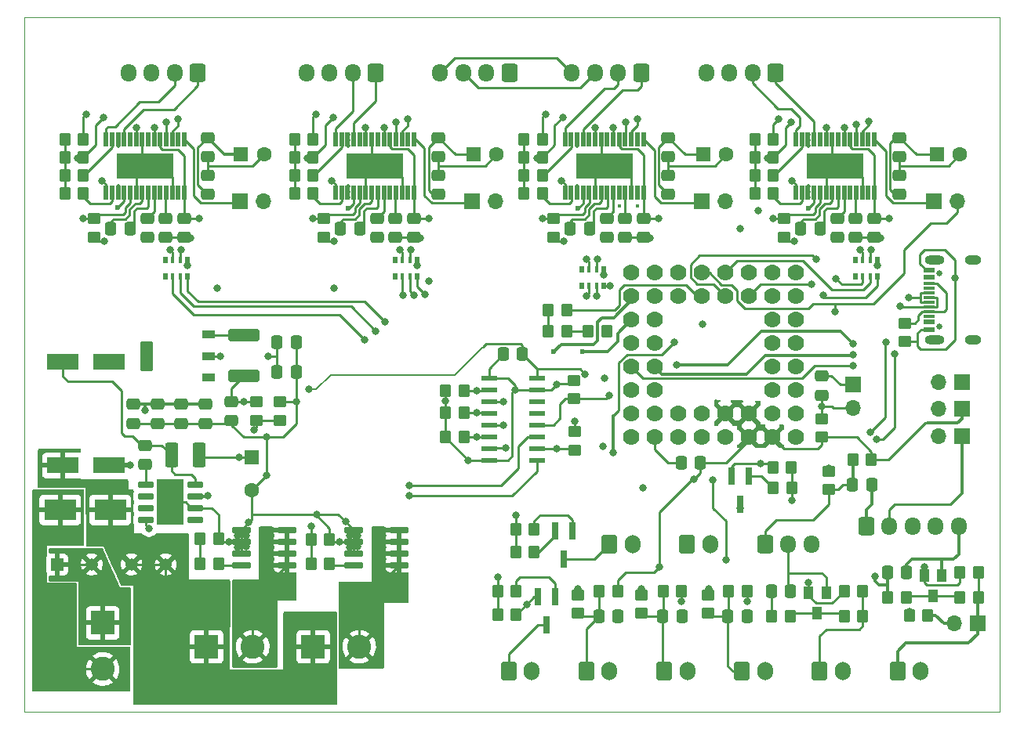
<source format=gbr>
%TF.GenerationSoftware,KiCad,Pcbnew,(6.0.6)*%
%TF.CreationDate,2022-09-05T13:34:07-05:00*%
%TF.ProjectId,rp2040-board,72703230-3430-42d6-926f-6172642e6b69,rev?*%
%TF.SameCoordinates,Original*%
%TF.FileFunction,Copper,L1,Top*%
%TF.FilePolarity,Positive*%
%FSLAX46Y46*%
G04 Gerber Fmt 4.6, Leading zero omitted, Abs format (unit mm)*
G04 Created by KiCad (PCBNEW (6.0.6)) date 2022-09-05 13:34:07*
%MOMM*%
%LPD*%
G01*
G04 APERTURE LIST*
G04 Aperture macros list*
%AMRoundRect*
0 Rectangle with rounded corners*
0 $1 Rounding radius*
0 $2 $3 $4 $5 $6 $7 $8 $9 X,Y pos of 4 corners*
0 Add a 4 corners polygon primitive as box body*
4,1,4,$2,$3,$4,$5,$6,$7,$8,$9,$2,$3,0*
0 Add four circle primitives for the rounded corners*
1,1,$1+$1,$2,$3*
1,1,$1+$1,$4,$5*
1,1,$1+$1,$6,$7*
1,1,$1+$1,$8,$9*
0 Add four rect primitives between the rounded corners*
20,1,$1+$1,$2,$3,$4,$5,0*
20,1,$1+$1,$4,$5,$6,$7,0*
20,1,$1+$1,$6,$7,$8,$9,0*
20,1,$1+$1,$8,$9,$2,$3,0*%
G04 Aperture macros list end*
%TA.AperFunction,Profile*%
%ADD10C,0.025400*%
%TD*%
%TA.AperFunction,SMDPad,CuDef*%
%ADD11RoundRect,0.093000X0.562000X-0.372000X0.562000X0.372000X-0.562000X0.372000X-0.562000X-0.372000X0*%
%TD*%
%TA.AperFunction,SMDPad,CuDef*%
%ADD12RoundRect,0.131000X0.524000X-1.489000X0.524000X1.489000X-0.524000X1.489000X-0.524000X-1.489000X0*%
%TD*%
%TA.AperFunction,ComponentPad*%
%ADD13R,1.337000X1.337000*%
%TD*%
%TA.AperFunction,ComponentPad*%
%ADD14C,1.337000*%
%TD*%
%TA.AperFunction,SMDPad,CuDef*%
%ADD15RoundRect,0.250000X0.350000X0.450000X-0.350000X0.450000X-0.350000X-0.450000X0.350000X-0.450000X0*%
%TD*%
%TA.AperFunction,ComponentPad*%
%ADD16R,1.600000X1.600000*%
%TD*%
%TA.AperFunction,ComponentPad*%
%ADD17C,1.600000*%
%TD*%
%TA.AperFunction,SMDPad,CuDef*%
%ADD18O,1.803400X0.990600*%
%TD*%
%TA.AperFunction,SMDPad,CuDef*%
%ADD19O,2.108200X0.990600*%
%TD*%
%TA.AperFunction,ComponentPad*%
%ADD20C,0.660400*%
%TD*%
%TA.AperFunction,SMDPad,CuDef*%
%ADD21R,1.143000X0.584200*%
%TD*%
%TA.AperFunction,SMDPad,CuDef*%
%ADD22R,1.143000X0.304800*%
%TD*%
%TA.AperFunction,SMDPad,CuDef*%
%ADD23RoundRect,0.250000X1.450000X-0.400000X1.450000X0.400000X-1.450000X0.400000X-1.450000X-0.400000X0*%
%TD*%
%TA.AperFunction,SMDPad,CuDef*%
%ADD24RoundRect,0.042000X-0.943000X-0.258000X0.943000X-0.258000X0.943000X0.258000X-0.943000X0.258000X0*%
%TD*%
%TA.AperFunction,SMDPad,CuDef*%
%ADD25RoundRect,0.250000X-0.337500X-0.475000X0.337500X-0.475000X0.337500X0.475000X-0.337500X0.475000X0*%
%TD*%
%TA.AperFunction,SMDPad,CuDef*%
%ADD26RoundRect,0.250000X-0.475000X0.337500X-0.475000X-0.337500X0.475000X-0.337500X0.475000X0.337500X0*%
%TD*%
%TA.AperFunction,SMDPad,CuDef*%
%ADD27RoundRect,0.250000X-0.350000X-0.450000X0.350000X-0.450000X0.350000X0.450000X-0.350000X0.450000X0*%
%TD*%
%TA.AperFunction,SMDPad,CuDef*%
%ADD28RoundRect,0.250000X0.475000X-0.337500X0.475000X0.337500X-0.475000X0.337500X-0.475000X-0.337500X0*%
%TD*%
%TA.AperFunction,SMDPad,CuDef*%
%ADD29R,0.500000X0.800000*%
%TD*%
%TA.AperFunction,SMDPad,CuDef*%
%ADD30R,0.400000X0.800000*%
%TD*%
%TA.AperFunction,SMDPad,CuDef*%
%ADD31RoundRect,0.006000X-0.769000X-0.294000X0.769000X-0.294000X0.769000X0.294000X-0.769000X0.294000X0*%
%TD*%
%TA.AperFunction,SMDPad,CuDef*%
%ADD32R,2.950000X4.900000*%
%TD*%
%TA.AperFunction,ComponentPad*%
%ADD33C,0.300000*%
%TD*%
%TA.AperFunction,SMDPad,CuDef*%
%ADD34RoundRect,0.250000X0.450000X-0.350000X0.450000X0.350000X-0.450000X0.350000X-0.450000X-0.350000X0*%
%TD*%
%TA.AperFunction,SMDPad,CuDef*%
%ADD35RoundRect,0.250000X-0.450000X0.350000X-0.450000X-0.350000X0.450000X-0.350000X0.450000X0.350000X0*%
%TD*%
%TA.AperFunction,ComponentPad*%
%ADD36R,1.700000X1.700000*%
%TD*%
%TA.AperFunction,ComponentPad*%
%ADD37O,1.700000X1.700000*%
%TD*%
%TA.AperFunction,SMDPad,CuDef*%
%ADD38R,0.800000X1.900000*%
%TD*%
%TA.AperFunction,ComponentPad*%
%ADD39RoundRect,0.250000X-0.600000X-0.750000X0.600000X-0.750000X0.600000X0.750000X-0.600000X0.750000X0*%
%TD*%
%TA.AperFunction,ComponentPad*%
%ADD40O,1.700000X2.000000*%
%TD*%
%TA.AperFunction,SMDPad,CuDef*%
%ADD41R,1.000000X1.400000*%
%TD*%
%TA.AperFunction,SMDPad,CuDef*%
%ADD42R,3.500000X1.800000*%
%TD*%
%TA.AperFunction,SMDPad,CuDef*%
%ADD43RoundRect,0.041300X-0.833700X-0.253700X0.833700X-0.253700X0.833700X0.253700X-0.833700X0.253700X0*%
%TD*%
%TA.AperFunction,ComponentPad*%
%ADD44C,1.778000*%
%TD*%
%TA.AperFunction,SMDPad,CuDef*%
%ADD45RoundRect,0.250000X0.337500X0.475000X-0.337500X0.475000X-0.337500X-0.475000X0.337500X-0.475000X0*%
%TD*%
%TA.AperFunction,SMDPad,CuDef*%
%ADD46RoundRect,0.020000X0.180000X-0.760000X0.180000X0.760000X-0.180000X0.760000X-0.180000X-0.760000X0*%
%TD*%
%TA.AperFunction,SMDPad,CuDef*%
%ADD47R,6.200000X2.750000*%
%TD*%
%TA.AperFunction,ComponentPad*%
%ADD48R,2.600000X2.600000*%
%TD*%
%TA.AperFunction,ComponentPad*%
%ADD49C,2.600000*%
%TD*%
%TA.AperFunction,SMDPad,CuDef*%
%ADD50RoundRect,0.250001X-0.462499X-1.074999X0.462499X-1.074999X0.462499X1.074999X-0.462499X1.074999X0*%
%TD*%
%TA.AperFunction,SMDPad,CuDef*%
%ADD51R,3.500000X2.300000*%
%TD*%
%TA.AperFunction,ComponentPad*%
%ADD52RoundRect,0.250000X0.600000X0.725000X-0.600000X0.725000X-0.600000X-0.725000X0.600000X-0.725000X0*%
%TD*%
%TA.AperFunction,ComponentPad*%
%ADD53O,1.700000X1.950000*%
%TD*%
%TA.AperFunction,ComponentPad*%
%ADD54RoundRect,0.250000X-0.600000X-0.725000X0.600000X-0.725000X0.600000X0.725000X-0.600000X0.725000X0*%
%TD*%
%TA.AperFunction,ViaPad*%
%ADD55C,0.800000*%
%TD*%
%TA.AperFunction,ViaPad*%
%ADD56C,2.500000*%
%TD*%
%TA.AperFunction,ViaPad*%
%ADD57C,1.200000*%
%TD*%
%TA.AperFunction,ViaPad*%
%ADD58C,0.500000*%
%TD*%
%TA.AperFunction,ViaPad*%
%ADD59C,0.600000*%
%TD*%
%TA.AperFunction,ViaPad*%
%ADD60C,0.400000*%
%TD*%
%TA.AperFunction,Conductor*%
%ADD61C,0.250000*%
%TD*%
%TA.AperFunction,Conductor*%
%ADD62C,0.300000*%
%TD*%
%TA.AperFunction,Conductor*%
%ADD63C,0.350000*%
%TD*%
%TA.AperFunction,Conductor*%
%ADD64C,0.200000*%
%TD*%
%TA.AperFunction,Conductor*%
%ADD65C,0.500000*%
%TD*%
G04 APERTURE END LIST*
D10*
X97650000Y-63005200D02*
X97650000Y-138100000D01*
X202952600Y-63000000D02*
X97650000Y-63005200D01*
X202952600Y-138094800D02*
X202952600Y-63000000D01*
X97650000Y-138100000D02*
X202952600Y-138094800D01*
D11*
%TO.P,U1,1,ADJ/GND*%
%TO.N,GND*%
X117546000Y-101940000D03*
%TO.P,U1,2,VOUT*%
%TO.N,+3.3V*%
X117546000Y-99650000D03*
%TO.P,U1,3,VIN*%
%TO.N,Net-(F1-Pad2)*%
X117546000Y-97360000D03*
D12*
%TO.P,U1,4*%
%TO.N,N/C*%
X110856000Y-99650000D03*
%TD*%
D13*
%TO.P,F2,1,1*%
%TO.N,Net-(F2-Pad1)*%
X101200000Y-122200000D03*
D14*
%TO.P,F2,2,2*%
X104900000Y-122200000D03*
%TO.P,F2,3,3*%
%TO.N,VCC*%
X109200000Y-122200000D03*
%TO.P,F2,4,4*%
X112900000Y-122200000D03*
%TD*%
D15*
%TO.P,R49,1*%
%TO.N,Net-(R35-Pad1)*%
X153600000Y-78150000D03*
%TO.P,R49,2*%
%TO.N,GND*%
X151600000Y-78150000D03*
%TD*%
D16*
%TO.P,C11,1*%
%TO.N,+5V*%
X122150000Y-110647349D03*
D17*
%TO.P,C11,2*%
%TO.N,GND*%
X122150000Y-114147349D03*
%TD*%
D18*
%TO.P,J2,13*%
%TO.N,N/C*%
X200079200Y-97900002D03*
%TO.P,J2,14*%
X200079200Y-89259998D03*
D19*
%TO.P,J2,15*%
X195899200Y-97900002D03*
%TO.P,J2,16*%
X195899200Y-89259998D03*
D20*
%TO.P,J2,17*%
X196399199Y-96469999D03*
%TO.P,J2,18*%
X196399199Y-90690001D03*
D21*
%TO.P,J2,A1-B12,GND*%
%TO.N,GND*%
X195324200Y-96780000D03*
%TO.P,J2,A4-B9,VBUS*%
%TO.N,unconnected-(J2-PadA4-B9)*%
X195324200Y-95980001D03*
D22*
%TO.P,J2,A5,CC1*%
%TO.N,Net-(J2-PadA5)*%
X195324200Y-94830000D03*
%TO.P,J2,A6,DP1*%
%TO.N,Net-(J2-PadA6)*%
X195324200Y-93830000D03*
%TO.P,J2,A7,DN1*%
%TO.N,Net-(J2-PadA7)*%
X195324200Y-93330000D03*
%TO.P,J2,A8,SBU1*%
%TO.N,unconnected-(J2-PadA8)*%
X195324200Y-92330000D03*
D21*
%TO.P,J2,B1-A12,GND*%
%TO.N,GND*%
X195324200Y-90380000D03*
%TO.P,J2,B4-A9,VBUS*%
%TO.N,unconnected-(J2-PadB4-A9)*%
X195324200Y-91179999D03*
D22*
%TO.P,J2,B5,CC2*%
%TO.N,Net-(J2-PadA5)*%
X195324200Y-91830001D03*
%TO.P,J2,B6,DP2*%
%TO.N,Net-(J2-PadA6)*%
X195324200Y-92829999D03*
%TO.P,J2,B7,DN2*%
%TO.N,Net-(J2-PadA7)*%
X195324200Y-94330001D03*
%TO.P,J2,B8,SBU2*%
%TO.N,unconnected-(J2-PadB8)*%
X195324200Y-95329999D03*
%TD*%
D23*
%TO.P,F1,1*%
%TO.N,+5V*%
X121350000Y-101825000D03*
%TO.P,F1,2*%
%TO.N,Net-(F1-Pad2)*%
X121350000Y-97375000D03*
%TD*%
D24*
%TO.P,U4,1,SOURCE-2*%
%TO.N,GND*%
X121075000Y-118445000D03*
%TO.P,U4,2,SOURCE-1*%
X121075000Y-119715000D03*
%TO.P,U4,3,SOURCE*%
X121075000Y-120985000D03*
%TO.P,U4,4,GATE*%
%TO.N,Net-(R16-Pad1)*%
X121075000Y-122255000D03*
%TO.P,U4,5,DRAIN-3*%
%TO.N,Net-(J14-Pad2)*%
X126025000Y-122255000D03*
%TO.P,U4,6,DRAIN-2*%
X126025000Y-120985000D03*
%TO.P,U4,7,DRAIN-1*%
X126025000Y-119715000D03*
%TO.P,U4,8,DRAIN*%
X126025000Y-118445000D03*
%TD*%
D25*
%TO.P,C17,1*%
%TO.N,Net-(C17-Pad1)*%
X187062500Y-113600000D03*
%TO.P,C17,2*%
%TO.N,GND*%
X189137500Y-113600000D03*
%TD*%
D15*
%TO.P,R29,1*%
%TO.N,GND*%
X152700000Y-120850000D03*
%TO.P,R29,2*%
%TO.N,Net-(R28-Pad2)*%
X150700000Y-120850000D03*
%TD*%
D26*
%TO.P,C3,1*%
%TO.N,Net-(C1-Pad1)*%
X114600000Y-104862500D03*
%TO.P,C3,2*%
%TO.N,GND*%
X114600000Y-106937500D03*
%TD*%
D15*
%TO.P,R18,1*%
%TO.N,Net-(R18-Pad1)*%
X130600000Y-122100000D03*
%TO.P,R18,2*%
%TO.N,Net-(R18-Pad2)*%
X128600000Y-122100000D03*
%TD*%
D27*
%TO.P,R31,1*%
%TO.N,GND*%
X178450000Y-111750000D03*
%TO.P,R31,2*%
%TO.N,Net-(R30-Pad2)*%
X180450000Y-111750000D03*
%TD*%
D28*
%TO.P,C19,1*%
%TO.N,GND*%
X114900000Y-86850152D03*
%TO.P,C19,2*%
%TO.N,+3.3V*%
X114900000Y-84775152D03*
%TD*%
D15*
%TO.P,R28,1*%
%TO.N,Net-(Q2-Pad1)*%
X152700000Y-118400000D03*
%TO.P,R28,2*%
%TO.N,Net-(R28-Pad2)*%
X150700000Y-118400000D03*
%TD*%
D29*
%TO.P,RN1,*%
%TO.N,*%
X112850000Y-89250000D03*
X112850000Y-91050000D03*
%TO.P,RN1,1,R1.1*%
%TO.N,XDIRR*%
X115250000Y-89250000D03*
D30*
%TO.P,RN1,2,R2.1*%
%TO.N,XSTPR*%
X114450000Y-89250000D03*
%TO.P,RN1,3,R3.1*%
%TO.N,XENR*%
X113650000Y-89250000D03*
%TO.P,RN1,4,R3.2*%
%TO.N,XEN*%
X113650000Y-91050000D03*
%TO.P,RN1,5,R2.2*%
%TO.N,XSTP*%
X114450000Y-91050000D03*
D29*
%TO.P,RN1,6,R1.2*%
%TO.N,XDIR*%
X115250000Y-91050000D03*
%TD*%
D31*
%TO.P,U2,1,BOOT*%
%TO.N,Net-(C9-Pad1)*%
X110710000Y-113545000D03*
%TO.P,U2,2*%
%TO.N,N/C*%
X110710000Y-114815000D03*
%TO.P,U2,3*%
X110710000Y-116085000D03*
%TO.P,U2,4,VSENSE*%
%TO.N,Net-(R4-Pad2)*%
X110710000Y-117355000D03*
%TO.P,U2,5,ENA*%
%TO.N,unconnected-(U2-Pad5)*%
X116110000Y-117355000D03*
%TO.P,U2,6,GND*%
%TO.N,GND*%
X116110000Y-116085000D03*
%TO.P,U2,7,VIN*%
%TO.N,Net-(C1-Pad1)*%
X116110000Y-114815000D03*
%TO.P,U2,8,PH*%
%TO.N,Net-(C9-Pad2)*%
X116110000Y-113545000D03*
D32*
%TO.P,U2,9,POWERPAD*%
%TO.N,GND*%
X113410000Y-115450000D03*
D33*
%TO.P,U2,10*%
%TO.N,N/C*%
X112760000Y-113500000D03*
%TO.P,U2,11*%
X114060000Y-113500000D03*
%TO.P,U2,12*%
X112760000Y-114800000D03*
%TO.P,U2,13*%
X114060000Y-114800000D03*
%TO.P,U2,14*%
X112760000Y-116100000D03*
%TO.P,U2,15*%
X114060000Y-116100000D03*
%TO.P,U2,16*%
X112760000Y-117400000D03*
%TO.P,U2,17*%
X114060000Y-117400000D03*
%TD*%
D34*
%TO.P,R10,1*%
%TO.N,Net-(C12-Pad1)*%
X157400000Y-127500000D03*
%TO.P,R10,2*%
%TO.N,XSTOP*%
X157400000Y-125500000D03*
%TD*%
D25*
%TO.P,C8,1*%
%TO.N,+3.3V*%
X124912500Y-101400000D03*
%TO.P,C8,2*%
%TO.N,GND*%
X126987500Y-101400000D03*
%TD*%
D35*
%TO.P,R6,1*%
%TO.N,GND*%
X157095000Y-107825000D03*
%TO.P,R6,2*%
%TO.N,/E0_PWM*%
X157095000Y-109825000D03*
%TD*%
D36*
%TO.P,J4,1,Pin_1*%
%TO.N,GPIO27*%
X198875000Y-102500000D03*
D37*
%TO.P,J4,2,Pin_2*%
%TO.N,GPIO26*%
X196335000Y-102500000D03*
%TD*%
D15*
%TO.P,R37,1*%
%TO.N,Net-(R35-Pad1)*%
X104000000Y-78150000D03*
%TO.P,R37,2*%
%TO.N,GND*%
X102000000Y-78150000D03*
%TD*%
D38*
%TO.P,Q2,1,G*%
%TO.N,Net-(Q2-Pad1)*%
X156850000Y-118600000D03*
%TO.P,Q2,2,S*%
%TO.N,GND*%
X154950000Y-118600000D03*
%TO.P,Q2,3,D*%
%TO.N,Net-(J12-Pad1)*%
X155900000Y-121600000D03*
%TD*%
D39*
%TO.P,J9,1,Pin_1*%
%TO.N,Net-(C16-Pad1)*%
X175121560Y-133744960D03*
D40*
%TO.P,J9,2,Pin_2*%
%TO.N,GND*%
X177621560Y-133744960D03*
%TD*%
D15*
%TO.P,R17,1*%
%TO.N,GND*%
X118600000Y-119400000D03*
%TO.P,R17,2*%
%TO.N,Net-(R16-Pad2)*%
X116600000Y-119400000D03*
%TD*%
D41*
%TO.P,D5,1*%
%TO.N,GND*%
X196725000Y-123400000D03*
%TO.P,D5,2*%
%TO.N,+3.3V*%
X194825000Y-123400000D03*
%TO.P,D5,3*%
%TO.N,Net-(D5-Pad3)*%
X195775000Y-125600000D03*
%TD*%
D27*
%TO.P,R32,1*%
%TO.N,Net-(D5-Pad3)*%
X198675000Y-125800000D03*
%TO.P,R32,2*%
%TO.N,Net-(J16-Pad1)*%
X200675000Y-125800000D03*
%TD*%
%TO.P,R9,1*%
%TO.N,GND*%
X143095000Y-103375000D03*
%TO.P,R9,2*%
%TO.N,/FAN0_PWM*%
X145095000Y-103375000D03*
%TD*%
D25*
%TO.P,C16,1*%
%TO.N,Net-(C16-Pad1)*%
X173612500Y-127800000D03*
%TO.P,C16,2*%
%TO.N,GND*%
X175687500Y-127800000D03*
%TD*%
D42*
%TO.P,D1,1,K*%
%TO.N,Net-(C1-Pad1)*%
X106800000Y-111500000D03*
%TO.P,D1,2,A*%
%TO.N,VCC*%
X101800000Y-111500000D03*
%TD*%
D26*
%TO.P,C44,1*%
%TO.N,Net-(C44-Pad1)*%
X160500000Y-84762500D03*
%TO.P,C44,2*%
%TO.N,VCC*%
X160500000Y-86837500D03*
%TD*%
D35*
%TO.P,R3,1*%
%TO.N,GND*%
X156945000Y-102275000D03*
%TO.P,R3,2*%
%TO.N,/HB_PWM*%
X156945000Y-104275000D03*
%TD*%
D25*
%TO.P,C18,1*%
%TO.N,/E0_THERM*%
X190837500Y-123100000D03*
%TO.P,C18,2*%
%TO.N,GND*%
X192912500Y-123100000D03*
%TD*%
D43*
%TO.P,U3,1,OE1*%
%TO.N,GND*%
X147810000Y-102030000D03*
%TO.P,U3,2,1A*%
%TO.N,/FAN0_PWM*%
X147810000Y-103300000D03*
%TO.P,U3,3,1Y*%
%TO.N,Net-(R26-Pad2)*%
X147810000Y-104570000D03*
%TO.P,U3,4,2A*%
%TO.N,/FAN1_PWM*%
X147810000Y-105840000D03*
%TO.P,U3,5,2Y*%
%TO.N,Net-(R28-Pad2)*%
X147810000Y-107110000D03*
%TO.P,U3,6,3A*%
%TO.N,/FAN2_PWM*%
X147810000Y-108380000D03*
%TO.P,U3,7,3Y*%
%TO.N,Net-(R30-Pad2)*%
X147810000Y-109650000D03*
%TO.P,U3,8,GND*%
%TO.N,GND*%
X147810000Y-110920000D03*
%TO.P,U3,9,4Y*%
%TO.N,Net-(R16-Pad2)*%
X152980000Y-110920000D03*
%TO.P,U3,10,4A*%
%TO.N,/E0_PWM*%
X152980000Y-109650000D03*
%TO.P,U3,11,5Y*%
%TO.N,Net-(R18-Pad2)*%
X152980000Y-108380000D03*
%TO.P,U3,12,5A*%
%TO.N,/HB_PWM*%
X152980000Y-107110000D03*
%TO.P,U3,13,6Y*%
%TO.N,unconnected-(U3-Pad13)*%
X152980000Y-105840000D03*
%TO.P,U3,14,6A*%
%TO.N,unconnected-(U3-Pad14)*%
X152980000Y-104570000D03*
%TO.P,U3,15,OE2*%
%TO.N,GND*%
X152980000Y-103300000D03*
%TO.P,U3,16,VCC*%
%TO.N,+5V*%
X152980000Y-102030000D03*
%TD*%
D15*
%TO.P,R24,1*%
%TO.N,+3.3V*%
X175650000Y-125100000D03*
%TO.P,R24,2*%
%TO.N,Net-(C16-Pad1)*%
X173650000Y-125100000D03*
%TD*%
D39*
%TO.P,J7,1,Pin_1*%
%TO.N,Net-(J7-Pad1)*%
X183522080Y-133744800D03*
D40*
%TO.P,J7,2,Pin_2*%
%TO.N,GND*%
X186022080Y-133744800D03*
%TD*%
D15*
%TO.P,R55,1*%
%TO.N,Net-(R55-Pad1)*%
X153600000Y-80100000D03*
%TO.P,R55,2*%
%TO.N,GND*%
X151600000Y-80100000D03*
%TD*%
D44*
%TO.P,J3,A1,GND*%
%TO.N,GND*%
X180940000Y-108440000D03*
%TO.P,J3,A2,VBUS*%
%TO.N,+3.3V*%
X178400000Y-108440000D03*
%TO.P,J3,A3,3V3_EN*%
X175860000Y-108440000D03*
%TO.P,J3,A4,RUN*%
%TO.N,Net-(C5-Pad2)*%
X173320000Y-108440000D03*
%TO.P,J3,A5,USB_DP*%
%TO.N,Net-(J2-PadA6)*%
X170780000Y-108440000D03*
%TO.P,J3,A6,USB_DM*%
%TO.N,Net-(J2-PadA7)*%
X168240000Y-108440000D03*
%TO.P,J3,A7,BOOTSEL*%
%TO.N,Net-(C7-Pad1)*%
X165700000Y-108440000D03*
%TO.P,J3,A8,GND__1*%
%TO.N,GND*%
X163160000Y-108440000D03*
%TO.P,J3,B1,GPIO0*%
%TO.N,XEN*%
X180940000Y-105900000D03*
%TO.P,J3,B2,GND__2*%
%TO.N,GND*%
X178400000Y-105900000D03*
%TO.P,J3,B3,3V3*%
%TO.N,+3.3V*%
X175860000Y-105900000D03*
%TO.P,J3,B4,ADC_VREF*%
X173320000Y-105900000D03*
%TO.P,J3,B5,SWCLK*%
%TO.N,unconnected-(J3-PadB5)*%
X170780000Y-105900000D03*
%TO.P,J3,B6,SWDIO*%
%TO.N,unconnected-(J3-PadB6)*%
X168240000Y-105900000D03*
%TO.P,J3,B7,GND__3*%
%TO.N,GND*%
X165700000Y-105900000D03*
%TO.P,J3,B8,GPIO29/ADC3*%
%TO.N,/HB_THERM*%
X163160000Y-105900000D03*
%TO.P,J3,C1,GPIO1*%
%TO.N,XSTP*%
X180940000Y-103360000D03*
%TO.P,J3,C2,GPIO2*%
%TO.N,XDIR*%
X178400000Y-103360000D03*
%TO.P,J3,C7,GPIO28/ADC2*%
%TO.N,/E0_THERM*%
X165700000Y-103360000D03*
%TO.P,J3,C8,GPIO27/ADC1*%
%TO.N,GPIO27*%
X163160000Y-103360000D03*
%TO.P,J3,D1,GPIO3*%
%TO.N,XSTOP*%
X180940000Y-100820000D03*
%TO.P,J3,D2,GPIO4*%
%TO.N,YEN*%
X178400000Y-100820000D03*
%TO.P,J3,D7,GPIO26/ADC0*%
%TO.N,GPIO26*%
X165700000Y-100820000D03*
%TO.P,J3,D8,GPIO25*%
%TO.N,GPIO25*%
X163160000Y-100820000D03*
%TO.P,J3,E1,GPIO5*%
%TO.N,YSTP*%
X180940000Y-98280000D03*
%TO.P,J3,E2,GPIO6*%
%TO.N,YDIR*%
X178400000Y-98280000D03*
%TO.P,J3,E7,GPIO24*%
%TO.N,/HB_PWM*%
X165700000Y-98280000D03*
%TO.P,J3,E8,GPIO23*%
%TO.N,/E0_PWM*%
X163160000Y-98280000D03*
%TO.P,J3,F1,GPIO7*%
%TO.N,YSTOP*%
X180940000Y-95740000D03*
%TO.P,J3,F2,GPIO8*%
%TO.N,ZEN*%
X178400000Y-95740000D03*
%TO.P,J3,F7,GPIO22*%
%TO.N,/FAN2_PWM*%
X165700000Y-95740000D03*
%TO.P,J3,F8,GPIO21*%
%TO.N,/FAN1_PWM*%
X163160000Y-95740000D03*
%TO.P,J3,G1,GPIO9*%
%TO.N,ZSTP*%
X180940000Y-93200000D03*
%TO.P,J3,G2,GND__4*%
%TO.N,GND*%
X178400000Y-93200000D03*
%TO.P,J3,G3,GPIO12*%
%TO.N,E0EN*%
X175860000Y-93200000D03*
%TO.P,J3,G4,GPIO14*%
%TO.N,E0DIR*%
X173320000Y-93200000D03*
%TO.P,J3,G5,GPIO16*%
%TO.N,UART_RX*%
X170780000Y-93200000D03*
%TO.P,J3,G6,GPIO18*%
%TO.N,/PROBE_SRVO*%
X168240000Y-93200000D03*
%TO.P,J3,G7,GND__5*%
%TO.N,GND*%
X165700000Y-93200000D03*
%TO.P,J3,G8,GPIO20*%
%TO.N,/FAN0_PWM*%
X163160000Y-93200000D03*
%TO.P,J3,H1,GND__6*%
%TO.N,GND*%
X180940000Y-90660000D03*
%TO.P,J3,H2,GPIO10*%
%TO.N,ZDIR*%
X178400000Y-90660000D03*
%TO.P,J3,H3,GPIO11*%
%TO.N,ZSTOP*%
X175860000Y-90660000D03*
%TO.P,J3,H4,GPIO13*%
%TO.N,E0STP*%
X173320000Y-90660000D03*
%TO.P,J3,H5,GPIO15*%
%TO.N,E0STOP*%
X170780000Y-90660000D03*
%TO.P,J3,H6,GPIO17*%
%TO.N,UART_TX*%
X168240000Y-90660000D03*
%TO.P,J3,H7,GPIO19*%
%TO.N,/PROBE_DET*%
X165700000Y-90660000D03*
%TO.P,J3,H8,GND__7*%
%TO.N,GND*%
X163160000Y-90660000D03*
%TD*%
D26*
%TO.P,C1,1*%
%TO.N,Net-(C1-Pad1)*%
X109400000Y-104862500D03*
%TO.P,C1,2*%
%TO.N,GND*%
X109400000Y-106937500D03*
%TD*%
D27*
%TO.P,R56,1*%
%TO.N,GND*%
X151600000Y-82050000D03*
%TO.P,R56,2*%
%TO.N,Net-(R56-Pad2)*%
X153600000Y-82050000D03*
%TD*%
D45*
%TO.P,C24,1*%
%TO.N,Net-(C24-Pad1)*%
X133837500Y-85900000D03*
%TO.P,C24,2*%
%TO.N,Net-(C24-Pad2)*%
X131762500Y-85900000D03*
%TD*%
D38*
%TO.P,Q1,1,G*%
%TO.N,Net-(Q1-Pad1)*%
X154950000Y-125700000D03*
%TO.P,Q1,2,S*%
%TO.N,GND*%
X153050000Y-125700000D03*
%TO.P,Q1,3,D*%
%TO.N,Net-(J11-Pad1)*%
X154000000Y-128700000D03*
%TD*%
D25*
%TO.P,C13,1*%
%TO.N,/HB_THERM*%
X178312500Y-125100000D03*
%TO.P,C13,2*%
%TO.N,GND*%
X180387500Y-125100000D03*
%TD*%
D42*
%TO.P,D3,1,K*%
%TO.N,Net-(C9-Pad2)*%
X101800000Y-100250000D03*
%TO.P,D3,2,A*%
%TO.N,GND*%
X106800000Y-100250000D03*
%TD*%
D25*
%TO.P,C6,1*%
%TO.N,+3.3V*%
X124912500Y-98200000D03*
%TO.P,C6,2*%
%TO.N,GND*%
X126987500Y-98200000D03*
%TD*%
D46*
%TO.P,U9,1,OB1*%
%TO.N,Net-(J19-Pad3)*%
X156025000Y-81987500D03*
%TO.P,U9,2,BRB*%
%TO.N,Net-(R56-Pad2)*%
X156675000Y-81987500D03*
%TO.P,U9,3,VS*%
%TO.N,VCC*%
X157325000Y-81987500D03*
%TO.P,U9,4,OB2*%
%TO.N,Net-(J19-Pad4)*%
X157975000Y-81987500D03*
%TO.P,U9,5,ENN*%
%TO.N,ZENR*%
X158625000Y-81987500D03*
%TO.P,U9,6,GND*%
%TO.N,GND*%
X159275000Y-81987500D03*
%TO.P,U9,7,CPO*%
%TO.N,Net-(C38-Pad2)*%
X159925000Y-81987500D03*
%TO.P,U9,8,CPI*%
%TO.N,Net-(C38-Pad1)*%
X160575000Y-81987500D03*
%TO.P,U9,9,VCP*%
%TO.N,Net-(C44-Pad1)*%
X161225000Y-81987500D03*
%TO.P,U9,10,SPREAD*%
%TO.N,unconnected-(U9-Pad10)*%
X161875000Y-81987500D03*
%TO.P,U9,11,5VOUT*%
%TO.N,Net-(C37-Pad2)*%
X162525000Y-81987500D03*
%TO.P,U9,12,MS1_AD0*%
%TO.N,GND*%
X163175000Y-81987500D03*
%TO.P,U9,13,NC*%
%TO.N,unconnected-(U9-Pad13)*%
X163825000Y-81987500D03*
%TO.P,U9,14,MS2_AD1*%
%TO.N,+3.3V*%
X164475000Y-81987500D03*
%TO.P,U9,15,DIAG*%
%TO.N,Net-(JP5-Pad1)*%
X164475000Y-76227500D03*
%TO.P,U9,16,INDEX*%
%TO.N,unconnected-(U9-Pad16)*%
X163825000Y-76227500D03*
%TO.P,U9,17,CLK*%
%TO.N,Net-(R50-Pad1)*%
X163175000Y-76227500D03*
%TO.P,U9,18,PDN_UART*%
%TO.N,Net-(R35-Pad1)*%
X162525000Y-76227500D03*
%TO.P,U9,19,VCC_IO*%
%TO.N,+3.3V*%
X161875000Y-76227500D03*
%TO.P,U9,20,STEP*%
%TO.N,ZSTPR*%
X161225000Y-76227500D03*
%TO.P,U9,21,VREF*%
%TO.N,unconnected-(U9-Pad21)*%
X160575000Y-76227500D03*
%TO.P,U9,22,GND__1*%
%TO.N,GND*%
X159925000Y-76227500D03*
%TO.P,U9,23,DIR*%
%TO.N,ZDIRR*%
X159275000Y-76227500D03*
%TO.P,U9,24,STDBY*%
%TO.N,unconnected-(U9-Pad24)*%
X158625000Y-76227500D03*
%TO.P,U9,25,OA2*%
%TO.N,Net-(J19-Pad1)*%
X157975000Y-76227500D03*
%TO.P,U9,26,VS__1*%
%TO.N,VCC*%
X157325000Y-76227500D03*
%TO.P,U9,27,BRA*%
%TO.N,Net-(R55-Pad1)*%
X156675000Y-76227500D03*
%TO.P,U9,28,OA1*%
%TO.N,Net-(J19-Pad2)*%
X156025000Y-76227500D03*
D47*
%TO.P,U9,29,GND__2*%
%TO.N,GND*%
X160250000Y-79107500D03*
%TD*%
D29*
%TO.P,RN3,*%
%TO.N,*%
X157800000Y-92100000D03*
X157800000Y-90300000D03*
%TO.P,RN3,1,R1.1*%
%TO.N,ZDIRR*%
X160200000Y-90300000D03*
D30*
%TO.P,RN3,2,R2.1*%
%TO.N,ZSTPR*%
X159400000Y-90300000D03*
%TO.P,RN3,3,R3.1*%
%TO.N,ZENR*%
X158600000Y-90300000D03*
%TO.P,RN3,4,R3.2*%
%TO.N,ZEN*%
X158600000Y-92100000D03*
%TO.P,RN3,5,R2.2*%
%TO.N,ZSTP*%
X159400000Y-92100000D03*
D29*
%TO.P,RN3,6,R1.2*%
%TO.N,ZDIR*%
X160200000Y-92100000D03*
%TD*%
D35*
%TO.P,R4,1*%
%TO.N,+5V*%
X122700000Y-104600000D03*
%TO.P,R4,2*%
%TO.N,Net-(R4-Pad2)*%
X122700000Y-106600000D03*
%TD*%
D34*
%TO.P,R42,1*%
%TO.N,+3.3V*%
X129950000Y-86800000D03*
%TO.P,R42,2*%
%TO.N,YENR*%
X129950000Y-84800000D03*
%TD*%
D26*
%TO.P,C10,1*%
%TO.N,+5V*%
X120000000Y-104562500D03*
%TO.P,C10,2*%
%TO.N,GND*%
X120000000Y-106637500D03*
%TD*%
D36*
%TO.P,JP2,1,A*%
%TO.N,Net-(JP2-Pad1)*%
X120875000Y-82950000D03*
D37*
%TO.P,JP2,2,B*%
%TO.N,XSTOP*%
X123415000Y-82950000D03*
%TD*%
D27*
%TO.P,R45,1*%
%TO.N,GND*%
X126800000Y-82050000D03*
%TO.P,R45,2*%
%TO.N,Net-(R45-Pad2)*%
X128800000Y-82050000D03*
%TD*%
%TO.P,R12,1*%
%TO.N,/HB_THERM*%
X178350000Y-127800000D03*
%TO.P,R12,2*%
%TO.N,Net-(D4-Pad3)*%
X180350000Y-127800000D03*
%TD*%
D48*
%TO.P,J14,1,Pin_1*%
%TO.N,VCC*%
X117305000Y-131100000D03*
D49*
%TO.P,J14,2,Pin_2*%
%TO.N,Net-(J14-Pad2)*%
X122305000Y-131100000D03*
%TD*%
D50*
%TO.P,L1,1*%
%TO.N,Net-(C9-Pad2)*%
X113512500Y-110400000D03*
%TO.P,L1,2*%
%TO.N,+5V*%
X116487500Y-110400000D03*
%TD*%
D15*
%TO.P,R15,1*%
%TO.N,Net-(J7-Pad1)*%
X188150000Y-125100000D03*
%TO.P,R15,2*%
%TO.N,+3.3V*%
X186150000Y-125100000D03*
%TD*%
D28*
%TO.P,C41,1*%
%TO.N,Net-(C41-Pad1)*%
X167175000Y-78125000D03*
%TO.P,C41,2*%
%TO.N,VCC*%
X167175000Y-76050000D03*
%TD*%
D34*
%TO.P,R22,1*%
%TO.N,Net-(C16-Pad1)*%
X171450000Y-127500000D03*
%TO.P,R22,2*%
%TO.N,ZSTOP*%
X171450000Y-125500000D03*
%TD*%
D28*
%TO.P,C37,1*%
%TO.N,GND*%
X162500000Y-86850152D03*
%TO.P,C37,2*%
%TO.N,Net-(C37-Pad2)*%
X162500000Y-84775152D03*
%TD*%
D29*
%TO.P,RN4,*%
%TO.N,*%
X187350000Y-91050000D03*
X187350000Y-89250000D03*
%TO.P,RN4,1,R1.1*%
%TO.N,E0DIRR*%
X189750000Y-89250000D03*
D30*
%TO.P,RN4,2,R2.1*%
%TO.N,E0STPR*%
X188950000Y-89250000D03*
%TO.P,RN4,3,R3.1*%
%TO.N,E0ENR*%
X188150000Y-89250000D03*
%TO.P,RN4,4,R3.2*%
%TO.N,E0EN*%
X188150000Y-91050000D03*
%TO.P,RN4,5,R2.2*%
%TO.N,E0STP*%
X188950000Y-91050000D03*
D29*
%TO.P,RN4,6,R1.2*%
%TO.N,E0DIR*%
X189750000Y-91050000D03*
%TD*%
D15*
%TO.P,R11,1*%
%TO.N,+3.3V*%
X161700000Y-125100000D03*
%TO.P,R11,2*%
%TO.N,Net-(C12-Pad1)*%
X159700000Y-125100000D03*
%TD*%
D45*
%TO.P,C14,1*%
%TO.N,+5V*%
X151432500Y-99475000D03*
%TO.P,C14,2*%
%TO.N,GND*%
X149357500Y-99475000D03*
%TD*%
D39*
%TO.P,J13,1,Pin_1*%
%TO.N,Net-(J13-Pad1)*%
X169202600Y-120004800D03*
D40*
%TO.P,J13,2,Pin_2*%
%TO.N,VCC*%
X171702600Y-120004800D03*
%TD*%
D16*
%TO.P,C45,1*%
%TO.N,VCC*%
X196140021Y-77873413D03*
D17*
%TO.P,C45,2*%
%TO.N,Net-(C39-Pad1)*%
X198640021Y-77873413D03*
%TD*%
D51*
%TO.P,D2,1,A*%
%TO.N,Net-(D2-Pad1)*%
X101500000Y-116300000D03*
%TO.P,D2,2,K*%
%TO.N,VCC*%
X106900000Y-116300000D03*
%TD*%
D52*
%TO.P,J17,1,Pin_1*%
%TO.N,Net-(J17-Pad1)*%
X116375000Y-69020000D03*
D53*
%TO.P,J17,2,Pin_2*%
%TO.N,Net-(J17-Pad2)*%
X113875000Y-69020000D03*
%TO.P,J17,3,Pin_3*%
%TO.N,Net-(J17-Pad3)*%
X111375000Y-69020000D03*
%TO.P,J17,4,Pin_4*%
%TO.N,Net-(J17-Pad4)*%
X108875000Y-69020000D03*
%TD*%
D15*
%TO.P,R43,1*%
%TO.N,Net-(R43-Pad1)*%
X104000000Y-80100000D03*
%TO.P,R43,2*%
%TO.N,GND*%
X102000000Y-80100000D03*
%TD*%
D46*
%TO.P,U8,1,OB1*%
%TO.N,Net-(J20-Pad3)*%
X180950000Y-81998413D03*
%TO.P,U8,2,BRB*%
%TO.N,Net-(R54-Pad2)*%
X181600000Y-81998413D03*
%TO.P,U8,3,VS*%
%TO.N,VCC*%
X182250000Y-81998413D03*
%TO.P,U8,4,OB2*%
%TO.N,Net-(J20-Pad4)*%
X182900000Y-81998413D03*
%TO.P,U8,5,ENN*%
%TO.N,E0ENR*%
X183550000Y-81998413D03*
%TO.P,U8,6,GND*%
%TO.N,GND*%
X184200000Y-81998413D03*
%TO.P,U8,7,CPO*%
%TO.N,Net-(C36-Pad2)*%
X184850000Y-81998413D03*
%TO.P,U8,8,CPI*%
%TO.N,Net-(C36-Pad1)*%
X185500000Y-81998413D03*
%TO.P,U8,9,VCP*%
%TO.N,Net-(C43-Pad1)*%
X186150000Y-81998413D03*
%TO.P,U8,10,SPREAD*%
%TO.N,unconnected-(U8-Pad10)*%
X186800000Y-81998413D03*
%TO.P,U8,11,5VOUT*%
%TO.N,Net-(C35-Pad2)*%
X187450000Y-81998413D03*
%TO.P,U8,12,MS1_AD0*%
%TO.N,GND*%
X188100000Y-81998413D03*
%TO.P,U8,13,NC*%
%TO.N,unconnected-(U8-Pad13)*%
X188750000Y-81998413D03*
%TO.P,U8,14,MS2_AD1*%
%TO.N,+3.3V*%
X189400000Y-81998413D03*
%TO.P,U8,15,DIAG*%
%TO.N,Net-(JP4-Pad1)*%
X189400000Y-76238413D03*
%TO.P,U8,16,INDEX*%
%TO.N,unconnected-(U8-Pad16)*%
X188750000Y-76238413D03*
%TO.P,U8,17,CLK*%
%TO.N,Net-(R48-Pad1)*%
X188100000Y-76238413D03*
%TO.P,U8,18,PDN_UART*%
%TO.N,Net-(R35-Pad1)*%
X187450000Y-76238413D03*
%TO.P,U8,19,VCC_IO*%
%TO.N,+3.3V*%
X186800000Y-76238413D03*
%TO.P,U8,20,STEP*%
%TO.N,E0STPR*%
X186150000Y-76238413D03*
%TO.P,U8,21,VREF*%
%TO.N,unconnected-(U8-Pad21)*%
X185500000Y-76238413D03*
%TO.P,U8,22,GND__1*%
%TO.N,GND*%
X184850000Y-76238413D03*
%TO.P,U8,23,DIR*%
%TO.N,E0DIRR*%
X184200000Y-76238413D03*
%TO.P,U8,24,STDBY*%
%TO.N,unconnected-(U8-Pad24)*%
X183550000Y-76238413D03*
%TO.P,U8,25,OA2*%
%TO.N,Net-(J20-Pad1)*%
X182900000Y-76238413D03*
%TO.P,U8,26,VS__1*%
%TO.N,VCC*%
X182250000Y-76238413D03*
%TO.P,U8,27,BRA*%
%TO.N,Net-(R53-Pad1)*%
X181600000Y-76238413D03*
%TO.P,U8,28,OA1*%
%TO.N,Net-(J20-Pad2)*%
X180950000Y-76238413D03*
D47*
%TO.P,U8,29,GND__2*%
%TO.N,GND*%
X185175000Y-79118413D03*
%TD*%
D25*
%TO.P,C15,1*%
%TO.N,Net-(C15-Pad1)*%
X166562500Y-127800000D03*
%TO.P,C15,2*%
%TO.N,GND*%
X168637500Y-127800000D03*
%TD*%
D16*
%TO.P,C31,1*%
%TO.N,VCC*%
X121017621Y-77875000D03*
D17*
%TO.P,C31,2*%
%TO.N,Net-(C25-Pad1)*%
X123517621Y-77875000D03*
%TD*%
D54*
%TO.P,J10,1,Pin_1*%
%TO.N,Net-(C17-Pad1)*%
X177612600Y-120004900D03*
D53*
%TO.P,J10,2,Pin_2*%
%TO.N,GND*%
X180112600Y-120004900D03*
%TO.P,J10,3,Pin_3*%
%TO.N,+5V*%
X182612600Y-120004900D03*
%TD*%
D36*
%TO.P,JP4,1,A*%
%TO.N,Net-(JP4-Pad1)*%
X195850000Y-82948413D03*
D37*
%TO.P,JP4,2,B*%
%TO.N,E0STOP*%
X198390000Y-82948413D03*
%TD*%
D28*
%TO.P,C25,1*%
%TO.N,Net-(C25-Pad1)*%
X117400000Y-78137500D03*
%TO.P,C25,2*%
%TO.N,VCC*%
X117400000Y-76062500D03*
%TD*%
D29*
%TO.P,RN2,*%
%TO.N,*%
X137650000Y-89250000D03*
X137650000Y-91050000D03*
%TO.P,RN2,1,R1.1*%
%TO.N,YDIRR*%
X140050000Y-89250000D03*
D30*
%TO.P,RN2,2,R2.1*%
%TO.N,YSTPR*%
X139250000Y-89250000D03*
%TO.P,RN2,3,R3.1*%
%TO.N,YENR*%
X138450000Y-89250000D03*
%TO.P,RN2,4,R3.2*%
%TO.N,YEN*%
X138450000Y-91050000D03*
%TO.P,RN2,5,R2.2*%
%TO.N,YSTP*%
X139250000Y-91050000D03*
D29*
%TO.P,RN2,6,R1.2*%
%TO.N,YDIR*%
X140050000Y-91050000D03*
%TD*%
D26*
%TO.P,C43,1*%
%TO.N,Net-(C43-Pad1)*%
X185400000Y-84762500D03*
%TO.P,C43,2*%
%TO.N,VCC*%
X185400000Y-86837500D03*
%TD*%
D15*
%TO.P,R47,1*%
%TO.N,Net-(R35-Pad1)*%
X178500000Y-78150000D03*
%TO.P,R47,2*%
%TO.N,GND*%
X176500000Y-78150000D03*
%TD*%
D26*
%TO.P,C26,1*%
%TO.N,Net-(C25-Pad1)*%
X117400000Y-80112500D03*
%TO.P,C26,2*%
%TO.N,VCC*%
X117400000Y-82187500D03*
%TD*%
%TO.P,C4,1*%
%TO.N,Net-(C1-Pad1)*%
X117200000Y-104862500D03*
%TO.P,C4,2*%
%TO.N,GND*%
X117200000Y-106937500D03*
%TD*%
D48*
%TO.P,J1,1,Pin_1*%
%TO.N,Net-(F2-Pad1)*%
X106095000Y-128500000D03*
D49*
%TO.P,J1,2,Pin_2*%
%TO.N,Net-(D2-Pad1)*%
X106095000Y-133500000D03*
%TD*%
D15*
%TO.P,R19,1*%
%TO.N,GND*%
X130600000Y-119500000D03*
%TO.P,R19,2*%
%TO.N,Net-(R18-Pad2)*%
X128600000Y-119500000D03*
%TD*%
D28*
%TO.P,C20,1*%
%TO.N,GND*%
X139700000Y-86850152D03*
%TO.P,C20,2*%
%TO.N,+3.3V*%
X139700000Y-84775152D03*
%TD*%
D15*
%TO.P,R44,1*%
%TO.N,Net-(R44-Pad1)*%
X128800000Y-80100000D03*
%TO.P,R44,2*%
%TO.N,GND*%
X126800000Y-80100000D03*
%TD*%
D26*
%TO.P,C30,1*%
%TO.N,Net-(C30-Pad1)*%
X135700000Y-84762500D03*
%TO.P,C30,2*%
%TO.N,VCC*%
X135700000Y-86837500D03*
%TD*%
D34*
%TO.P,R14,1*%
%TO.N,Net-(C17-Pad1)*%
X184500000Y-114100000D03*
%TO.P,R14,2*%
%TO.N,E0STOP*%
X184500000Y-112100000D03*
%TD*%
D24*
%TO.P,U5,1,SOURCE-2*%
%TO.N,GND*%
X133180000Y-118445000D03*
%TO.P,U5,2,SOURCE-1*%
X133180000Y-119715000D03*
%TO.P,U5,3,SOURCE*%
X133180000Y-120985000D03*
%TO.P,U5,4,GATE*%
%TO.N,Net-(R18-Pad1)*%
X133180000Y-122255000D03*
%TO.P,U5,5,DRAIN-3*%
%TO.N,Net-(J15-Pad2)*%
X138130000Y-122255000D03*
%TO.P,U5,6,DRAIN-2*%
X138130000Y-120985000D03*
%TO.P,U5,7,DRAIN-1*%
X138130000Y-119715000D03*
%TO.P,U5,8,DRAIN*%
X138130000Y-118445000D03*
%TD*%
D45*
%TO.P,C22,1*%
%TO.N,Net-(C22-Pad1)*%
X109037500Y-85900000D03*
%TO.P,C22,2*%
%TO.N,Net-(C22-Pad2)*%
X106962500Y-85900000D03*
%TD*%
D26*
%TO.P,C28,1*%
%TO.N,Net-(C27-Pad1)*%
X142350000Y-80105913D03*
%TO.P,C28,2*%
%TO.N,VCC*%
X142350000Y-82180913D03*
%TD*%
D28*
%TO.P,C33,1*%
%TO.N,GND*%
X189400000Y-86850152D03*
%TO.P,C33,2*%
%TO.N,+3.3V*%
X189400000Y-84775152D03*
%TD*%
D27*
%TO.P,R54,1*%
%TO.N,GND*%
X176500000Y-82050000D03*
%TO.P,R54,2*%
%TO.N,Net-(R54-Pad2)*%
X178500000Y-82050000D03*
%TD*%
D15*
%TO.P,R23,1*%
%TO.N,+3.3V*%
X168600000Y-125100000D03*
%TO.P,R23,2*%
%TO.N,Net-(C15-Pad1)*%
X166600000Y-125100000D03*
%TD*%
D34*
%TO.P,R52,1*%
%TO.N,+3.3V*%
X154750000Y-86800000D03*
%TO.P,R52,2*%
%TO.N,ZENR*%
X154750000Y-84800000D03*
%TD*%
D39*
%TO.P,J6,1,Pin_1*%
%TO.N,Net-(C12-Pad1)*%
X158320520Y-133744880D03*
D40*
%TO.P,J6,2,Pin_2*%
%TO.N,GND*%
X160820520Y-133744880D03*
%TD*%
D27*
%TO.P,R25,1*%
%TO.N,/E0_THERM*%
X190875000Y-125750000D03*
%TO.P,R25,2*%
%TO.N,Net-(D5-Pad3)*%
X192875000Y-125750000D03*
%TD*%
D26*
%TO.P,C40,1*%
%TO.N,Net-(C39-Pad1)*%
X192150000Y-80110913D03*
%TO.P,C40,2*%
%TO.N,VCC*%
X192150000Y-82185913D03*
%TD*%
D39*
%TO.P,J16,1,Pin_1*%
%TO.N,Net-(J16-Pad1)*%
X191922600Y-133744840D03*
D40*
%TO.P,J16,2,Pin_2*%
%TO.N,GND*%
X194422600Y-133744840D03*
%TD*%
D26*
%TO.P,C42,1*%
%TO.N,Net-(C41-Pad1)*%
X167175000Y-80100000D03*
%TO.P,C42,2*%
%TO.N,VCC*%
X167175000Y-82175000D03*
%TD*%
D38*
%TO.P,Q3,1,G*%
%TO.N,Net-(Q3-Pad1)*%
X175900000Y-112650000D03*
%TO.P,Q3,2,S*%
%TO.N,GND*%
X174000000Y-112650000D03*
%TO.P,Q3,3,D*%
%TO.N,Net-(J13-Pad1)*%
X174950000Y-115650000D03*
%TD*%
D26*
%TO.P,C29,1*%
%TO.N,Net-(C29-Pad1)*%
X110900000Y-84762500D03*
%TO.P,C29,2*%
%TO.N,VCC*%
X110900000Y-86837500D03*
%TD*%
D39*
%TO.P,J11,1,Pin_1*%
%TO.N,Net-(J11-Pad1)*%
X149920000Y-133745000D03*
D40*
%TO.P,J11,2,Pin_2*%
%TO.N,VCC*%
X152420000Y-133745000D03*
%TD*%
D28*
%TO.P,C35,1*%
%TO.N,GND*%
X187400000Y-86850152D03*
%TO.P,C35,2*%
%TO.N,Net-(C35-Pad2)*%
X187400000Y-84775152D03*
%TD*%
D27*
%TO.P,R30,1*%
%TO.N,Net-(Q3-Pad1)*%
X178500000Y-113950000D03*
%TO.P,R30,2*%
%TO.N,Net-(R30-Pad2)*%
X180500000Y-113950000D03*
%TD*%
D34*
%TO.P,R21,1*%
%TO.N,Net-(C15-Pad1)*%
X164300000Y-127500000D03*
%TO.P,R21,2*%
%TO.N,YSTOP*%
X164300000Y-125500000D03*
%TD*%
D15*
%TO.P,R27,1*%
%TO.N,GND*%
X150750000Y-127650000D03*
%TO.P,R27,2*%
%TO.N,Net-(R26-Pad2)*%
X148750000Y-127650000D03*
%TD*%
D36*
%TO.P,J23,1,Pin_1*%
%TO.N,+5V*%
X198875000Y-108300000D03*
D37*
%TO.P,J23,2,Pin_2*%
%TO.N,GND*%
X196335000Y-108300000D03*
%TD*%
D26*
%TO.P,C5,1*%
%TO.N,GND*%
X183750000Y-101812500D03*
%TO.P,C5,2*%
%TO.N,Net-(C5-Pad2)*%
X183750000Y-103887500D03*
%TD*%
D27*
%TO.P,R7,1*%
%TO.N,GND*%
X143095000Y-108425000D03*
%TO.P,R7,2*%
%TO.N,/FAN2_PWM*%
X145095000Y-108425000D03*
%TD*%
D16*
%TO.P,C46,1*%
%TO.N,VCC*%
X170925000Y-77875000D03*
D17*
%TO.P,C46,2*%
%TO.N,Net-(C41-Pad1)*%
X173425000Y-77875000D03*
%TD*%
D46*
%TO.P,U7,1,OB1*%
%TO.N,Net-(J18-Pad3)*%
X131250000Y-81993413D03*
%TO.P,U7,2,BRB*%
%TO.N,Net-(R45-Pad2)*%
X131900000Y-81993413D03*
%TO.P,U7,3,VS*%
%TO.N,VCC*%
X132550000Y-81993413D03*
%TO.P,U7,4,OB2*%
%TO.N,Net-(J18-Pad4)*%
X133200000Y-81993413D03*
%TO.P,U7,5,ENN*%
%TO.N,YENR*%
X133850000Y-81993413D03*
%TO.P,U7,6,GND*%
%TO.N,GND*%
X134500000Y-81993413D03*
%TO.P,U7,7,CPO*%
%TO.N,Net-(C24-Pad2)*%
X135150000Y-81993413D03*
%TO.P,U7,8,CPI*%
%TO.N,Net-(C24-Pad1)*%
X135800000Y-81993413D03*
%TO.P,U7,9,VCP*%
%TO.N,Net-(C30-Pad1)*%
X136450000Y-81993413D03*
%TO.P,U7,10,SPREAD*%
%TO.N,unconnected-(U7-Pad10)*%
X137100000Y-81993413D03*
%TO.P,U7,11,5VOUT*%
%TO.N,Net-(C23-Pad2)*%
X137750000Y-81993413D03*
%TO.P,U7,12,MS1_AD0*%
%TO.N,GND*%
X138400000Y-81993413D03*
%TO.P,U7,13,NC*%
%TO.N,unconnected-(U7-Pad13)*%
X139050000Y-81993413D03*
%TO.P,U7,14,MS2_AD1*%
%TO.N,+3.3V*%
X139700000Y-81993413D03*
%TO.P,U7,15,DIAG*%
%TO.N,Net-(JP3-Pad1)*%
X139700000Y-76233413D03*
%TO.P,U7,16,INDEX*%
%TO.N,unconnected-(U7-Pad16)*%
X139050000Y-76233413D03*
%TO.P,U7,17,CLK*%
%TO.N,Net-(R40-Pad1)*%
X138400000Y-76233413D03*
%TO.P,U7,18,PDN_UART*%
%TO.N,Net-(R35-Pad1)*%
X137750000Y-76233413D03*
%TO.P,U7,19,VCC_IO*%
%TO.N,+3.3V*%
X137100000Y-76233413D03*
%TO.P,U7,20,STEP*%
%TO.N,YSTPR*%
X136450000Y-76233413D03*
%TO.P,U7,21,VREF*%
%TO.N,unconnected-(U7-Pad21)*%
X135800000Y-76233413D03*
%TO.P,U7,22,GND__1*%
%TO.N,GND*%
X135150000Y-76233413D03*
%TO.P,U7,23,DIR*%
%TO.N,YDIRR*%
X134500000Y-76233413D03*
%TO.P,U7,24,STDBY*%
%TO.N,unconnected-(U7-Pad24)*%
X133850000Y-76233413D03*
%TO.P,U7,25,OA2*%
%TO.N,Net-(J18-Pad1)*%
X133200000Y-76233413D03*
%TO.P,U7,26,VS__1*%
%TO.N,VCC*%
X132550000Y-76233413D03*
%TO.P,U7,27,BRA*%
%TO.N,Net-(R44-Pad1)*%
X131900000Y-76233413D03*
%TO.P,U7,28,OA1*%
%TO.N,Net-(J18-Pad2)*%
X131250000Y-76233413D03*
D47*
%TO.P,U7,29,GND__2*%
%TO.N,GND*%
X135475000Y-79113413D03*
%TD*%
D28*
%TO.P,C39,1*%
%TO.N,Net-(C39-Pad1)*%
X192150000Y-78135913D03*
%TO.P,C39,2*%
%TO.N,VCC*%
X192150000Y-76060913D03*
%TD*%
D27*
%TO.P,R46,1*%
%TO.N,GND*%
X102000000Y-82050000D03*
%TO.P,R46,2*%
%TO.N,Net-(R46-Pad2)*%
X104000000Y-82050000D03*
%TD*%
D15*
%TO.P,R20,1*%
%TO.N,+3.3V*%
X189100000Y-110900000D03*
%TO.P,R20,2*%
%TO.N,Net-(C17-Pad1)*%
X187100000Y-110900000D03*
%TD*%
D52*
%TO.P,J20,1,Pin_1*%
%TO.N,Net-(J20-Pad1)*%
X178775000Y-69020000D03*
D53*
%TO.P,J20,2,Pin_2*%
%TO.N,Net-(J20-Pad2)*%
X176275000Y-69020000D03*
%TO.P,J20,3,Pin_3*%
%TO.N,Net-(J20-Pad3)*%
X173775000Y-69020000D03*
%TO.P,J20,4,Pin_4*%
%TO.N,Net-(J20-Pad4)*%
X171275000Y-69020000D03*
%TD*%
D36*
%TO.P,JP6,1,A*%
%TO.N,Net-(J16-Pad1)*%
X200575000Y-128600000D03*
D37*
%TO.P,JP6,2,B*%
%TO.N,Net-(JP6-Pad2)*%
X198035000Y-128600000D03*
%TD*%
D52*
%TO.P,J21,1,Pin_1*%
%TO.N,Net-(J19-Pad1)*%
X164225000Y-69020000D03*
D53*
%TO.P,J21,2,Pin_2*%
%TO.N,Net-(J19-Pad2)*%
X161725000Y-69020000D03*
%TO.P,J21,3,Pin_3*%
%TO.N,Net-(J19-Pad3)*%
X159225000Y-69020000D03*
%TO.P,J21,4,Pin_4*%
%TO.N,Net-(J19-Pad4)*%
X156725000Y-69020000D03*
%TD*%
D27*
%TO.P,R34,1*%
%TO.N,Net-(R34-Pad1)*%
X158500000Y-97000000D03*
%TO.P,R34,2*%
%TO.N,UART_TX*%
X160500000Y-97000000D03*
%TD*%
D15*
%TO.P,R26,1*%
%TO.N,Net-(Q1-Pad1)*%
X150750000Y-125050000D03*
%TO.P,R26,2*%
%TO.N,Net-(R26-Pad2)*%
X148750000Y-125050000D03*
%TD*%
%TO.P,R53,1*%
%TO.N,Net-(R53-Pad1)*%
X178500000Y-80100000D03*
%TO.P,R53,2*%
%TO.N,GND*%
X176500000Y-80100000D03*
%TD*%
%TO.P,R40,1*%
%TO.N,Net-(R40-Pad1)*%
X128800000Y-76200000D03*
%TO.P,R40,2*%
%TO.N,GND*%
X126800000Y-76200000D03*
%TD*%
%TO.P,R50,1*%
%TO.N,Net-(R50-Pad1)*%
X153600000Y-76200000D03*
%TO.P,R50,2*%
%TO.N,GND*%
X151600000Y-76200000D03*
%TD*%
D34*
%TO.P,R5,1*%
%TO.N,Net-(R4-Pad2)*%
X125200000Y-106600000D03*
%TO.P,R5,2*%
%TO.N,GND*%
X125200000Y-104600000D03*
%TD*%
D28*
%TO.P,C27,1*%
%TO.N,Net-(C27-Pad1)*%
X142350000Y-78130913D03*
%TO.P,C27,2*%
%TO.N,VCC*%
X142350000Y-76055913D03*
%TD*%
D45*
%TO.P,C38,1*%
%TO.N,Net-(C38-Pad1)*%
X158637500Y-85900000D03*
%TO.P,C38,2*%
%TO.N,Net-(C38-Pad2)*%
X156562500Y-85900000D03*
%TD*%
D27*
%TO.P,R13,1*%
%TO.N,Net-(D4-Pad3)*%
X186150000Y-127800000D03*
%TO.P,R13,2*%
%TO.N,Net-(J7-Pad1)*%
X188150000Y-127800000D03*
%TD*%
D28*
%TO.P,C34,1*%
%TO.N,GND*%
X164500000Y-86850152D03*
%TO.P,C34,2*%
%TO.N,+3.3V*%
X164500000Y-84775152D03*
%TD*%
D27*
%TO.P,R8,1*%
%TO.N,GND*%
X143095000Y-105825000D03*
%TO.P,R8,2*%
%TO.N,/FAN1_PWM*%
X145095000Y-105825000D03*
%TD*%
D39*
%TO.P,J8,1,Pin_1*%
%TO.N,Net-(C15-Pad1)*%
X166721040Y-133744920D03*
D40*
%TO.P,J8,2,Pin_2*%
%TO.N,GND*%
X169221040Y-133744920D03*
%TD*%
D27*
%TO.P,R35,1*%
%TO.N,Net-(R35-Pad1)*%
X154200000Y-94700000D03*
%TO.P,R35,2*%
%TO.N,UART_RX*%
X156200000Y-94700000D03*
%TD*%
D16*
%TO.P,C32,1*%
%TO.N,VCC*%
X146117621Y-77868413D03*
D17*
%TO.P,C32,2*%
%TO.N,Net-(C27-Pad1)*%
X148617621Y-77868413D03*
%TD*%
D15*
%TO.P,R38,1*%
%TO.N,Net-(R38-Pad1)*%
X104000000Y-76200000D03*
%TO.P,R38,2*%
%TO.N,GND*%
X102000000Y-76200000D03*
%TD*%
%TO.P,R16,1*%
%TO.N,Net-(R16-Pad1)*%
X118600000Y-122100000D03*
%TO.P,R16,2*%
%TO.N,Net-(R16-Pad2)*%
X116600000Y-122100000D03*
%TD*%
D26*
%TO.P,C2,1*%
%TO.N,Net-(C1-Pad1)*%
X112000000Y-104862500D03*
%TO.P,C2,2*%
%TO.N,GND*%
X112000000Y-106937500D03*
%TD*%
D25*
%TO.P,C7,1*%
%TO.N,Net-(C7-Pad1)*%
X168562500Y-111200000D03*
%TO.P,C7,2*%
%TO.N,+3.3V*%
X170637500Y-111200000D03*
%TD*%
D41*
%TO.P,D4,1*%
%TO.N,GND*%
X184200000Y-125300000D03*
%TO.P,D4,2*%
%TO.N,+3.3V*%
X182300000Y-125300000D03*
%TO.P,D4,3*%
%TO.N,Net-(D4-Pad3)*%
X183250000Y-127500000D03*
%TD*%
D27*
%TO.P,R36,1*%
%TO.N,Net-(R35-Pad1)*%
X154200000Y-97000000D03*
%TO.P,R36,2*%
%TO.N,Net-(R34-Pad1)*%
X156200000Y-97000000D03*
%TD*%
D45*
%TO.P,C36,1*%
%TO.N,Net-(C36-Pad1)*%
X183537500Y-85900000D03*
%TO.P,C36,2*%
%TO.N,Net-(C36-Pad2)*%
X181462500Y-85900000D03*
%TD*%
D36*
%TO.P,JP3,1,A*%
%TO.N,Net-(JP3-Pad1)*%
X145950000Y-82943413D03*
D37*
%TO.P,JP3,2,B*%
%TO.N,YSTOP*%
X148490000Y-82943413D03*
%TD*%
D46*
%TO.P,U6,1,OB1*%
%TO.N,Net-(J17-Pad3)*%
X106450000Y-82000000D03*
%TO.P,U6,2,BRB*%
%TO.N,Net-(R46-Pad2)*%
X107100000Y-82000000D03*
%TO.P,U6,3,VS*%
%TO.N,VCC*%
X107750000Y-82000000D03*
%TO.P,U6,4,OB2*%
%TO.N,Net-(J17-Pad4)*%
X108400000Y-82000000D03*
%TO.P,U6,5,ENN*%
%TO.N,XENR*%
X109050000Y-82000000D03*
%TO.P,U6,6,GND*%
%TO.N,GND*%
X109700000Y-82000000D03*
%TO.P,U6,7,CPO*%
%TO.N,Net-(C22-Pad2)*%
X110350000Y-82000000D03*
%TO.P,U6,8,CPI*%
%TO.N,Net-(C22-Pad1)*%
X111000000Y-82000000D03*
%TO.P,U6,9,VCP*%
%TO.N,Net-(C29-Pad1)*%
X111650000Y-82000000D03*
%TO.P,U6,10,SPREAD*%
%TO.N,unconnected-(U6-Pad10)*%
X112300000Y-82000000D03*
%TO.P,U6,11,5VOUT*%
%TO.N,Net-(C21-Pad2)*%
X112950000Y-82000000D03*
%TO.P,U6,12,MS1_AD0*%
%TO.N,GND*%
X113600000Y-82000000D03*
%TO.P,U6,13,NC*%
%TO.N,unconnected-(U6-Pad13)*%
X114250000Y-82000000D03*
%TO.P,U6,14,MS2_AD1*%
%TO.N,+3.3V*%
X114900000Y-82000000D03*
%TO.P,U6,15,DIAG*%
%TO.N,Net-(JP2-Pad1)*%
X114900000Y-76240000D03*
%TO.P,U6,16,INDEX*%
%TO.N,unconnected-(U6-Pad16)*%
X114250000Y-76240000D03*
%TO.P,U6,17,CLK*%
%TO.N,Net-(R38-Pad1)*%
X113600000Y-76240000D03*
%TO.P,U6,18,PDN_UART*%
%TO.N,Net-(R35-Pad1)*%
X112950000Y-76240000D03*
%TO.P,U6,19,VCC_IO*%
%TO.N,+3.3V*%
X112300000Y-76240000D03*
%TO.P,U6,20,STEP*%
%TO.N,XSTPR*%
X111650000Y-76240000D03*
%TO.P,U6,21,VREF*%
%TO.N,unconnected-(U6-Pad21)*%
X111000000Y-76240000D03*
%TO.P,U6,22,GND__1*%
%TO.N,GND*%
X110350000Y-76240000D03*
%TO.P,U6,23,DIR*%
%TO.N,XDIRR*%
X109700000Y-76240000D03*
%TO.P,U6,24,STDBY*%
%TO.N,unconnected-(U6-Pad24)*%
X109050000Y-76240000D03*
%TO.P,U6,25,OA2*%
%TO.N,Net-(J17-Pad1)*%
X108400000Y-76240000D03*
%TO.P,U6,26,VS__1*%
%TO.N,VCC*%
X107750000Y-76240000D03*
%TO.P,U6,27,BRA*%
%TO.N,Net-(R43-Pad1)*%
X107100000Y-76240000D03*
%TO.P,U6,28,OA1*%
%TO.N,Net-(J17-Pad2)*%
X106450000Y-76240000D03*
D47*
%TO.P,U6,29,GND__2*%
%TO.N,GND*%
X110675000Y-79120000D03*
%TD*%
D48*
%TO.P,J15,1,Pin_1*%
%TO.N,VCC*%
X128805000Y-131100000D03*
D49*
%TO.P,J15,2,Pin_2*%
%TO.N,Net-(J15-Pad2)*%
X133805000Y-131100000D03*
%TD*%
D34*
%TO.P,R2,1*%
%TO.N,+3.3V*%
X183750000Y-108450000D03*
%TO.P,R2,2*%
%TO.N,Net-(C5-Pad2)*%
X183750000Y-106450000D03*
%TD*%
D15*
%TO.P,R33,1*%
%TO.N,Net-(J16-Pad1)*%
X200675000Y-123100000D03*
%TO.P,R33,2*%
%TO.N,+3.3V*%
X198675000Y-123100000D03*
%TD*%
D34*
%TO.P,R41,1*%
%TO.N,+3.3V*%
X105150000Y-86800000D03*
%TO.P,R41,2*%
%TO.N,XENR*%
X105150000Y-84800000D03*
%TD*%
D25*
%TO.P,C12,1*%
%TO.N,Net-(C12-Pad1)*%
X159662500Y-127800000D03*
%TO.P,C12,2*%
%TO.N,GND*%
X161737500Y-127800000D03*
%TD*%
D15*
%TO.P,R57,1*%
%TO.N,Net-(JP6-Pad2)*%
X195200000Y-127700000D03*
%TO.P,R57,2*%
%TO.N,+3.3V*%
X193200000Y-127700000D03*
%TD*%
D36*
%TO.P,JP5,1,A*%
%TO.N,Net-(JP5-Pad1)*%
X170775000Y-82950000D03*
D37*
%TO.P,JP5,2,B*%
%TO.N,ZSTOP*%
X173315000Y-82950000D03*
%TD*%
D54*
%TO.P,J5,1,Pin_1*%
%TO.N,GND*%
X188520000Y-118055000D03*
D53*
%TO.P,J5,2,Pin_2*%
%TO.N,+5V*%
X191020000Y-118055000D03*
%TO.P,J5,3,Pin_3*%
%TO.N,/PROBE_SRVO*%
X193520000Y-118055000D03*
%TO.P,J5,4,Pin_4*%
%TO.N,/PROBE_DET*%
X196020000Y-118055000D03*
%TO.P,J5,5,Pin_5*%
%TO.N,GND*%
X198520000Y-118055000D03*
%TD*%
D34*
%TO.P,R51,1*%
%TO.N,+3.3V*%
X179650000Y-86800000D03*
%TO.P,R51,2*%
%TO.N,E0ENR*%
X179650000Y-84800000D03*
%TD*%
D15*
%TO.P,R48,1*%
%TO.N,Net-(R48-Pad1)*%
X178500000Y-76200000D03*
%TO.P,R48,2*%
%TO.N,GND*%
X176500000Y-76200000D03*
%TD*%
%TO.P,R39,1*%
%TO.N,Net-(R35-Pad1)*%
X128800000Y-78150000D03*
%TO.P,R39,2*%
%TO.N,GND*%
X126800000Y-78150000D03*
%TD*%
D36*
%TO.P,J22,1,Pin_1*%
%TO.N,+3.3V*%
X198875000Y-105400000D03*
D37*
%TO.P,J22,2,Pin_2*%
%TO.N,GPIO25*%
X196335000Y-105400000D03*
%TD*%
D28*
%TO.P,C23,1*%
%TO.N,GND*%
X137700000Y-86850152D03*
%TO.P,C23,2*%
%TO.N,Net-(C23-Pad2)*%
X137700000Y-84775152D03*
%TD*%
%TO.P,C9,1*%
%TO.N,Net-(C9-Pad1)*%
X110700000Y-111387500D03*
%TO.P,C9,2*%
%TO.N,Net-(C9-Pad2)*%
X110700000Y-109312500D03*
%TD*%
D52*
%TO.P,J19,1,Pin_1*%
%TO.N,Net-(J19-Pad1)*%
X150025000Y-69020000D03*
D53*
%TO.P,J19,2,Pin_2*%
%TO.N,Net-(J19-Pad2)*%
X147525000Y-69020000D03*
%TO.P,J19,3,Pin_3*%
%TO.N,Net-(J19-Pad3)*%
X145025000Y-69020000D03*
%TO.P,J19,4,Pin_4*%
%TO.N,Net-(J19-Pad4)*%
X142525000Y-69020000D03*
%TD*%
D52*
%TO.P,J18,1,Pin_1*%
%TO.N,Net-(J18-Pad1)*%
X135575000Y-69020000D03*
D53*
%TO.P,J18,2,Pin_2*%
%TO.N,Net-(J18-Pad2)*%
X133075000Y-69020000D03*
%TO.P,J18,3,Pin_3*%
%TO.N,Net-(J18-Pad3)*%
X130575000Y-69020000D03*
%TO.P,J18,4,Pin_4*%
%TO.N,Net-(J18-Pad4)*%
X128075000Y-69020000D03*
%TD*%
D28*
%TO.P,C21,1*%
%TO.N,GND*%
X112900000Y-86850152D03*
%TO.P,C21,2*%
%TO.N,Net-(C21-Pad2)*%
X112900000Y-84775152D03*
%TD*%
D36*
%TO.P,JP1,1,A*%
%TO.N,GND*%
X187100000Y-102775000D03*
D37*
%TO.P,JP1,2,B*%
%TO.N,Net-(C5-Pad2)*%
X187100000Y-105315000D03*
%TD*%
D39*
%TO.P,J12,1,Pin_1*%
%TO.N,Net-(J12-Pad1)*%
X160800000Y-119975000D03*
D40*
%TO.P,J12,2,Pin_2*%
%TO.N,VCC*%
X163300000Y-119975000D03*
%TD*%
D35*
%TO.P,R1,1*%
%TO.N,Net-(J2-PadA5)*%
X192700000Y-96100000D03*
%TO.P,R1,2*%
%TO.N,GND*%
X192700000Y-98100000D03*
%TD*%
D55*
%TO.N,GND*%
X120625000Y-119075000D03*
X133650000Y-119100000D03*
X151900000Y-126500000D03*
D56*
X135475000Y-79113413D03*
D55*
X113450000Y-114050000D03*
X121550000Y-119100000D03*
X132725000Y-119075000D03*
X132317500Y-117582500D03*
X133650000Y-120300000D03*
X120625000Y-120325000D03*
X151600000Y-76200000D03*
X161737500Y-127800000D03*
X165200000Y-86900000D03*
X126800000Y-76200000D03*
X143095000Y-104525000D03*
X157100000Y-106700000D03*
X190100000Y-86900000D03*
X115600000Y-86900000D03*
X123750000Y-112547349D03*
D56*
X160250000Y-79107500D03*
D55*
X117600000Y-101940000D03*
X150600000Y-103300000D03*
X121860000Y-117660000D03*
D56*
X110675000Y-79120000D03*
D55*
X131685000Y-119715000D03*
X129250000Y-116800000D03*
X123750000Y-108400000D03*
X117200000Y-106937500D03*
X119685000Y-119715000D03*
X111962500Y-106937500D03*
X155120000Y-102700000D03*
X177150000Y-111250000D03*
X102000000Y-76200000D03*
D57*
X106800000Y-100250000D03*
D55*
X113450000Y-116750000D03*
X145590000Y-110920000D03*
X192700000Y-98100000D03*
X176500000Y-76200000D03*
D56*
X185200000Y-79100000D03*
D55*
X198150000Y-91250000D03*
X175687500Y-127662500D03*
X132725000Y-120325000D03*
X152700000Y-120850000D03*
X168637500Y-127712500D03*
X121550000Y-120300000D03*
X140400000Y-86900000D03*
X126987500Y-104562500D03*
%TO.N,+3.3V*%
X118450000Y-92350000D03*
X141300000Y-91600000D03*
X180800000Y-87250000D03*
X124000000Y-99650000D03*
X166225000Y-122475000D03*
X131100000Y-92300000D03*
X118800000Y-99650000D03*
X168600000Y-126200000D03*
X175650000Y-126200000D03*
X194800000Y-122500000D03*
X141300000Y-84800000D03*
X166100000Y-84800000D03*
X191000000Y-84800000D03*
X106300000Y-87250000D03*
X131100000Y-87250000D03*
X182300000Y-124200000D03*
X116500000Y-84800000D03*
X193200000Y-127300000D03*
X155900000Y-87250000D03*
X169950000Y-113000000D03*
%TO.N,+5V*%
X120802651Y-110647349D03*
X158200000Y-101600000D03*
X121337500Y-104562500D03*
X128400000Y-103250000D03*
X164400000Y-113900000D03*
%TO.N,/HB_THERM*%
X178312500Y-125100000D03*
D58*
%TO.N,VCC*%
X157324500Y-76900000D03*
X132600000Y-76900000D03*
X157324500Y-76300000D03*
X132600000Y-82500000D03*
X132600000Y-75700000D03*
X157324500Y-81900000D03*
D55*
X185400000Y-86837500D03*
X110900000Y-86800000D03*
D58*
X157324500Y-81300000D03*
X182300000Y-75700000D03*
X182300000Y-82500000D03*
X182300000Y-76300000D03*
X182300000Y-76900000D03*
X132600000Y-76300000D03*
X107800000Y-82500000D03*
X182300000Y-81900000D03*
X132600000Y-81900000D03*
D55*
X135700000Y-86800000D03*
X160500000Y-86800000D03*
D58*
X107800000Y-76300000D03*
X107800000Y-75700000D03*
X132600000Y-81300000D03*
X157324500Y-75700000D03*
X157324500Y-82500000D03*
X182300000Y-81300000D03*
X107800000Y-81900000D03*
X107800000Y-81300000D03*
X107800000Y-76900000D03*
D55*
%TO.N,XDIR*%
X136600000Y-96000000D03*
%TO.N,XSTP*%
X135600000Y-97000000D03*
%TO.N,YSTP*%
X139700000Y-93100000D03*
%TO.N,ZSTP*%
X159400000Y-93200000D03*
%TO.N,XEN*%
X160300000Y-102100000D03*
X134400000Y-97900000D03*
%TO.N,YDIR*%
X140900000Y-93024500D03*
%TO.N,YEN*%
X138500000Y-93100000D03*
%TO.N,ZDIR*%
X160900000Y-92100000D03*
%TO.N,ZEN*%
X158300000Y-93200000D03*
%TO.N,E0DIR*%
X183100000Y-89200000D03*
X183900000Y-93100000D03*
%TO.N,E0EN*%
X182600000Y-91900000D03*
X185300000Y-91300000D03*
%TO.N,UART_TX*%
X160500000Y-97000000D03*
%TO.N,/FAN2_PWM*%
X146445000Y-108425000D03*
%TO.N,/HB_PWM*%
X160800000Y-103900000D03*
%TO.N,GPIO27*%
X168072211Y-100600000D03*
X187100000Y-98300000D03*
%TO.N,/FAN1_PWM*%
X146445000Y-105825000D03*
D59*
X157900000Y-99200000D03*
D55*
%TO.N,/E0_THERM*%
X189500000Y-123500000D03*
%TO.N,Net-(J2-PadA6)*%
X193100000Y-93300000D03*
X189000000Y-107900000D03*
X190700000Y-98200000D03*
%TO.N,Net-(J2-PadA7)*%
X189700000Y-108700000D03*
X191600000Y-99400000D03*
X192200000Y-94300000D03*
%TO.N,/E0_PWM*%
X155145000Y-109675000D03*
%TO.N,GPIO26*%
X187100000Y-99500000D03*
%TO.N,GPIO25*%
X187100000Y-100700000D03*
D59*
%TO.N,Net-(J17-Pad4)*%
X107700000Y-83600000D03*
D55*
%TO.N,Net-(J17-Pad3)*%
X106050000Y-80700000D03*
%TO.N,Net-(J18-Pad3)*%
X130850000Y-80700000D03*
D59*
%TO.N,Net-(J18-Pad4)*%
X132600000Y-83700000D03*
%TO.N,Net-(J19-Pad4)*%
X157400000Y-83700000D03*
D55*
%TO.N,Net-(J19-Pad3)*%
X155650000Y-80700000D03*
D59*
%TO.N,Net-(J20-Pad4)*%
X182300000Y-83700000D03*
D55*
%TO.N,Net-(J20-Pad3)*%
X180550000Y-80700000D03*
%TO.N,Net-(C1-Pad1)*%
X117450000Y-114800000D03*
X110650000Y-105500000D03*
X109100000Y-111500000D03*
%TO.N,Net-(C5-Pad2)*%
X183700000Y-105100000D03*
%TO.N,Net-(R40-Pad1)*%
X139050000Y-74000000D03*
X129100000Y-73500000D03*
%TO.N,Net-(R50-Pad1)*%
X163850000Y-74000000D03*
X153900000Y-73500000D03*
%TO.N,Net-(J13-Pad1)*%
X174950000Y-116150000D03*
%TO.N,Net-(R4-Pad2)*%
X122450000Y-107675500D03*
X111100000Y-118300000D03*
%TO.N,Net-(R16-Pad2)*%
X139200000Y-114800000D03*
X116600000Y-119400000D03*
%TO.N,Net-(R18-Pad2)*%
X139200000Y-113700000D03*
X128600000Y-118100000D03*
%TO.N,Net-(R28-Pad2)*%
X149345000Y-107125000D03*
X150700000Y-116900000D03*
%TO.N,Net-(R30-Pad2)*%
X149600000Y-109625000D03*
X180500000Y-115250000D03*
%TO.N,Net-(R35-Pad1)*%
X137750000Y-74400000D03*
X112950000Y-74400000D03*
X180400000Y-74400000D03*
X174900000Y-85900000D03*
X130967963Y-73834411D03*
X128200000Y-78300000D03*
X106167963Y-73834411D03*
X155767963Y-73834411D03*
X103400000Y-78300000D03*
X162550000Y-74400000D03*
X177900000Y-78300000D03*
X176900000Y-83900000D03*
X154200000Y-94700000D03*
X153000000Y-78300000D03*
X187470364Y-74645765D03*
%TO.N,Net-(R38-Pad1)*%
X114250000Y-74000000D03*
X104300000Y-73500000D03*
%TO.N,Net-(R48-Pad1)*%
X179100000Y-74000000D03*
X188800000Y-74300000D03*
%TO.N,Net-(R26-Pad2)*%
X149345000Y-104575000D03*
X148750000Y-123550000D03*
%TO.N,XSTOP*%
X157400000Y-124800000D03*
X160100000Y-109400000D03*
%TO.N,YSTOP*%
X164300000Y-124800000D03*
X167800000Y-98200000D03*
X161200000Y-110100000D03*
%TO.N,ZSTOP*%
X171500000Y-124800000D03*
X173400000Y-121700000D03*
X172000000Y-113100000D03*
X170900000Y-96200000D03*
%TO.N,E0STOP*%
X184500000Y-111800000D03*
X185200000Y-94900000D03*
%TO.N,XENR*%
X113350000Y-88150000D03*
X104000000Y-84800000D03*
%TO.N,YENR*%
X138150000Y-88150000D03*
X128800000Y-84800000D03*
%TO.N,E0ENR*%
X187850000Y-88150000D03*
X178500000Y-84800000D03*
%TO.N,ZENR*%
X158300000Y-89200000D03*
X153600000Y-84800000D03*
%TO.N,XSTPR*%
X111650000Y-74950000D03*
X114550000Y-88150000D03*
%TO.N,XDIRR*%
X115250000Y-89900000D03*
X109700000Y-74950000D03*
%TO.N,YSTPR*%
X136450000Y-74950000D03*
X139350000Y-88150000D03*
%TO.N,YDIRR*%
X134500000Y-74950000D03*
X140050000Y-89900000D03*
D60*
%TO.N,ZSTPR*%
X163800000Y-83400000D03*
D55*
X159500000Y-89200000D03*
X161250000Y-74950000D03*
D60*
%TO.N,ZDIRR*%
X161900000Y-83400000D03*
D55*
X160156623Y-90922649D03*
X159300000Y-74950000D03*
%TO.N,E0STPR*%
X189050000Y-88150000D03*
X186150000Y-74950000D03*
%TO.N,E0DIRR*%
X184200000Y-74950000D03*
X189750000Y-89900000D03*
%TO.N,/FAN0_PWM*%
X146445000Y-103375000D03*
D59*
X154800000Y-99200000D03*
%TD*%
D61*
%TO.N,GND*%
X176500000Y-76200000D02*
X176500000Y-82050000D01*
X121075000Y-120985000D02*
X121075000Y-120325000D01*
X194050000Y-97175000D02*
X194050000Y-98050000D01*
X129100000Y-116800000D02*
X130600000Y-118300000D01*
X114900000Y-86850152D02*
X112900000Y-86850152D01*
X163175000Y-80287500D02*
X163175000Y-81987500D01*
X121860000Y-117660000D02*
X122150000Y-117370000D01*
X122150000Y-117370000D02*
X122150000Y-116800000D01*
X126987500Y-107012500D02*
X126987500Y-104637500D01*
X117885000Y-116085000D02*
X118600000Y-116800000D01*
X162500000Y-86850152D02*
X164500000Y-86850152D01*
X130600000Y-118300000D02*
X130600000Y-119500000D01*
X138400000Y-80293413D02*
X138400000Y-81993413D01*
X174000000Y-111600000D02*
X174000000Y-112650000D01*
X194050000Y-98600000D02*
X194400000Y-98950000D01*
X110350000Y-76240000D02*
X110350000Y-78795000D01*
X180112600Y-120004900D02*
X180112600Y-124825100D01*
X150600000Y-102800000D02*
X149830000Y-102030000D01*
X118915000Y-119715000D02*
X119685000Y-119715000D01*
X198150000Y-97950000D02*
X198150000Y-91250000D01*
X194445000Y-96780000D02*
X194050000Y-97175000D01*
X126987500Y-101400000D02*
X126987500Y-104562500D01*
X194050000Y-98150000D02*
X194050000Y-98600000D01*
X145590000Y-110920000D02*
X147810000Y-110920000D01*
X109700000Y-82000000D02*
X109700000Y-80095000D01*
X184762500Y-101812500D02*
X185725000Y-102775000D01*
X190100000Y-86900000D02*
X189449848Y-86900000D01*
X118600000Y-116800000D02*
X118600000Y-119400000D01*
X121075000Y-119075000D02*
X121075000Y-118445000D01*
X151900000Y-126500000D02*
X150750000Y-127650000D01*
X183750000Y-101812500D02*
X184762500Y-101812500D01*
X155195000Y-102625000D02*
X156595000Y-102625000D01*
X143095000Y-103375000D02*
X143095000Y-104525000D01*
X151600000Y-76200000D02*
X151600000Y-82050000D01*
X102000000Y-76200000D02*
X102000000Y-82050000D01*
X183750000Y-123150000D02*
X180100000Y-123150000D01*
X159275000Y-81987500D02*
X159275000Y-80082500D01*
X152980000Y-103300000D02*
X154520000Y-103300000D01*
X147810000Y-101022500D02*
X149357500Y-99475000D01*
D62*
X192912500Y-123100000D02*
X192912500Y-122187500D01*
D61*
X174350000Y-111250000D02*
X174000000Y-111600000D01*
D62*
X196725000Y-123400000D02*
X196725000Y-121625000D01*
D61*
X198150000Y-91250000D02*
X198150000Y-89300000D01*
X150600000Y-102800000D02*
X150600000Y-103300000D01*
X147810000Y-110920000D02*
X149880000Y-110920000D01*
X178450000Y-111750000D02*
X177950000Y-111250000D01*
X122150000Y-116800000D02*
X122150000Y-114147349D01*
X149830000Y-102030000D02*
X147810000Y-102030000D01*
X109400000Y-106937500D02*
X111962500Y-106937500D01*
X121075000Y-120325000D02*
X121075000Y-119075000D01*
X111962500Y-106937500D02*
X117200000Y-106937500D01*
X198150000Y-89300000D02*
X197050000Y-88200000D01*
D62*
X192912500Y-122187500D02*
X193500000Y-121600000D01*
D61*
X130815000Y-119715000D02*
X131685000Y-119715000D01*
X123750000Y-112547349D02*
X123750000Y-108400000D01*
D62*
X193500000Y-121600000D02*
X196700000Y-121600000D01*
D61*
X121075000Y-118445000D02*
X121860000Y-117660000D01*
X123750000Y-108400000D02*
X125600000Y-108400000D01*
X132317500Y-117582500D02*
X131535000Y-116800000D01*
X140400000Y-86900000D02*
X139749848Y-86900000D01*
X194000000Y-98100000D02*
X194050000Y-98150000D01*
X154520000Y-103300000D02*
X155120000Y-102700000D01*
X147810000Y-102030000D02*
X147810000Y-101022500D01*
X133180000Y-120270000D02*
X133180000Y-119070000D01*
X126800000Y-76200000D02*
X126800000Y-82050000D01*
X117200000Y-106937500D02*
X119700000Y-106937500D01*
X152980000Y-103300000D02*
X150600000Y-103300000D01*
X150325000Y-103575000D02*
X150600000Y-103300000D01*
X194400000Y-98950000D02*
X197150000Y-98950000D01*
X113600000Y-80300000D02*
X113600000Y-82000000D01*
X125200000Y-104600000D02*
X126950000Y-104600000D01*
X125600000Y-108400000D02*
X126987500Y-107012500D01*
X197150000Y-98950000D02*
X198150000Y-97950000D01*
X177950000Y-111250000D02*
X177150000Y-111250000D01*
X115050000Y-115450000D02*
X113410000Y-115450000D01*
X117546000Y-101940000D02*
X117600000Y-101940000D01*
X153050000Y-125700000D02*
X152700000Y-125700000D01*
X115685000Y-116085000D02*
X115050000Y-115450000D01*
X177150000Y-111250000D02*
X174350000Y-111250000D01*
X133180000Y-119070000D02*
X133180000Y-118445000D01*
X159925000Y-76227500D02*
X159925000Y-78782500D01*
X143095000Y-108425000D02*
X145590000Y-110920000D01*
X122150000Y-116800000D02*
X129100000Y-116800000D01*
X189400000Y-86850152D02*
X187400000Y-86850152D01*
X189449848Y-86900000D02*
X189400000Y-86850152D01*
X122150000Y-114147349D02*
X123750000Y-112547349D01*
X131535000Y-116800000D02*
X129250000Y-116800000D01*
D62*
X188520000Y-116280000D02*
X189137500Y-115662500D01*
D61*
X119685000Y-119715000D02*
X121075000Y-119715000D01*
D62*
X189137500Y-115662500D02*
X189137500Y-113600000D01*
X198520000Y-121080000D02*
X198520000Y-118055000D01*
D61*
X197050000Y-88200000D02*
X194850000Y-88200000D01*
D62*
X196725000Y-121625000D02*
X196700000Y-121600000D01*
X188520000Y-118055000D02*
X188520000Y-116280000D01*
D61*
X115600000Y-86900000D02*
X114949848Y-86900000D01*
X157095000Y-106705000D02*
X157095000Y-107825000D01*
X121300000Y-108400000D02*
X123750000Y-108400000D01*
X135150000Y-76233413D02*
X135150000Y-78788413D01*
X184850000Y-76238413D02*
X184850000Y-78748413D01*
X185725000Y-102775000D02*
X187100000Y-102775000D01*
X133180000Y-118445000D02*
X132317500Y-117582500D01*
X184200000Y-81998413D02*
X184200000Y-80093413D01*
X153200000Y-120850000D02*
X152700000Y-120850000D01*
X113350000Y-80050000D02*
X113600000Y-80300000D01*
X126987500Y-104562500D02*
X126987500Y-104637500D01*
X131685000Y-119715000D02*
X133180000Y-119715000D01*
X165200000Y-86900000D02*
X164549848Y-86900000D01*
X195324200Y-96780000D02*
X194445000Y-96780000D01*
X184200000Y-125300000D02*
X184200000Y-123600000D01*
X194350000Y-89685200D02*
X195044800Y-90380000D01*
X143095000Y-104525000D02*
X143095000Y-108425000D01*
X150325000Y-110475000D02*
X150325000Y-103575000D01*
X139700000Y-86850152D02*
X137700000Y-86850152D01*
D62*
X196700000Y-121600000D02*
X198000000Y-121600000D01*
D61*
X134500000Y-81993413D02*
X134500000Y-80088413D01*
X126950000Y-104600000D02*
X126987500Y-104637500D01*
X133180000Y-120985000D02*
X133180000Y-120270000D01*
X192700000Y-98100000D02*
X194000000Y-98100000D01*
X184200000Y-123600000D02*
X183750000Y-123150000D01*
X129250000Y-116800000D02*
X129100000Y-116800000D01*
X188100000Y-80298413D02*
X188100000Y-81998413D01*
D62*
X198000000Y-121600000D02*
X198520000Y-121080000D01*
D61*
X120000000Y-107100000D02*
X121300000Y-108400000D01*
X194050000Y-98050000D02*
X194050000Y-98150000D01*
X157100000Y-106700000D02*
X157095000Y-106705000D01*
X149880000Y-110920000D02*
X150325000Y-110475000D01*
X194350000Y-88700000D02*
X194350000Y-89685200D01*
X154950000Y-119100000D02*
X153200000Y-120850000D01*
X126987500Y-98200000D02*
X126987500Y-101400000D01*
X194850000Y-88200000D02*
X194350000Y-88700000D01*
X139749848Y-86900000D02*
X139700000Y-86850152D01*
X164549848Y-86900000D02*
X164500000Y-86850152D01*
X116110000Y-116085000D02*
X117885000Y-116085000D01*
X152700000Y-125700000D02*
X151900000Y-126500000D01*
X114949848Y-86900000D02*
X114900000Y-86850152D01*
%TO.N,+3.3V*%
X186800000Y-77008952D02*
X187036048Y-77245000D01*
X170637500Y-111200000D02*
X173400000Y-111200000D01*
X154750000Y-86800000D02*
X155200000Y-87250000D01*
X112536048Y-77345000D02*
X114245000Y-77345000D01*
X137100000Y-76140000D02*
X137100000Y-77008952D01*
X189100000Y-110000000D02*
X187550000Y-108450000D01*
X169800000Y-113000000D02*
X169950000Y-113000000D01*
X186150000Y-125100000D02*
X184850000Y-126400000D01*
X164500000Y-77900000D02*
X164500000Y-81900000D01*
X189400000Y-84775152D02*
X189400000Y-82000000D01*
X124912500Y-99687500D02*
X124912500Y-101400000D01*
X124875000Y-99650000D02*
X124912500Y-99687500D01*
D63*
X198875000Y-106425000D02*
X198400000Y-106900000D01*
D61*
X166250000Y-116550000D02*
X169800000Y-113000000D01*
X139045000Y-77245000D02*
X139700000Y-77900000D01*
X198675000Y-123300000D02*
X198675000Y-124125000D01*
X161900000Y-77008952D02*
X162136048Y-77245000D01*
X141275152Y-84775152D02*
X139700000Y-84775152D01*
X180100000Y-87250000D02*
X180800000Y-87250000D01*
X124912500Y-98200000D02*
X124912500Y-99687500D01*
X105150000Y-86800000D02*
X105600000Y-87250000D01*
X195187500Y-106900000D02*
X194900000Y-106900000D01*
X170637500Y-111200000D02*
X170637500Y-112312500D01*
X164500000Y-84775152D02*
X164500000Y-82000000D01*
X190975152Y-84775152D02*
X189400000Y-84775152D01*
D62*
X193200000Y-127700000D02*
X193200000Y-127300000D01*
D61*
X166075152Y-84775152D02*
X164500000Y-84775152D01*
X179660000Y-109700000D02*
X178400000Y-108440000D01*
X187036048Y-77245000D02*
X188745000Y-77245000D01*
X163845000Y-77245000D02*
X164500000Y-77900000D01*
X183750000Y-108450000D02*
X183750000Y-109250000D01*
X166250000Y-122450000D02*
X166250000Y-116550000D01*
X168600000Y-126200000D02*
X168600000Y-125100000D01*
X129950000Y-86800000D02*
X130400000Y-87250000D01*
X137336048Y-77245000D02*
X139045000Y-77245000D01*
X194900000Y-106900000D02*
X190900000Y-110900000D01*
X175860000Y-108740000D02*
X175860000Y-108440000D01*
X183300000Y-109700000D02*
X179660000Y-109700000D01*
X117546000Y-99650000D02*
X118800000Y-99650000D01*
X124000000Y-99650000D02*
X124875000Y-99650000D01*
X186800000Y-76140000D02*
X186800000Y-77008952D01*
D63*
X198400000Y-106900000D02*
X195187500Y-106900000D01*
D61*
X112300000Y-77108952D02*
X112536048Y-77345000D01*
X187550000Y-108450000D02*
X183750000Y-108450000D01*
X189400000Y-77900000D02*
X189400000Y-81900000D01*
X165650000Y-123050000D02*
X166225000Y-122475000D01*
X114900000Y-84775152D02*
X114900000Y-82000000D01*
X198675000Y-124125000D02*
X198375000Y-124425000D01*
X166225000Y-122475000D02*
X166250000Y-122450000D01*
X139700000Y-77900000D02*
X139700000Y-81900000D01*
D63*
X198875000Y-105400000D02*
X198875000Y-106425000D01*
D61*
X173400000Y-111200000D02*
X175860000Y-108740000D01*
X139700000Y-84775152D02*
X139700000Y-82000000D01*
X161700000Y-125100000D02*
X161700000Y-123900000D01*
X114245000Y-77345000D02*
X114900000Y-78000000D01*
X183750000Y-109250000D02*
X183300000Y-109700000D01*
X105600000Y-87250000D02*
X106300000Y-87250000D01*
X162550000Y-123050000D02*
X165650000Y-123050000D01*
X114900000Y-78000000D02*
X114900000Y-82000000D01*
X194825000Y-124175000D02*
X194825000Y-123600000D01*
X182300000Y-125300000D02*
X182300000Y-124200000D01*
X175650000Y-126200000D02*
X175650000Y-125100000D01*
X195075000Y-124425000D02*
X194825000Y-124175000D01*
X189100000Y-110900000D02*
X189100000Y-110000000D01*
X161900000Y-76140000D02*
X161900000Y-77008952D01*
X116500000Y-84800000D02*
X116475152Y-84775152D01*
X184850000Y-126400000D02*
X183100000Y-126400000D01*
X170637500Y-112312500D02*
X169950000Y-113000000D01*
X112300000Y-76240000D02*
X112300000Y-77108952D01*
X161700000Y-123900000D02*
X162550000Y-123050000D01*
X188745000Y-77245000D02*
X189400000Y-77900000D01*
X198375000Y-124425000D02*
X195075000Y-124425000D01*
X190900000Y-110900000D02*
X189100000Y-110900000D01*
X183100000Y-126400000D02*
X182300000Y-125600000D01*
X137100000Y-77008952D02*
X137336048Y-77245000D01*
X155200000Y-87250000D02*
X155900000Y-87250000D01*
X179650000Y-86800000D02*
X180100000Y-87250000D01*
X162136048Y-77245000D02*
X163845000Y-77245000D01*
X116475152Y-84775152D02*
X114900000Y-84775152D01*
X130400000Y-87250000D02*
X131100000Y-87250000D01*
%TO.N,+5V*%
X151432500Y-99475000D02*
X151432500Y-98532500D01*
X147500000Y-98300000D02*
X147150000Y-98650000D01*
D64*
X144100000Y-101700000D02*
X147150000Y-98650000D01*
D61*
X121350000Y-101825000D02*
X120000000Y-103175000D01*
X191020000Y-116280000D02*
X191600000Y-115700000D01*
D64*
X129150000Y-103250000D02*
X130700000Y-101700000D01*
D61*
X191020000Y-118055000D02*
X191020000Y-116280000D01*
X120000000Y-104562500D02*
X121337500Y-104562500D01*
X116734849Y-110647349D02*
X120802651Y-110647349D01*
X157622500Y-101022500D02*
X152980000Y-101022500D01*
D64*
X130700000Y-101700000D02*
X144100000Y-101700000D01*
D61*
X152980000Y-101022500D02*
X151432500Y-99475000D01*
D62*
X198875000Y-114525000D02*
X197700000Y-115700000D01*
D61*
X151432500Y-98532500D02*
X151200000Y-98300000D01*
X120802651Y-110647349D02*
X122150000Y-110647349D01*
X121337500Y-104562500D02*
X122662500Y-104562500D01*
X120000000Y-103175000D02*
X120000000Y-104562500D01*
X158200000Y-101600000D02*
X157622500Y-101022500D01*
X152980000Y-102030000D02*
X152980000Y-101022500D01*
X191600000Y-115700000D02*
X197700000Y-115700000D01*
D64*
X128400000Y-103250000D02*
X129150000Y-103250000D01*
D62*
X198875000Y-108300000D02*
X198875000Y-114525000D01*
D61*
X151200000Y-98300000D02*
X147500000Y-98300000D01*
%TO.N,Net-(C12-Pad1)*%
X159662500Y-127800000D02*
X157700000Y-127800000D01*
X158320520Y-129141980D02*
X159662500Y-127800000D01*
X158320520Y-133744880D02*
X158320520Y-129141980D01*
X159662500Y-125137500D02*
X159662500Y-127800000D01*
%TO.N,/HB_THERM*%
X178312500Y-125100000D02*
X178312500Y-127762500D01*
%TO.N,Net-(C15-Pad1)*%
X166600000Y-125100000D02*
X166600000Y-127762500D01*
X166562500Y-127800000D02*
X164600000Y-127800000D01*
X166562500Y-133586380D02*
X166562500Y-127800000D01*
%TO.N,Net-(C16-Pad1)*%
X173612500Y-127800000D02*
X171750000Y-127800000D01*
X173612500Y-133212500D02*
X173612500Y-127800000D01*
X174144960Y-133744960D02*
X173612500Y-133212500D01*
X175121560Y-133744960D02*
X174144960Y-133744960D01*
X173650000Y-125100000D02*
X173650000Y-127762500D01*
%TO.N,Net-(C17-Pad1)*%
X186000000Y-113600000D02*
X187062500Y-113600000D01*
D62*
X187100000Y-110900000D02*
X187100000Y-113562500D01*
D61*
X178800000Y-117400000D02*
X182800000Y-117400000D01*
D62*
X187100000Y-113562500D02*
X187062500Y-113600000D01*
D61*
X184500000Y-114100000D02*
X185500000Y-114100000D01*
X177612600Y-118587400D02*
X178800000Y-117400000D01*
X182800000Y-117400000D02*
X184500000Y-115700000D01*
X184500000Y-115700000D02*
X184500000Y-114100000D01*
X177612600Y-120004900D02*
X177612600Y-118587400D01*
X185500000Y-114100000D02*
X186000000Y-113600000D01*
%TO.N,Net-(C25-Pad1)*%
X123517621Y-77875000D02*
X122292621Y-79100000D01*
X117400000Y-80112500D02*
X117400000Y-79100000D01*
X122292621Y-79100000D02*
X117400000Y-79100000D01*
X117400000Y-79100000D02*
X117400000Y-78137500D01*
%TO.N,VCC*%
X116350000Y-77112500D02*
X117400000Y-76062500D01*
X142350000Y-76055913D02*
X144162500Y-77868413D01*
X117305000Y-128455000D02*
X114950000Y-126100000D01*
X106900000Y-119900000D02*
X109200000Y-122200000D01*
X191100000Y-81698413D02*
X191100000Y-76648413D01*
X166125000Y-77100000D02*
X167175000Y-76050000D01*
X109200000Y-122200000D02*
X112900000Y-122200000D01*
X167175000Y-82175000D02*
X166125000Y-81125000D01*
X192150000Y-76060913D02*
X193962500Y-77873413D01*
X116350000Y-81137500D02*
X116350000Y-77112500D01*
X117305000Y-134005000D02*
X118000000Y-134700000D01*
X193962500Y-77873413D02*
X196140021Y-77873413D01*
X106900000Y-113650000D02*
X106700000Y-113450000D01*
X117305000Y-131100000D02*
X117305000Y-134005000D01*
X144162500Y-77868413D02*
X146117621Y-77868413D01*
X191100000Y-76648413D02*
X191687500Y-76060913D01*
X169000000Y-77875000D02*
X170925000Y-77875000D01*
X112900000Y-125000000D02*
X112900000Y-122200000D01*
X128805000Y-133995000D02*
X128805000Y-131100000D01*
X106900000Y-116300000D02*
X106900000Y-119900000D01*
X102200000Y-113450000D02*
X101800000Y-113050000D01*
X118000000Y-134700000D02*
X128100000Y-134700000D01*
X106700000Y-113450000D02*
X102200000Y-113450000D01*
X141737500Y-82180913D02*
X141300000Y-81743413D01*
X167175000Y-76050000D02*
X169000000Y-77875000D01*
X166125000Y-81125000D02*
X166125000Y-77100000D01*
X116756250Y-81543750D02*
X116350000Y-81137500D01*
X114000000Y-126100000D02*
X112900000Y-125000000D01*
X114950000Y-126100000D02*
X114000000Y-126100000D01*
X106900000Y-116300000D02*
X106900000Y-113650000D01*
D62*
X121017621Y-77875000D02*
X119212500Y-77875000D01*
D61*
X141300000Y-77105913D02*
X142350000Y-76055913D01*
X191587500Y-82185913D02*
X191100000Y-81698413D01*
X117305000Y-131100000D02*
X117305000Y-128455000D01*
X128100000Y-134700000D02*
X128805000Y-133995000D01*
X101800000Y-113050000D02*
X101800000Y-111500000D01*
X117400000Y-82187500D02*
X116756250Y-81543750D01*
X141300000Y-81743413D02*
X141300000Y-77105913D01*
D62*
X119212500Y-77875000D02*
X117400000Y-76062500D01*
D61*
%TO.N,Net-(C27-Pad1)*%
X142350000Y-78130913D02*
X142350000Y-79143413D01*
X142350000Y-79143413D02*
X142350000Y-80105913D01*
X142400000Y-79093413D02*
X147392621Y-79093413D01*
X147392621Y-79093413D02*
X148617621Y-77868413D01*
%TO.N,Net-(C39-Pad1)*%
X192248413Y-79100000D02*
X192150000Y-79198413D01*
X192150000Y-80110913D02*
X192150000Y-78135913D01*
X198640021Y-77873413D02*
X197413434Y-79100000D01*
X197413434Y-79100000D02*
X192248413Y-79100000D01*
%TO.N,Net-(C41-Pad1)*%
X172212500Y-79087500D02*
X173425000Y-77875000D01*
X167175000Y-79087500D02*
X172212500Y-79087500D01*
X167175000Y-80100000D02*
X167175000Y-79087500D01*
X167175000Y-79087500D02*
X167175000Y-78125000D01*
%TO.N,Net-(D2-Pad1)*%
X101500000Y-118200000D02*
X99650000Y-120050000D01*
X101500000Y-116300000D02*
X101500000Y-118200000D01*
X101100000Y-133500000D02*
X106095000Y-133500000D01*
X99650000Y-120050000D02*
X99650000Y-132050000D01*
X99650000Y-132050000D02*
X101100000Y-133500000D01*
%TO.N,XDIR*%
X115250000Y-92650000D02*
X116400000Y-93800000D01*
X116400000Y-93800000D02*
X134400000Y-93800000D01*
X115250000Y-91050000D02*
X115250000Y-92650000D01*
X134400000Y-93800000D02*
X136600000Y-96000000D01*
%TO.N,XSTP*%
X132900000Y-94300000D02*
X135600000Y-97000000D01*
X115900000Y-94300000D02*
X132900000Y-94300000D01*
X114450000Y-91050000D02*
X114450000Y-92850000D01*
X114450000Y-92850000D02*
X115900000Y-94300000D01*
%TO.N,YSTP*%
X139700000Y-93100000D02*
X139250000Y-92650000D01*
X139250000Y-92650000D02*
X139250000Y-91050000D01*
%TO.N,ZSTP*%
X159400000Y-93200000D02*
X159400000Y-92100000D01*
%TO.N,XEN*%
X115900000Y-95200000D02*
X131700000Y-95200000D01*
X131700000Y-95200000D02*
X134400000Y-97900000D01*
X113650000Y-92950000D02*
X115900000Y-95200000D01*
X113650000Y-91050000D02*
X113650000Y-92950000D01*
%TO.N,YDIR*%
X140900000Y-93024500D02*
X140050000Y-92174500D01*
X140050000Y-92174500D02*
X140050000Y-91050000D01*
%TO.N,YEN*%
X138450000Y-93050000D02*
X138450000Y-91050000D01*
X138500000Y-93100000D02*
X138450000Y-93050000D01*
%TO.N,ZDIR*%
X160200000Y-92100000D02*
X160900000Y-92100000D01*
%TO.N,ZEN*%
X158600000Y-92900000D02*
X158300000Y-93200000D01*
X158600000Y-92100000D02*
X158600000Y-92900000D01*
%TO.N,E0DIR*%
X189750000Y-92050000D02*
X189750000Y-91050000D01*
X182700000Y-88800000D02*
X170556999Y-88800000D01*
X184100000Y-93300000D02*
X188500000Y-93300000D01*
X170303144Y-91900000D02*
X172020000Y-91900000D01*
X183900000Y-93100000D02*
X184100000Y-93300000D01*
X169566000Y-91162856D02*
X170303144Y-91900000D01*
X169566000Y-89790999D02*
X169566000Y-91162856D01*
X188500000Y-93300000D02*
X189750000Y-92050000D01*
X172020000Y-91900000D02*
X173320000Y-93200000D01*
X170556999Y-88800000D02*
X169566000Y-89790999D01*
X183100000Y-89200000D02*
X182700000Y-88800000D01*
%TO.N,E0EN*%
X188150000Y-91700000D02*
X188150000Y-91050000D01*
X185300000Y-91300000D02*
X185900000Y-91900000D01*
X185900000Y-91900000D02*
X187950000Y-91900000D01*
X175860000Y-93200000D02*
X177160000Y-91900000D01*
X187950000Y-91900000D02*
X188150000Y-91700000D01*
X182600000Y-91900000D02*
X177160000Y-91900000D01*
%TO.N,E0STP*%
X184800000Y-92500000D02*
X188200000Y-92500000D01*
X188200000Y-92500000D02*
X188950000Y-91750000D01*
X181700000Y-89400000D02*
X184800000Y-92500000D01*
X188950000Y-91750000D02*
X188950000Y-91050000D01*
X174580000Y-89400000D02*
X181700000Y-89400000D01*
X173320000Y-90660000D02*
X174580000Y-89400000D01*
%TO.N,UART_RX*%
X162414000Y-91986000D02*
X161900000Y-92500000D01*
X161400000Y-94700000D02*
X156200000Y-94700000D01*
X161900000Y-92500000D02*
X161900000Y-94200000D01*
X169086000Y-91986000D02*
X162414000Y-91986000D01*
X161900000Y-94200000D02*
X161400000Y-94700000D01*
X170780000Y-93200000D02*
X170300000Y-93200000D01*
X170300000Y-93200000D02*
X169086000Y-91986000D01*
%TO.N,/FAN2_PWM*%
X146445000Y-108425000D02*
X147765000Y-108425000D01*
X145095000Y-108425000D02*
X146445000Y-108425000D01*
%TO.N,/HB_PWM*%
X155495000Y-106375000D02*
X154760000Y-107110000D01*
X160425000Y-104275000D02*
X156945000Y-104275000D01*
X155495000Y-104825000D02*
X155495000Y-106375000D01*
X156045000Y-104275000D02*
X155495000Y-104825000D01*
X154760000Y-107110000D02*
X152980000Y-107110000D01*
X156945000Y-104275000D02*
X156045000Y-104275000D01*
X160800000Y-103900000D02*
X160425000Y-104275000D01*
D62*
%TO.N,GPIO27*%
X168072211Y-100600000D02*
X173600000Y-100600000D01*
X173600000Y-100600000D02*
X177200000Y-97000000D01*
X185800000Y-97000000D02*
X187100000Y-98300000D01*
X177200000Y-97000000D02*
X185800000Y-97000000D01*
%TO.N,/FAN1_PWM*%
X161700000Y-97200000D02*
X161700000Y-98100000D01*
D61*
X147795000Y-105825000D02*
X146445000Y-105825000D01*
D62*
X160600000Y-99200000D02*
X157900000Y-99200000D01*
X163160000Y-95740000D02*
X161700000Y-97200000D01*
X161700000Y-98100000D02*
X160600000Y-99200000D01*
D61*
X146445000Y-105825000D02*
X145095000Y-105825000D01*
D62*
%TO.N,/E0_THERM*%
X189500000Y-123500000D02*
X189500000Y-124000000D01*
X189875000Y-124375000D02*
X190875000Y-124375000D01*
X190875000Y-124375000D02*
X190875000Y-123137500D01*
X189500000Y-124000000D02*
X189875000Y-124375000D01*
X190875000Y-125750000D02*
X190875000Y-124375000D01*
X190875000Y-123137500D02*
X190837500Y-123100000D01*
D61*
%TO.N,Net-(J2-PadA5)*%
X195324200Y-94830000D02*
X194570000Y-94830000D01*
X195324200Y-91830001D02*
X196198101Y-91830001D01*
X196970000Y-94830000D02*
X195324200Y-94830000D01*
X193800000Y-96100000D02*
X192700000Y-96100000D01*
X194150000Y-95250000D02*
X194150000Y-95750000D01*
X197200000Y-94600000D02*
X196970000Y-94830000D01*
X197200000Y-92831900D02*
X197200000Y-94600000D01*
X196198101Y-91830001D02*
X197200000Y-92831900D01*
X194570000Y-94830000D02*
X194150000Y-95250000D01*
X194150000Y-95750000D02*
X193800000Y-96100000D01*
%TO.N,Net-(J2-PadA6)*%
X190600000Y-98300000D02*
X190700000Y-98200000D01*
X194450301Y-92829999D02*
X194427700Y-92852600D01*
X190600000Y-106300000D02*
X190600000Y-98300000D01*
X193100000Y-93300000D02*
X194400000Y-93300000D01*
X194427700Y-93807400D02*
X194450300Y-93830000D01*
X194450300Y-93830000D02*
X195324200Y-93830000D01*
X195324200Y-92829999D02*
X194450301Y-92829999D01*
X194427700Y-93327700D02*
X194427700Y-93807400D01*
X194427700Y-92852600D02*
X194427700Y-93327700D01*
X194400000Y-93300000D02*
X194427700Y-93327700D01*
X189000000Y-107900000D02*
X190600000Y-106300000D01*
%TO.N,Net-(J2-PadA7)*%
X196220700Y-93352600D02*
X196220700Y-94307400D01*
X195324200Y-93330000D02*
X196198100Y-93330000D01*
X196198099Y-94330001D02*
X195324200Y-94330001D01*
X190300000Y-108700000D02*
X191600000Y-107400000D01*
X189700000Y-108700000D02*
X190300000Y-108700000D01*
X191600000Y-107400000D02*
X191600000Y-99400000D01*
X195324200Y-94330001D02*
X192230001Y-94330001D01*
X192230001Y-94330001D02*
X192200000Y-94300000D01*
X196198100Y-93330000D02*
X196220700Y-93352600D01*
X196220700Y-94307400D02*
X196198099Y-94330001D01*
%TO.N,/E0_PWM*%
X155120000Y-109650000D02*
X152980000Y-109650000D01*
X156920000Y-109650000D02*
X155170000Y-109650000D01*
D62*
%TO.N,GPIO26*%
X175600000Y-101600000D02*
X177619000Y-99581000D01*
X166480000Y-101600000D02*
X175600000Y-101600000D01*
X187019000Y-99581000D02*
X187100000Y-99500000D01*
X165700000Y-100820000D02*
X166480000Y-101600000D01*
X177619000Y-99581000D02*
X187019000Y-99581000D01*
D61*
%TO.N,GPIO25*%
X187100000Y-100700000D02*
X183000000Y-100700000D01*
X163160000Y-100820000D02*
X164422964Y-102082964D01*
X181617036Y-102082964D02*
X164422964Y-102082964D01*
X183000000Y-100700000D02*
X181617036Y-102082964D01*
%TO.N,Net-(J17-Pad4)*%
X108400000Y-82900000D02*
X108400000Y-82000000D01*
X107700000Y-83600000D02*
X108400000Y-82900000D01*
%TO.N,Net-(J17-Pad3)*%
X106450000Y-81100000D02*
X106450000Y-82000000D01*
X106050000Y-80700000D02*
X106450000Y-81100000D01*
%TO.N,Net-(J17-Pad2)*%
X106450000Y-75050000D02*
X106450000Y-76240000D01*
X113875000Y-70425000D02*
X112100000Y-72200000D01*
X112100000Y-72200000D02*
X110100000Y-72200000D01*
X106650000Y-74850000D02*
X106450000Y-75050000D01*
X107450000Y-74850000D02*
X106650000Y-74850000D01*
X110100000Y-72200000D02*
X107450000Y-74850000D01*
X113875000Y-69020000D02*
X113875000Y-70425000D01*
%TO.N,Net-(J17-Pad1)*%
X113800000Y-73000000D02*
X110500000Y-73000000D01*
X116375000Y-70425000D02*
X113800000Y-73000000D01*
X108400000Y-75100000D02*
X108400000Y-76240000D01*
X116375000Y-69020000D02*
X116375000Y-70425000D01*
X110500000Y-73000000D02*
X108400000Y-75100000D01*
%TO.N,Net-(J18-Pad1)*%
X135575000Y-69020000D02*
X135575000Y-72125000D01*
X135575000Y-72125000D02*
X133200000Y-74500000D01*
X133200000Y-74500000D02*
X133200000Y-76233413D01*
%TO.N,Net-(J18-Pad2)*%
X131250000Y-75050000D02*
X133075000Y-73225000D01*
X131250000Y-76233413D02*
X131250000Y-75050000D01*
X133075000Y-73225000D02*
X133075000Y-69020000D01*
%TO.N,Net-(J18-Pad3)*%
X130850000Y-80700000D02*
X131250000Y-81100000D01*
X131250000Y-81100000D02*
X131250000Y-82000000D01*
%TO.N,Net-(J18-Pad4)*%
X133200000Y-83140812D02*
X133200000Y-82000000D01*
X132600000Y-83700000D02*
X132640812Y-83700000D01*
X132640812Y-83700000D02*
X133200000Y-83140812D01*
%TO.N,Net-(J19-Pad4)*%
X157440812Y-83700000D02*
X158000000Y-83140812D01*
X157400000Y-83700000D02*
X157440812Y-83700000D01*
X158000000Y-83140812D02*
X158000000Y-82000000D01*
X142525000Y-69020000D02*
X144115733Y-67429267D01*
X144115733Y-67429267D02*
X155134267Y-67429267D01*
X155134267Y-67429267D02*
X156725000Y-69020000D01*
%TO.N,Net-(J19-Pad3)*%
X159225000Y-69020000D02*
X157634267Y-70610733D01*
X157634267Y-70610733D02*
X146615733Y-70610733D01*
X155650000Y-80700000D02*
X156050000Y-81100000D01*
X156050000Y-81100000D02*
X156050000Y-82000000D01*
X146615733Y-70610733D02*
X145025000Y-69020000D01*
%TO.N,Net-(J19-Pad2)*%
X161725000Y-69020000D02*
X161725000Y-70275000D01*
X161300000Y-70700000D02*
X160300000Y-70700000D01*
X161725000Y-70275000D02*
X161300000Y-70700000D01*
X160300000Y-70700000D02*
X156025000Y-74975000D01*
X156025000Y-74975000D02*
X156025000Y-76227500D01*
%TO.N,Net-(J19-Pad1)*%
X157975000Y-75125000D02*
X157975000Y-76227500D01*
X164225000Y-70475000D02*
X163800000Y-70900000D01*
X163800000Y-70900000D02*
X162200000Y-70900000D01*
X162200000Y-70900000D02*
X157975000Y-75125000D01*
X164225000Y-69020000D02*
X164225000Y-70475000D01*
%TO.N,Net-(J20-Pad4)*%
X182300000Y-83700000D02*
X182900000Y-83100000D01*
X182900000Y-83100000D02*
X182900000Y-82000000D01*
%TO.N,Net-(J20-Pad3)*%
X180950000Y-81100000D02*
X180950000Y-82000000D01*
X180550000Y-80700000D02*
X180950000Y-81100000D01*
%TO.N,Net-(J20-Pad2)*%
X181400000Y-74800000D02*
X181400000Y-73900000D01*
X180950000Y-76238413D02*
X180950000Y-75250000D01*
X180400000Y-72900000D02*
X179000000Y-72900000D01*
X176275000Y-70175000D02*
X176275000Y-69020000D01*
X180950000Y-75250000D02*
X181400000Y-74800000D01*
X181400000Y-73900000D02*
X180400000Y-72900000D01*
X179000000Y-72900000D02*
X176275000Y-70175000D01*
%TO.N,Net-(J20-Pad1)*%
X182900000Y-76238413D02*
X182900000Y-74300000D01*
X178775000Y-70175000D02*
X178775000Y-69020000D01*
X182900000Y-74300000D02*
X178775000Y-70175000D01*
D63*
%TO.N,Net-(C1-Pad1)*%
X116110000Y-114815000D02*
X117435000Y-114815000D01*
X110612500Y-104862500D02*
X109400000Y-104862500D01*
X110650000Y-105500000D02*
X110650000Y-104900000D01*
D65*
X106800000Y-111500000D02*
X109100000Y-111500000D01*
D61*
X117435000Y-114815000D02*
X117450000Y-114800000D01*
D63*
X110650000Y-104900000D02*
X110612500Y-104862500D01*
X117200000Y-104862500D02*
X110612500Y-104862500D01*
D61*
%TO.N,Net-(C9-Pad1)*%
X110710000Y-113545000D02*
X110710000Y-111397500D01*
%TO.N,Net-(C9-Pad2)*%
X113512500Y-110400000D02*
X112425000Y-109312500D01*
X113512500Y-110400000D02*
X113512500Y-112062500D01*
X107150000Y-102400000D02*
X102350000Y-102400000D01*
X108150000Y-103400000D02*
X107150000Y-102400000D01*
X102350000Y-102400000D02*
X101800000Y-101850000D01*
X108150000Y-108000000D02*
X108150000Y-103400000D01*
X109350000Y-108300000D02*
X108450000Y-108300000D01*
X101800000Y-101850000D02*
X101800000Y-100250000D01*
X112425000Y-109312500D02*
X110700000Y-109312500D01*
X116110000Y-112910000D02*
X116110000Y-113545000D01*
X113512500Y-112062500D02*
X113900000Y-112450000D01*
X115650000Y-112450000D02*
X116110000Y-112910000D01*
X110362500Y-109312500D02*
X109350000Y-108300000D01*
X113900000Y-112450000D02*
X115650000Y-112450000D01*
X108450000Y-108300000D02*
X108150000Y-108000000D01*
%TO.N,Net-(C21-Pad2)*%
X112900000Y-82050000D02*
X112950000Y-82000000D01*
X112900000Y-84775152D02*
X112900000Y-82050000D01*
%TO.N,Net-(C22-Pad1)*%
X111000000Y-82000000D02*
X111000000Y-83500000D01*
X110850000Y-83650000D02*
X109800000Y-83650000D01*
X111000000Y-83500000D02*
X110850000Y-83650000D01*
X109800000Y-83650000D02*
X109500000Y-83950000D01*
X109500000Y-85437500D02*
X109037500Y-85900000D01*
X109500000Y-83950000D02*
X109500000Y-85437500D01*
%TO.N,Net-(C22-Pad2)*%
X109000000Y-83813604D02*
X109000000Y-84400000D01*
X106962500Y-85137500D02*
X106962500Y-85900000D01*
X109613604Y-83200000D02*
X109000000Y-83813604D01*
X108550000Y-84850000D02*
X107250000Y-84850000D01*
X107250000Y-84850000D02*
X106962500Y-85137500D01*
X110350000Y-82000000D02*
X110350000Y-82900000D01*
X109000000Y-84400000D02*
X108550000Y-84850000D01*
X110050000Y-83200000D02*
X109613604Y-83200000D01*
X110350000Y-82900000D02*
X110050000Y-83200000D01*
%TO.N,Net-(C23-Pad2)*%
X137700000Y-84775152D02*
X137700000Y-82050000D01*
%TO.N,Net-(C24-Pad1)*%
X134300000Y-85437500D02*
X133837500Y-85900000D01*
X134300000Y-83950000D02*
X134300000Y-85437500D01*
X135800000Y-82000000D02*
X135800000Y-83500000D01*
X134600000Y-83650000D02*
X134300000Y-83950000D01*
X135800000Y-83500000D02*
X135650000Y-83650000D01*
X135650000Y-83650000D02*
X134600000Y-83650000D01*
%TO.N,Net-(C24-Pad2)*%
X133350000Y-84850000D02*
X132050000Y-84850000D01*
X135150000Y-82900000D02*
X134850000Y-83200000D01*
X131762500Y-85137500D02*
X131762500Y-85900000D01*
X132050000Y-84850000D02*
X131762500Y-85137500D01*
X133800000Y-84400000D02*
X133350000Y-84850000D01*
X134850000Y-83200000D02*
X134413604Y-83200000D01*
X133800000Y-83813604D02*
X133800000Y-84400000D01*
X134413604Y-83200000D02*
X133800000Y-83813604D01*
X135150000Y-82000000D02*
X135150000Y-82900000D01*
%TO.N,Net-(C29-Pad1)*%
X111650000Y-82000000D02*
X111650000Y-84012500D01*
X111650000Y-84012500D02*
X110900000Y-84762500D01*
%TO.N,Net-(C30-Pad1)*%
X136450000Y-82000000D02*
X136450000Y-84012500D01*
X136450000Y-84012500D02*
X135700000Y-84762500D01*
%TO.N,Net-(C35-Pad2)*%
X187400000Y-84775152D02*
X187400000Y-82050000D01*
%TO.N,Net-(C36-Pad1)*%
X185350000Y-83650000D02*
X184300000Y-83650000D01*
X185500000Y-82000000D02*
X185500000Y-83500000D01*
X184000000Y-85437500D02*
X183537500Y-85900000D01*
X184000000Y-83950000D02*
X184000000Y-85437500D01*
X184300000Y-83650000D02*
X184000000Y-83950000D01*
X185500000Y-83500000D02*
X185350000Y-83650000D01*
%TO.N,Net-(C36-Pad2)*%
X184113604Y-83200000D02*
X183500000Y-83813604D01*
X183500000Y-83813604D02*
X183500000Y-84400000D01*
X181462500Y-85137500D02*
X181462500Y-85900000D01*
X183500000Y-84400000D02*
X183050000Y-84850000D01*
X184850000Y-82000000D02*
X184850000Y-82900000D01*
X184550000Y-83200000D02*
X184113604Y-83200000D01*
X184850000Y-82900000D02*
X184550000Y-83200000D01*
X181750000Y-84850000D02*
X181462500Y-85137500D01*
X183050000Y-84850000D02*
X181750000Y-84850000D01*
%TO.N,Net-(C37-Pad2)*%
X162500000Y-84775152D02*
X162500000Y-82050000D01*
%TO.N,Net-(C38-Pad1)*%
X159100000Y-85437500D02*
X158637500Y-85900000D01*
X160600000Y-82000000D02*
X160600000Y-83500000D01*
X160600000Y-83500000D02*
X160450000Y-83650000D01*
X159100000Y-83950000D02*
X159100000Y-85437500D01*
X160450000Y-83650000D02*
X159400000Y-83650000D01*
X159400000Y-83650000D02*
X159100000Y-83950000D01*
%TO.N,Net-(C38-Pad2)*%
X158150000Y-84850000D02*
X156850000Y-84850000D01*
X159950000Y-82000000D02*
X159950000Y-82900000D01*
X159213604Y-83200000D02*
X158600000Y-83813604D01*
X159650000Y-83200000D02*
X159213604Y-83200000D01*
X158600000Y-84400000D02*
X158150000Y-84850000D01*
X159950000Y-82900000D02*
X159650000Y-83200000D01*
X156562500Y-85137500D02*
X156562500Y-85900000D01*
X156850000Y-84850000D02*
X156562500Y-85137500D01*
X158600000Y-83813604D02*
X158600000Y-84400000D01*
%TO.N,Net-(C43-Pad1)*%
X186150000Y-84012500D02*
X185400000Y-84762500D01*
X186150000Y-82000000D02*
X186150000Y-84012500D01*
%TO.N,Net-(C44-Pad1)*%
X161250000Y-82000000D02*
X161250000Y-84012500D01*
X161250000Y-84012500D02*
X160500000Y-84762500D01*
%TO.N,Net-(D5-Pad3)*%
X195775000Y-125600000D02*
X198475000Y-125600000D01*
X195775000Y-125600000D02*
X193025000Y-125600000D01*
%TO.N,Net-(F1-Pad2)*%
X117561000Y-97375000D02*
X121350000Y-97375000D01*
%TO.N,Net-(C5-Pad2)*%
X184800000Y-105100000D02*
X185015000Y-105315000D01*
X183700000Y-105100000D02*
X184800000Y-105100000D01*
X183700000Y-105100000D02*
X183750000Y-105050000D01*
X185015000Y-105315000D02*
X187100000Y-105315000D01*
X183750000Y-105050000D02*
X183750000Y-103887500D01*
X183700000Y-105100000D02*
X183750000Y-105150000D01*
X183750000Y-105150000D02*
X183750000Y-106450000D01*
%TO.N,Net-(JP2-Pad1)*%
X116675000Y-83100000D02*
X115900000Y-82325000D01*
X115900000Y-77240000D02*
X114900000Y-76240000D01*
X115900000Y-82325000D02*
X115900000Y-77240000D01*
X120725000Y-83100000D02*
X116675000Y-83100000D01*
%TO.N,Net-(JP3-Pad1)*%
X140850000Y-77193413D02*
X139890000Y-76233413D01*
X141636827Y-83093413D02*
X140850000Y-82306586D01*
X141636827Y-83093413D02*
X145800000Y-83093413D01*
X140850000Y-82306586D02*
X140850000Y-77193413D01*
%TO.N,Net-(JP4-Pad1)*%
X195700000Y-83098413D02*
X191436827Y-83098413D01*
X190650000Y-82311586D02*
X190650000Y-77488413D01*
X191436827Y-83098413D02*
X190650000Y-82311586D01*
X190650000Y-77488413D02*
X189400000Y-76238413D01*
%TO.N,Net-(Q1-Pad1)*%
X154950000Y-124250000D02*
X154950000Y-125700000D01*
X150750000Y-124000000D02*
X151150000Y-123600000D01*
X150750000Y-125050000D02*
X150750000Y-124000000D01*
X154300000Y-123600000D02*
X154950000Y-124250000D01*
X151150000Y-123600000D02*
X154300000Y-123600000D01*
%TO.N,Net-(Q2-Pad1)*%
X152700000Y-117450000D02*
X152700000Y-118400000D01*
X156850000Y-118600000D02*
X156850000Y-117400000D01*
X153300000Y-116850000D02*
X152700000Y-117450000D01*
X156850000Y-117400000D02*
X156300000Y-116850000D01*
X156300000Y-116850000D02*
X153300000Y-116850000D01*
%TO.N,Net-(Q3-Pad1)*%
X178500000Y-113950000D02*
X177200000Y-112650000D01*
X177200000Y-112650000D02*
X175900000Y-112650000D01*
%TO.N,Net-(R40-Pad1)*%
X138400000Y-76240000D02*
X138400000Y-75350000D01*
X128800000Y-76200000D02*
X128800000Y-73800000D01*
X138400000Y-75350000D02*
X139050000Y-74700000D01*
X139050000Y-74700000D02*
X139050000Y-74000000D01*
X128800000Y-73800000D02*
X129100000Y-73500000D01*
%TO.N,Net-(R44-Pad1)*%
X131900000Y-77100000D02*
X131900000Y-76240000D01*
X128900000Y-80100000D02*
X131900000Y-77100000D01*
%TO.N,Net-(R50-Pad1)*%
X153600000Y-76200000D02*
X153600000Y-73800000D01*
X163200000Y-76240000D02*
X163200000Y-75350000D01*
X163850000Y-74700000D02*
X163850000Y-74000000D01*
X153600000Y-73800000D02*
X153900000Y-73500000D01*
X163200000Y-75350000D02*
X163850000Y-74700000D01*
%TO.N,Net-(JP5-Pad1)*%
X165675000Y-82400000D02*
X166362500Y-83087500D01*
X166362500Y-83087500D02*
X170637500Y-83087500D01*
X164515000Y-76227500D02*
X165675000Y-77387500D01*
X165675000Y-77387500D02*
X165675000Y-82400000D01*
%TO.N,Net-(C7-Pad1)*%
X167100000Y-111200000D02*
X165700000Y-109800000D01*
X165700000Y-109800000D02*
X165700000Y-108440000D01*
X168460000Y-111200000D02*
X167100000Y-111200000D01*
%TO.N,Net-(D4-Pad3)*%
X183250000Y-127500000D02*
X185850000Y-127500000D01*
X180650000Y-127500000D02*
X183250000Y-127500000D01*
%TO.N,Net-(J11-Pad1)*%
X153100000Y-128700000D02*
X154000000Y-128700000D01*
X149920000Y-133745000D02*
X149920000Y-131880000D01*
X149920000Y-131880000D02*
X153100000Y-128700000D01*
%TO.N,Net-(J12-Pad1)*%
X155900000Y-121600000D02*
X159175000Y-121600000D01*
X159175000Y-121600000D02*
X160800000Y-119975000D01*
%TO.N,Net-(J13-Pad1)*%
X174950000Y-116150000D02*
X174950000Y-115650000D01*
%TO.N,Net-(R4-Pad2)*%
X110710000Y-117910000D02*
X110710000Y-117355000D01*
X122700000Y-107425500D02*
X122700000Y-106600000D01*
X125200000Y-106600000D02*
X122700000Y-106600000D01*
X122450000Y-107675500D02*
X122700000Y-107425500D01*
X111100000Y-118300000D02*
X110710000Y-117910000D01*
%TO.N,Net-(R16-Pad1)*%
X121075000Y-122255000D02*
X118755000Y-122255000D01*
%TO.N,Net-(R16-Pad2)*%
X150300000Y-114800000D02*
X139200000Y-114800000D01*
X152980000Y-110920000D02*
X152980000Y-112120000D01*
X116600000Y-119400000D02*
X116600000Y-122100000D01*
X152980000Y-112120000D02*
X150300000Y-114800000D01*
%TO.N,Net-(R18-Pad1)*%
X133180000Y-122255000D02*
X130755000Y-122255000D01*
%TO.N,Net-(R18-Pad2)*%
X128600000Y-119500000D02*
X128600000Y-118100000D01*
X151000000Y-109400000D02*
X151000000Y-111800000D01*
X149100000Y-113700000D02*
X139200000Y-113700000D01*
X152980000Y-108380000D02*
X152020000Y-108380000D01*
X128600000Y-119500000D02*
X128600000Y-122100000D01*
X151000000Y-111800000D02*
X149100000Y-113700000D01*
X152020000Y-108380000D02*
X151000000Y-109400000D01*
%TO.N,Net-(R28-Pad2)*%
X150700000Y-118400000D02*
X150700000Y-120850000D01*
X150700000Y-118400000D02*
X150700000Y-116900000D01*
X149345000Y-107125000D02*
X147825000Y-107125000D01*
%TO.N,Net-(R30-Pad2)*%
X149600000Y-109625000D02*
X147835000Y-109625000D01*
X180500000Y-113950000D02*
X180500000Y-111800000D01*
X180500000Y-113950000D02*
X180500000Y-115250000D01*
%TO.N,Net-(R34-Pad1)*%
X158500000Y-97000000D02*
X156200000Y-97000000D01*
%TO.N,Net-(R35-Pad1)*%
X177900000Y-78300000D02*
X178050000Y-78150000D01*
X154900000Y-76850000D02*
X153600000Y-78150000D01*
X187450000Y-74666129D02*
X187470364Y-74645765D01*
X130967963Y-73834411D02*
X130100000Y-74702374D01*
X128200000Y-78300000D02*
X128350000Y-78150000D01*
X112950000Y-76240000D02*
X112950000Y-74400000D01*
X130100000Y-74702374D02*
X130100000Y-76850000D01*
X103400000Y-78300000D02*
X103550000Y-78150000D01*
X130100000Y-76850000D02*
X128800000Y-78150000D01*
X187450000Y-76240000D02*
X187450000Y-74666129D01*
X154900000Y-74702374D02*
X154900000Y-76850000D01*
X180400000Y-74400000D02*
X179800000Y-75000000D01*
X106167963Y-73834411D02*
X105300000Y-74702374D01*
X128350000Y-78150000D02*
X128800000Y-78150000D01*
X162550000Y-76240000D02*
X162550000Y-74400000D01*
X137750000Y-76240000D02*
X137750000Y-74400000D01*
X153000000Y-78300000D02*
X153150000Y-78150000D01*
X105300000Y-76850000D02*
X104000000Y-78150000D01*
X105300000Y-74702374D02*
X105300000Y-76850000D01*
X155767963Y-73834411D02*
X154900000Y-74702374D01*
X153150000Y-78150000D02*
X153600000Y-78150000D01*
X179800000Y-75000000D02*
X179800000Y-76850000D01*
X178050000Y-78150000D02*
X178500000Y-78150000D01*
X154200000Y-97000000D02*
X154200000Y-94700000D01*
X103550000Y-78150000D02*
X104000000Y-78150000D01*
X179800000Y-76850000D02*
X178500000Y-78150000D01*
%TO.N,Net-(R38-Pad1)*%
X113600000Y-76240000D02*
X113600000Y-75350000D01*
X104000000Y-76200000D02*
X104000000Y-73800000D01*
X113600000Y-75350000D02*
X114250000Y-74700000D01*
X114250000Y-74700000D02*
X114250000Y-74000000D01*
X104000000Y-73800000D02*
X104300000Y-73500000D01*
%TO.N,Net-(R43-Pad1)*%
X107100000Y-77100000D02*
X107100000Y-76240000D01*
X104000000Y-80100000D02*
X104100000Y-80100000D01*
X104100000Y-80100000D02*
X107100000Y-77100000D01*
%TO.N,Net-(R45-Pad2)*%
X131650000Y-83150000D02*
X129550000Y-83150000D01*
X128800000Y-82400000D02*
X129550000Y-83150000D01*
X131900000Y-82900000D02*
X131650000Y-83150000D01*
X131900000Y-82000000D02*
X131900000Y-82900000D01*
%TO.N,Net-(R46-Pad2)*%
X104000000Y-82400000D02*
X104750000Y-83150000D01*
X107100000Y-82000000D02*
X107100000Y-82900000D01*
X107100000Y-82900000D02*
X106850000Y-83150000D01*
X106850000Y-83150000D02*
X104750000Y-83150000D01*
X104000000Y-82050000D02*
X104000000Y-82400000D01*
%TO.N,Net-(R48-Pad1)*%
X178500000Y-74600000D02*
X178500000Y-76200000D01*
X179100000Y-74000000D02*
X178500000Y-74600000D01*
X188100000Y-75350000D02*
X188100000Y-76240000D01*
X188800000Y-74650000D02*
X188100000Y-75350000D01*
X188800000Y-74300000D02*
X188800000Y-74650000D01*
%TO.N,Net-(R53-Pad1)*%
X181600000Y-77100000D02*
X181600000Y-76240000D01*
X178600000Y-80100000D02*
X181600000Y-77100000D01*
%TO.N,Net-(R54-Pad2)*%
X181600000Y-82000000D02*
X181600000Y-82900000D01*
X181350000Y-83150000D02*
X179250000Y-83150000D01*
X178500000Y-82400000D02*
X179250000Y-83150000D01*
X181600000Y-82900000D02*
X181350000Y-83150000D01*
%TO.N,Net-(R55-Pad1)*%
X156700000Y-77100000D02*
X156700000Y-76240000D01*
X153700000Y-80100000D02*
X156700000Y-77100000D01*
%TO.N,Net-(R56-Pad2)*%
X156700000Y-82900000D02*
X156450000Y-83150000D01*
X153600000Y-82400000D02*
X154350000Y-83150000D01*
X156700000Y-82000000D02*
X156700000Y-82900000D01*
X156450000Y-83150000D02*
X154350000Y-83150000D01*
%TO.N,Net-(J14-Pad2)*%
X124400000Y-124900000D02*
X124400000Y-123880000D01*
X122305000Y-131100000D02*
X122305000Y-126995000D01*
X124400000Y-123880000D02*
X126025000Y-122255000D01*
X122305000Y-126995000D02*
X124400000Y-124900000D01*
X126025000Y-118445000D02*
X126025000Y-122255000D01*
%TO.N,Net-(J15-Pad2)*%
X138130000Y-118445000D02*
X138130000Y-122255000D01*
X133805000Y-127745000D02*
X135900000Y-125650000D01*
X133805000Y-131100000D02*
X133805000Y-127745000D01*
X135900000Y-124485000D02*
X138130000Y-122255000D01*
X135900000Y-125650000D02*
X135900000Y-124485000D01*
%TO.N,Net-(R26-Pad2)*%
X149345000Y-104575000D02*
X147815000Y-104575000D01*
X148750000Y-125050000D02*
X148750000Y-127650000D01*
X148750000Y-123550000D02*
X148750000Y-125050000D01*
%TO.N,Net-(F2-Pad1)*%
X106095000Y-123395000D02*
X104900000Y-122200000D01*
X104900000Y-122200000D02*
X101200000Y-122200000D01*
X106095000Y-128500000D02*
X106095000Y-123395000D01*
D62*
%TO.N,XSTOP*%
X157400000Y-125500000D02*
X157400000Y-124800000D01*
%TO.N,YSTOP*%
X161200000Y-110100000D02*
X161200000Y-106107789D01*
D61*
X161800000Y-100400000D02*
X161800000Y-105507789D01*
X166500000Y-99500000D02*
X162700000Y-99500000D01*
X161800000Y-105507789D02*
X161200000Y-106107789D01*
D62*
X164300000Y-125500000D02*
X164300000Y-124800000D01*
D61*
X162700000Y-99500000D02*
X161800000Y-100400000D01*
X167800000Y-98200000D02*
X166500000Y-99500000D01*
%TO.N,ZSTOP*%
X173400000Y-117500000D02*
X173400000Y-121400000D01*
X173400000Y-121400000D02*
X173400000Y-121700000D01*
X172000000Y-116100000D02*
X173400000Y-117500000D01*
X171450000Y-125500000D02*
X171450000Y-124850000D01*
X171450000Y-124850000D02*
X171500000Y-124800000D01*
X172000000Y-113100000D02*
X172000000Y-116100000D01*
%TO.N,E0STOP*%
X185200000Y-94000000D02*
X185200000Y-94900000D01*
D62*
X184500000Y-112100000D02*
X184500000Y-111800000D01*
D61*
X198390000Y-84110000D02*
X198390000Y-82948413D01*
X182800000Y-94000000D02*
X189300000Y-94000000D01*
X175443144Y-94500000D02*
X182300000Y-94500000D01*
X171603144Y-90660000D02*
X172929144Y-91986000D01*
X170780000Y-90660000D02*
X171603144Y-90660000D01*
X174600000Y-92600000D02*
X174600000Y-93656856D01*
X182300000Y-94500000D02*
X182800000Y-94000000D01*
X195500000Y-85300000D02*
X197200000Y-85300000D01*
X173986000Y-91986000D02*
X174600000Y-92600000D01*
X189300000Y-94000000D02*
X192600000Y-90700000D01*
X197200000Y-85300000D02*
X198390000Y-84110000D01*
X192600000Y-90700000D02*
X192600000Y-88200000D01*
X172929144Y-91986000D02*
X173986000Y-91986000D01*
X192600000Y-88200000D02*
X195500000Y-85300000D01*
X174600000Y-93656856D02*
X175443144Y-94500000D01*
%TO.N,XENR*%
X109050000Y-82000000D02*
X109050000Y-83127208D01*
X113650000Y-88450000D02*
X113350000Y-88150000D01*
X105600000Y-84650000D02*
X105150000Y-85100000D01*
X109050000Y-83127208D02*
X108550000Y-83627208D01*
X105150000Y-84800000D02*
X104000000Y-84800000D01*
X113650000Y-89250000D02*
X113650000Y-88450000D01*
X105600000Y-84350000D02*
X105150000Y-84800000D01*
X108550000Y-84100000D02*
X108300000Y-84350000D01*
X108550000Y-83627208D02*
X108550000Y-84100000D01*
X108300000Y-84350000D02*
X105600000Y-84350000D01*
%TO.N,YENR*%
X133850000Y-83127208D02*
X133350000Y-83627208D01*
X129950000Y-84800000D02*
X128800000Y-84800000D01*
X138450000Y-88450000D02*
X138150000Y-88150000D01*
X133850000Y-82000000D02*
X133850000Y-83127208D01*
X138450000Y-89250000D02*
X138450000Y-88450000D01*
X133350000Y-84100000D02*
X133100000Y-84350000D01*
X133100000Y-84350000D02*
X130400000Y-84350000D01*
X133350000Y-83627208D02*
X133350000Y-84100000D01*
%TO.N,E0ENR*%
X179650000Y-84800000D02*
X178500000Y-84800000D01*
X183050000Y-84100000D02*
X182800000Y-84350000D01*
X183550000Y-83127208D02*
X183050000Y-83627208D01*
X188150000Y-88450000D02*
X187850000Y-88150000D01*
X182800000Y-84350000D02*
X180100000Y-84350000D01*
X183050000Y-83627208D02*
X183050000Y-84100000D01*
X183550000Y-82000000D02*
X183550000Y-83127208D01*
X188150000Y-89250000D02*
X188150000Y-88450000D01*
%TO.N,ZENR*%
X158600000Y-90300000D02*
X158600000Y-89500000D01*
X158650000Y-83127208D02*
X158150000Y-83627208D01*
X157900000Y-84350000D02*
X155200000Y-84350000D01*
X158600000Y-89500000D02*
X158300000Y-89200000D01*
X158150000Y-84100000D02*
X157900000Y-84350000D01*
X158150000Y-83627208D02*
X158150000Y-84100000D01*
X154750000Y-84800000D02*
X153600000Y-84800000D01*
X158650000Y-82000000D02*
X158650000Y-83127208D01*
%TO.N,XSTPR*%
X114550000Y-88150000D02*
X114450000Y-88250000D01*
X111650000Y-74950000D02*
X111650000Y-76240000D01*
X114450000Y-88250000D02*
X114450000Y-89250000D01*
%TO.N,XDIRR*%
X115250000Y-89250000D02*
X115250000Y-89900000D01*
X109700000Y-74950000D02*
X109700000Y-76240000D01*
%TO.N,YSTPR*%
X139250000Y-88250000D02*
X139250000Y-89250000D01*
X139350000Y-88150000D02*
X139250000Y-88250000D01*
X136450000Y-74950000D02*
X136450000Y-76240000D01*
%TO.N,YDIRR*%
X134500000Y-74950000D02*
X134500000Y-76240000D01*
%TO.N,ZSTPR*%
X161250000Y-74950000D02*
X161250000Y-76240000D01*
X159400000Y-89300000D02*
X159400000Y-90300000D01*
X159500000Y-89200000D02*
X159400000Y-89300000D01*
%TO.N,ZDIRR*%
X159300000Y-74950000D02*
X159300000Y-76240000D01*
X160156623Y-90922649D02*
X160156623Y-90343377D01*
X160156623Y-90343377D02*
X160200000Y-90300000D01*
%TO.N,E0STPR*%
X186150000Y-74950000D02*
X186150000Y-76240000D01*
X188950000Y-88250000D02*
X188950000Y-89250000D01*
X189050000Y-88150000D02*
X188950000Y-88250000D01*
%TO.N,E0DIRR*%
X184200000Y-74950000D02*
X184200000Y-76240000D01*
D62*
%TO.N,/FAN0_PWM*%
X161271751Y-95500000D02*
X160000000Y-95500000D01*
D61*
X146445000Y-103375000D02*
X147735000Y-103375000D01*
D62*
X163160000Y-93200000D02*
X163160000Y-93611751D01*
X159500000Y-96000000D02*
X159500000Y-98000000D01*
X155600000Y-98400000D02*
X154800000Y-99200000D01*
D61*
X145095000Y-103375000D02*
X146445000Y-103375000D01*
D62*
X163160000Y-93611751D02*
X161271751Y-95500000D01*
X160000000Y-95500000D02*
X159500000Y-96000000D01*
X159500000Y-98000000D02*
X159100000Y-98400000D01*
X159100000Y-98400000D02*
X155600000Y-98400000D01*
D61*
%TO.N,Net-(J7-Pad1)*%
X187800000Y-129200000D02*
X188150000Y-128850000D01*
X183522080Y-129877920D02*
X184200000Y-129200000D01*
X188150000Y-125100000D02*
X188150000Y-127800000D01*
X184200000Y-129200000D02*
X187800000Y-129200000D01*
X183522080Y-133744800D02*
X183522080Y-129877920D01*
X188150000Y-128850000D02*
X188150000Y-127800000D01*
D62*
%TO.N,Net-(J16-Pad1)*%
X200575000Y-125900000D02*
X200675000Y-125800000D01*
X191922600Y-131577400D02*
X191922600Y-133744840D01*
X199600000Y-130700000D02*
X192800000Y-130700000D01*
X200575000Y-128600000D02*
X200575000Y-129725000D01*
D61*
X200675000Y-123100000D02*
X200675000Y-125800000D01*
D62*
X200575000Y-128600000D02*
X200575000Y-125900000D01*
X200575000Y-129725000D02*
X199600000Y-130700000D01*
X192800000Y-130700000D02*
X191922600Y-131577400D01*
%TO.N,Net-(JP6-Pad2)*%
X195200000Y-127700000D02*
X196000000Y-127700000D01*
X196000000Y-127700000D02*
X196900000Y-128600000D01*
X196900000Y-128600000D02*
X198035000Y-128600000D01*
%TD*%
%TA.AperFunction,Conductor*%
%TO.N,+3.3V*%
G36*
X172617194Y-104394337D02*
G01*
X172672266Y-104395439D01*
X172739973Y-104416799D01*
X172785383Y-104471374D01*
X172794080Y-104541836D01*
X172763301Y-104605814D01*
X172727927Y-104633177D01*
X172577603Y-104711431D01*
X172568890Y-104716918D01*
X172541819Y-104737244D01*
X172533365Y-104748570D01*
X172540108Y-104760897D01*
X173307189Y-105527979D01*
X173321132Y-105535592D01*
X173322966Y-105535461D01*
X173329580Y-105531210D01*
X174101162Y-104759627D01*
X174108179Y-104746776D01*
X174100405Y-104736107D01*
X174099796Y-104735625D01*
X174091215Y-104729925D01*
X173962360Y-104658793D01*
X173912390Y-104608360D01*
X173897618Y-104538917D01*
X173922734Y-104472512D01*
X173979765Y-104430227D01*
X174025773Y-104422509D01*
X175118291Y-104444359D01*
X175185998Y-104465719D01*
X175231408Y-104520294D01*
X175240105Y-104590756D01*
X175209327Y-104654734D01*
X175173952Y-104682097D01*
X175117604Y-104711431D01*
X175108890Y-104716918D01*
X175081819Y-104737244D01*
X175073365Y-104748570D01*
X175080108Y-104760897D01*
X175847189Y-105527979D01*
X175861132Y-105535592D01*
X175862966Y-105535461D01*
X175869580Y-105531210D01*
X176641162Y-104759627D01*
X176648179Y-104746776D01*
X176640405Y-104736107D01*
X176639796Y-104735625D01*
X176631210Y-104729921D01*
X176597845Y-104711503D01*
X176547874Y-104661070D01*
X176533102Y-104591627D01*
X176558218Y-104525222D01*
X176615249Y-104482937D01*
X176661257Y-104475219D01*
X176843212Y-104478858D01*
X176979679Y-104481587D01*
X177047386Y-104502947D01*
X177092796Y-104557522D01*
X177103159Y-104607725D01*
X177102663Y-104990860D01*
X177082574Y-105058953D01*
X177029352Y-105105150D01*
X177001017Y-105118194D01*
X176232021Y-105887189D01*
X176224408Y-105901132D01*
X176224539Y-105902966D01*
X176228790Y-105909580D01*
X176998424Y-106679213D01*
X177034697Y-106699020D01*
X177084899Y-106749222D01*
X177100311Y-106809769D01*
X177100000Y-107050000D01*
X177546809Y-107050000D01*
X177614930Y-107070002D01*
X177661423Y-107123658D01*
X177671527Y-107193932D01*
X177642033Y-107258512D01*
X177622463Y-107276759D01*
X177621821Y-107277241D01*
X177613365Y-107288570D01*
X177620108Y-107300897D01*
X178387189Y-108067979D01*
X178401132Y-108075592D01*
X178402966Y-108075461D01*
X178409580Y-108071210D01*
X179181162Y-107299627D01*
X179188179Y-107286776D01*
X179180405Y-107276107D01*
X179178857Y-107274884D01*
X179137793Y-107216967D01*
X179134560Y-107146045D01*
X179170183Y-107084632D01*
X179233354Y-107052229D01*
X179256947Y-107050000D01*
X179524000Y-107050000D01*
X179592121Y-107070002D01*
X179638614Y-107123658D01*
X179650000Y-107176000D01*
X179650000Y-107527318D01*
X179629998Y-107595439D01*
X179576688Y-107641773D01*
X179541017Y-107658194D01*
X178772021Y-108427189D01*
X178764408Y-108441132D01*
X178764539Y-108442966D01*
X178768790Y-108449580D01*
X179538423Y-109219212D01*
X179584385Y-109244309D01*
X179634587Y-109294511D01*
X179650000Y-109354897D01*
X179650000Y-109474000D01*
X179629998Y-109542121D01*
X179576342Y-109588614D01*
X179524000Y-109600000D01*
X179272225Y-109600000D01*
X179272225Y-109599264D01*
X179221848Y-109599263D01*
X179168252Y-109567463D01*
X178412811Y-108812021D01*
X178398868Y-108804408D01*
X178397034Y-108804539D01*
X178390420Y-108808790D01*
X177634248Y-109564963D01*
X177571935Y-109598988D01*
X177553060Y-109600000D01*
X176732225Y-109600000D01*
X176732225Y-109599264D01*
X176681848Y-109599263D01*
X176628252Y-109567463D01*
X175872811Y-108812021D01*
X175858868Y-108804408D01*
X175857034Y-108804539D01*
X175850420Y-108808790D01*
X175094248Y-109564963D01*
X175031935Y-109598988D01*
X175013060Y-109600000D01*
X174726000Y-109600000D01*
X174657879Y-109579998D01*
X174611386Y-109526342D01*
X174600000Y-109474000D01*
X174600000Y-109356928D01*
X174620002Y-109288807D01*
X174676125Y-109241220D01*
X174717330Y-109223459D01*
X175487979Y-108452811D01*
X175494356Y-108441132D01*
X176224408Y-108441132D01*
X176224539Y-108442966D01*
X176228790Y-108449580D01*
X176998425Y-109219214D01*
X177010431Y-109225770D01*
X177022172Y-109216800D01*
X177027724Y-109209074D01*
X177083719Y-109165427D01*
X177154423Y-109158983D01*
X177217386Y-109191786D01*
X177237478Y-109216768D01*
X177238099Y-109217781D01*
X177248555Y-109227241D01*
X177257331Y-109223458D01*
X178027979Y-108452811D01*
X178035592Y-108438868D01*
X178035461Y-108437034D01*
X178031210Y-108430420D01*
X177261778Y-107660989D01*
X177250246Y-107654692D01*
X177237964Y-107664315D01*
X177234053Y-107670048D01*
X177179141Y-107715051D01*
X177108616Y-107723221D01*
X177044869Y-107691966D01*
X177024173Y-107667482D01*
X177021271Y-107662995D01*
X177010582Y-107653791D01*
X177001017Y-107658194D01*
X176232021Y-108427189D01*
X176224408Y-108441132D01*
X175494356Y-108441132D01*
X175495592Y-108438868D01*
X175495461Y-108437034D01*
X175491210Y-108430420D01*
X174721778Y-107660989D01*
X174683955Y-107640336D01*
X174665620Y-107636348D01*
X174615415Y-107586148D01*
X174600000Y-107525758D01*
X174600000Y-107250000D01*
X174208479Y-107250000D01*
X174140358Y-107229998D01*
X174093865Y-107176342D01*
X174083761Y-107106068D01*
X174106306Y-107053365D01*
X175071464Y-107053365D01*
X175076745Y-107060420D01*
X175078256Y-107061303D01*
X175126978Y-107112943D01*
X175140047Y-107182726D01*
X175113313Y-107248497D01*
X175090335Y-107270849D01*
X175081820Y-107277242D01*
X175073365Y-107288570D01*
X175080108Y-107300897D01*
X175847189Y-108067979D01*
X175861132Y-108075592D01*
X175862966Y-108075461D01*
X175869580Y-108071210D01*
X176641162Y-107299627D01*
X176648179Y-107286776D01*
X176640405Y-107276107D01*
X176639797Y-107275627D01*
X176635589Y-107272831D01*
X176589916Y-107218476D01*
X176580880Y-107148057D01*
X176611350Y-107083931D01*
X176632140Y-107065302D01*
X176637209Y-107061686D01*
X176645609Y-107050987D01*
X176638622Y-107037833D01*
X175872811Y-106272021D01*
X175858868Y-106264408D01*
X175857034Y-106264539D01*
X175850420Y-106268790D01*
X175078221Y-107040990D01*
X175071464Y-107053365D01*
X174106306Y-107053365D01*
X174106559Y-107052774D01*
X174098622Y-107037833D01*
X173332811Y-106272021D01*
X173318868Y-106264408D01*
X173317034Y-106264539D01*
X173310420Y-106268790D01*
X172538221Y-107040990D01*
X172530610Y-107054928D01*
X172530704Y-107056236D01*
X172552626Y-107115011D01*
X172537535Y-107184385D01*
X172487333Y-107234587D01*
X172426947Y-107250000D01*
X172226146Y-107250000D01*
X172158025Y-107229998D01*
X172111532Y-107176342D01*
X172100146Y-107123854D01*
X172100192Y-107084632D01*
X172100522Y-106799316D01*
X172120603Y-106731218D01*
X172176648Y-106683753D01*
X172177332Y-106683458D01*
X172947978Y-105912812D01*
X172954356Y-105901132D01*
X173684408Y-105901132D01*
X173684539Y-105902966D01*
X173688790Y-105909580D01*
X174458425Y-106679214D01*
X174470431Y-106685770D01*
X174482172Y-106676800D01*
X174487724Y-106669074D01*
X174543719Y-106625427D01*
X174614423Y-106618983D01*
X174677386Y-106651786D01*
X174697478Y-106676768D01*
X174698099Y-106677781D01*
X174708555Y-106687241D01*
X174717331Y-106683458D01*
X175487979Y-105912811D01*
X175495592Y-105898868D01*
X175495461Y-105897034D01*
X175491210Y-105890420D01*
X174721778Y-105120989D01*
X174710246Y-105114692D01*
X174697964Y-105124315D01*
X174694053Y-105130048D01*
X174639141Y-105175051D01*
X174568616Y-105183221D01*
X174504869Y-105151966D01*
X174484173Y-105127482D01*
X174481271Y-105122995D01*
X174470582Y-105113791D01*
X174461017Y-105118194D01*
X173692021Y-105887189D01*
X173684408Y-105901132D01*
X172954356Y-105901132D01*
X172955592Y-105898868D01*
X172955461Y-105897035D01*
X172951210Y-105890420D01*
X172181780Y-105120991D01*
X172168217Y-105113585D01*
X172118014Y-105063382D01*
X172102602Y-105002851D01*
X172102883Y-104760897D01*
X172103170Y-104512455D01*
X172123251Y-104444359D01*
X172176960Y-104397928D01*
X172231688Y-104386627D01*
X172617194Y-104394337D01*
G37*
%TD.AperFunction*%
%TD*%
%TA.AperFunction,Conductor*%
%TO.N,Net-(D2-Pad1)*%
G36*
X104042121Y-114120002D02*
G01*
X104088614Y-114173658D01*
X104100000Y-114226000D01*
X104100000Y-120074000D01*
X104079998Y-120142121D01*
X104026342Y-120188614D01*
X103974000Y-120200000D01*
X100100000Y-120200000D01*
X100100000Y-121220297D01*
X100084854Y-121279499D01*
X100080885Y-121284795D01*
X100029755Y-121421184D01*
X100023000Y-121483366D01*
X100023000Y-122916634D01*
X100029755Y-122978816D01*
X100080885Y-123115205D01*
X100084854Y-123120501D01*
X100100000Y-123179703D01*
X100100000Y-124200000D01*
X103174000Y-124200000D01*
X103242121Y-124220002D01*
X103288614Y-124273658D01*
X103300000Y-124326000D01*
X103300000Y-131100000D01*
X108974000Y-131100000D01*
X109042121Y-131120002D01*
X109088614Y-131173658D01*
X109100000Y-131226000D01*
X109100000Y-135824000D01*
X109079998Y-135892121D01*
X109026342Y-135938614D01*
X108974000Y-135950000D01*
X98576000Y-135950000D01*
X98507879Y-135929998D01*
X98461386Y-135876342D01*
X98450000Y-135824000D01*
X98450000Y-134944906D01*
X105014839Y-134944906D01*
X105023553Y-134956427D01*
X105130452Y-135034809D01*
X105138351Y-135039745D01*
X105367905Y-135160519D01*
X105376454Y-135164236D01*
X105621327Y-135249749D01*
X105630336Y-135252163D01*
X105885166Y-135300544D01*
X105894423Y-135301598D01*
X106153607Y-135311783D01*
X106162921Y-135311457D01*
X106420753Y-135283220D01*
X106429930Y-135281519D01*
X106680758Y-135215481D01*
X106689574Y-135212445D01*
X106927880Y-135110062D01*
X106936167Y-135105748D01*
X107156718Y-134969266D01*
X107164268Y-134963780D01*
X107169559Y-134959301D01*
X107177997Y-134946497D01*
X107171935Y-134936145D01*
X106107812Y-133872022D01*
X106093868Y-133864408D01*
X106092035Y-133864539D01*
X106085420Y-133868790D01*
X105021497Y-134932713D01*
X105014839Y-134944906D01*
X98450000Y-134944906D01*
X98450000Y-133457211D01*
X104282775Y-133457211D01*
X104295220Y-133716288D01*
X104296356Y-133725543D01*
X104346961Y-133979945D01*
X104349449Y-133988917D01*
X104437095Y-134233033D01*
X104440895Y-134241568D01*
X104563658Y-134470042D01*
X104568666Y-134477904D01*
X104638720Y-134571716D01*
X104649979Y-134580165D01*
X104662397Y-134573393D01*
X105722978Y-133512812D01*
X105729356Y-133501132D01*
X106459408Y-133501132D01*
X106459539Y-133502965D01*
X106463790Y-133509580D01*
X107531094Y-134576884D01*
X107543474Y-134583644D01*
X107551815Y-134577400D01*
X107685832Y-134369048D01*
X107690275Y-134360864D01*
X107796807Y-134124370D01*
X107799997Y-134115605D01*
X107870402Y-133865972D01*
X107872262Y-133856830D01*
X107905187Y-133598019D01*
X107905668Y-133591733D01*
X107907987Y-133503160D01*
X107907836Y-133496851D01*
X107888501Y-133236663D01*
X107887125Y-133227457D01*
X107829878Y-132974467D01*
X107827154Y-132965556D01*
X107733143Y-132723806D01*
X107729132Y-132715397D01*
X107600422Y-132490202D01*
X107595211Y-132482476D01*
X107551996Y-132427658D01*
X107540071Y-132419187D01*
X107528537Y-132425673D01*
X106467022Y-133487188D01*
X106459408Y-133501132D01*
X105729356Y-133501132D01*
X105730592Y-133498868D01*
X105730461Y-133497035D01*
X105726210Y-133490420D01*
X104660816Y-132425026D01*
X104647507Y-132417758D01*
X104637472Y-132424878D01*
X104621937Y-132443556D01*
X104616531Y-132451135D01*
X104481965Y-132672891D01*
X104477736Y-132681192D01*
X104377432Y-132920389D01*
X104374471Y-132929239D01*
X104310628Y-133180625D01*
X104309006Y-133189822D01*
X104283020Y-133447885D01*
X104282775Y-133457211D01*
X98450000Y-133457211D01*
X98450000Y-132052689D01*
X105012102Y-132052689D01*
X105016675Y-132062465D01*
X106082188Y-133127978D01*
X106096132Y-133135592D01*
X106097965Y-133135461D01*
X106104580Y-133131210D01*
X107169349Y-132066441D01*
X107175733Y-132054751D01*
X107166321Y-132042641D01*
X107019045Y-131940471D01*
X107011010Y-131935738D01*
X106778376Y-131821016D01*
X106769743Y-131817528D01*
X106522703Y-131738450D01*
X106513643Y-131736274D01*
X106257630Y-131694580D01*
X106248343Y-131693768D01*
X105988992Y-131690373D01*
X105979681Y-131690943D01*
X105722682Y-131725919D01*
X105713546Y-131727860D01*
X105464543Y-131800439D01*
X105455800Y-131803707D01*
X105220252Y-131912296D01*
X105212097Y-131916816D01*
X105021240Y-132041947D01*
X105012102Y-132052689D01*
X98450000Y-132052689D01*
X98450000Y-117494669D01*
X99242001Y-117494669D01*
X99242371Y-117501490D01*
X99247895Y-117552352D01*
X99251521Y-117567604D01*
X99296676Y-117688054D01*
X99305214Y-117703649D01*
X99381715Y-117805724D01*
X99394276Y-117818285D01*
X99496351Y-117894786D01*
X99511946Y-117903324D01*
X99632394Y-117948478D01*
X99647649Y-117952105D01*
X99698514Y-117957631D01*
X99705328Y-117958000D01*
X101227885Y-117958000D01*
X101243124Y-117953525D01*
X101244329Y-117952135D01*
X101246000Y-117944452D01*
X101246000Y-117939884D01*
X101754000Y-117939884D01*
X101758475Y-117955123D01*
X101759865Y-117956328D01*
X101767548Y-117957999D01*
X103294669Y-117957999D01*
X103301490Y-117957629D01*
X103352352Y-117952105D01*
X103367604Y-117948479D01*
X103488054Y-117903324D01*
X103503649Y-117894786D01*
X103605724Y-117818285D01*
X103618285Y-117805724D01*
X103694786Y-117703649D01*
X103703324Y-117688054D01*
X103748478Y-117567606D01*
X103752105Y-117552351D01*
X103757631Y-117501486D01*
X103758000Y-117494672D01*
X103758000Y-116572115D01*
X103753525Y-116556876D01*
X103752135Y-116555671D01*
X103744452Y-116554000D01*
X101772115Y-116554000D01*
X101756876Y-116558475D01*
X101755671Y-116559865D01*
X101754000Y-116567548D01*
X101754000Y-117939884D01*
X101246000Y-117939884D01*
X101246000Y-116572115D01*
X101241525Y-116556876D01*
X101240135Y-116555671D01*
X101232452Y-116554000D01*
X99260116Y-116554000D01*
X99244877Y-116558475D01*
X99243672Y-116559865D01*
X99242001Y-116567548D01*
X99242001Y-117494669D01*
X98450000Y-117494669D01*
X98450000Y-116027885D01*
X99242000Y-116027885D01*
X99246475Y-116043124D01*
X99247865Y-116044329D01*
X99255548Y-116046000D01*
X101227885Y-116046000D01*
X101243124Y-116041525D01*
X101244329Y-116040135D01*
X101246000Y-116032452D01*
X101246000Y-116027885D01*
X101754000Y-116027885D01*
X101758475Y-116043124D01*
X101759865Y-116044329D01*
X101767548Y-116046000D01*
X103739884Y-116046000D01*
X103755123Y-116041525D01*
X103756328Y-116040135D01*
X103757999Y-116032452D01*
X103757999Y-115105331D01*
X103757629Y-115098510D01*
X103752105Y-115047648D01*
X103748479Y-115032396D01*
X103703324Y-114911946D01*
X103694786Y-114896351D01*
X103618285Y-114794276D01*
X103605724Y-114781715D01*
X103503649Y-114705214D01*
X103488054Y-114696676D01*
X103367606Y-114651522D01*
X103352351Y-114647895D01*
X103301486Y-114642369D01*
X103294672Y-114642000D01*
X101772115Y-114642000D01*
X101756876Y-114646475D01*
X101755671Y-114647865D01*
X101754000Y-114655548D01*
X101754000Y-116027885D01*
X101246000Y-116027885D01*
X101246000Y-114660116D01*
X101241525Y-114644877D01*
X101240135Y-114643672D01*
X101232452Y-114642001D01*
X99705331Y-114642001D01*
X99698510Y-114642371D01*
X99647648Y-114647895D01*
X99632396Y-114651521D01*
X99511946Y-114696676D01*
X99496351Y-114705214D01*
X99394276Y-114781715D01*
X99381715Y-114794276D01*
X99305214Y-114896351D01*
X99296676Y-114911946D01*
X99251522Y-115032394D01*
X99247895Y-115047649D01*
X99242369Y-115098514D01*
X99242000Y-115105328D01*
X99242000Y-116027885D01*
X98450000Y-116027885D01*
X98450000Y-114226000D01*
X98470002Y-114157879D01*
X98523658Y-114111386D01*
X98576000Y-114100000D01*
X103974000Y-114100000D01*
X104042121Y-114120002D01*
G37*
%TD.AperFunction*%
%TD*%
%TA.AperFunction,Conductor*%
%TO.N,Net-(J14-Pad2)*%
G36*
X124484398Y-118120002D02*
G01*
X124530891Y-118173658D01*
X124536196Y-118187883D01*
X124537865Y-118189329D01*
X124545548Y-118191000D01*
X126153000Y-118191000D01*
X126221121Y-118211002D01*
X126267614Y-118264658D01*
X126279000Y-118317000D01*
X126279000Y-123044885D01*
X126283475Y-123060124D01*
X126284865Y-123061329D01*
X126292548Y-123063000D01*
X126921705Y-123063000D01*
X126989826Y-123083002D01*
X127036319Y-123136658D01*
X127047687Y-123191063D01*
X127034820Y-123976000D01*
X127002032Y-125976065D01*
X126980916Y-126043849D01*
X126926506Y-126089456D01*
X126876049Y-126100000D01*
X124950000Y-126100000D01*
X124950000Y-133224000D01*
X124929998Y-133292121D01*
X124876342Y-133338614D01*
X124824000Y-133350000D01*
X120176000Y-133350000D01*
X120107879Y-133329998D01*
X120061386Y-133276342D01*
X120050000Y-133224000D01*
X120050000Y-132544906D01*
X121224839Y-132544906D01*
X121233553Y-132556427D01*
X121340452Y-132634809D01*
X121348351Y-132639745D01*
X121577905Y-132760519D01*
X121586454Y-132764236D01*
X121831327Y-132849749D01*
X121840336Y-132852163D01*
X122095166Y-132900544D01*
X122104423Y-132901598D01*
X122363607Y-132911783D01*
X122372921Y-132911457D01*
X122630753Y-132883220D01*
X122639930Y-132881519D01*
X122890758Y-132815481D01*
X122899574Y-132812445D01*
X123137880Y-132710062D01*
X123146167Y-132705748D01*
X123366718Y-132569266D01*
X123374268Y-132563780D01*
X123379559Y-132559301D01*
X123387997Y-132546497D01*
X123381935Y-132536145D01*
X122317812Y-131472022D01*
X122303868Y-131464408D01*
X122302035Y-131464539D01*
X122295420Y-131468790D01*
X121231497Y-132532713D01*
X121224839Y-132544906D01*
X120050000Y-132544906D01*
X120050000Y-131057211D01*
X120492775Y-131057211D01*
X120505220Y-131316288D01*
X120506356Y-131325543D01*
X120556961Y-131579945D01*
X120559449Y-131588917D01*
X120647095Y-131833033D01*
X120650895Y-131841568D01*
X120773658Y-132070042D01*
X120778666Y-132077904D01*
X120848720Y-132171716D01*
X120859979Y-132180165D01*
X120872397Y-132173393D01*
X121932978Y-131112812D01*
X121939356Y-131101132D01*
X122669408Y-131101132D01*
X122669539Y-131102965D01*
X122673790Y-131109580D01*
X123741094Y-132176884D01*
X123753474Y-132183644D01*
X123761815Y-132177400D01*
X123895832Y-131969048D01*
X123900275Y-131960864D01*
X124006807Y-131724370D01*
X124009997Y-131715605D01*
X124080402Y-131465972D01*
X124082262Y-131456830D01*
X124115187Y-131198019D01*
X124115668Y-131191733D01*
X124117987Y-131103160D01*
X124117836Y-131096851D01*
X124098501Y-130836663D01*
X124097125Y-130827457D01*
X124039878Y-130574467D01*
X124037154Y-130565556D01*
X123943143Y-130323806D01*
X123939132Y-130315397D01*
X123810422Y-130090202D01*
X123805211Y-130082476D01*
X123761996Y-130027658D01*
X123750071Y-130019187D01*
X123738537Y-130025673D01*
X122677022Y-131087188D01*
X122669408Y-131101132D01*
X121939356Y-131101132D01*
X121940592Y-131098868D01*
X121940461Y-131097035D01*
X121936210Y-131090420D01*
X120870816Y-130025026D01*
X120857507Y-130017758D01*
X120847472Y-130024878D01*
X120831937Y-130043556D01*
X120826531Y-130051135D01*
X120691965Y-130272891D01*
X120687736Y-130281192D01*
X120587432Y-130520389D01*
X120584471Y-130529239D01*
X120520628Y-130780625D01*
X120519006Y-130789822D01*
X120493020Y-131047885D01*
X120492775Y-131057211D01*
X120050000Y-131057211D01*
X120050000Y-129652689D01*
X121222102Y-129652689D01*
X121226675Y-129662465D01*
X122292188Y-130727978D01*
X122306132Y-130735592D01*
X122307965Y-130735461D01*
X122314580Y-130731210D01*
X123379349Y-129666441D01*
X123385733Y-129654751D01*
X123376321Y-129642641D01*
X123229045Y-129540471D01*
X123221010Y-129535738D01*
X122988376Y-129421016D01*
X122979743Y-129417528D01*
X122732703Y-129338450D01*
X122723643Y-129336274D01*
X122467630Y-129294580D01*
X122458343Y-129293768D01*
X122198992Y-129290373D01*
X122189681Y-129290943D01*
X121932682Y-129325919D01*
X121923546Y-129327860D01*
X121674543Y-129400439D01*
X121665800Y-129403707D01*
X121430252Y-129512296D01*
X121422097Y-129516816D01*
X121231240Y-129641947D01*
X121222102Y-129652689D01*
X120050000Y-129652689D01*
X120050000Y-123976000D01*
X120070002Y-123907879D01*
X120123658Y-123861386D01*
X120176000Y-123850000D01*
X122950000Y-123850000D01*
X122950000Y-122551943D01*
X124532000Y-122551943D01*
X124532456Y-122559498D01*
X124541881Y-122637388D01*
X124545834Y-122652953D01*
X124595165Y-122777549D01*
X124603522Y-122792380D01*
X124684243Y-122898725D01*
X124696275Y-122910757D01*
X124802620Y-122991478D01*
X124817451Y-122999835D01*
X124942047Y-123049166D01*
X124957612Y-123053119D01*
X125035502Y-123062544D01*
X125043057Y-123063000D01*
X125752885Y-123063000D01*
X125768124Y-123058525D01*
X125769329Y-123057135D01*
X125771000Y-123049452D01*
X125771000Y-122527115D01*
X125766525Y-122511876D01*
X125765135Y-122510671D01*
X125757452Y-122509000D01*
X124550115Y-122509000D01*
X124534876Y-122513475D01*
X124533671Y-122514865D01*
X124532000Y-122522548D01*
X124532000Y-122551943D01*
X122950000Y-122551943D01*
X122950000Y-121982885D01*
X124532000Y-121982885D01*
X124536475Y-121998124D01*
X124537865Y-121999329D01*
X124545548Y-122001000D01*
X125752885Y-122001000D01*
X125768124Y-121996525D01*
X125769329Y-121995135D01*
X125771000Y-121987452D01*
X125771000Y-121257115D01*
X125766525Y-121241876D01*
X125765135Y-121240671D01*
X125757452Y-121239000D01*
X124550115Y-121239000D01*
X124534876Y-121243475D01*
X124533671Y-121244865D01*
X124532000Y-121252548D01*
X124532000Y-121281943D01*
X124532456Y-121289498D01*
X124541881Y-121367388D01*
X124545834Y-121382953D01*
X124595167Y-121507554D01*
X124603520Y-121522378D01*
X124619795Y-121543820D01*
X124645049Y-121610173D01*
X124630421Y-121679646D01*
X124619795Y-121696180D01*
X124603520Y-121717622D01*
X124595167Y-121732446D01*
X124545834Y-121857047D01*
X124541881Y-121872612D01*
X124532456Y-121950502D01*
X124532000Y-121958057D01*
X124532000Y-121982885D01*
X122950000Y-121982885D01*
X122950000Y-120712885D01*
X124532000Y-120712885D01*
X124536475Y-120728124D01*
X124537865Y-120729329D01*
X124545548Y-120731000D01*
X125752885Y-120731000D01*
X125768124Y-120726525D01*
X125769329Y-120725135D01*
X125771000Y-120717452D01*
X125771000Y-119987115D01*
X125766525Y-119971876D01*
X125765135Y-119970671D01*
X125757452Y-119969000D01*
X124550115Y-119969000D01*
X124534876Y-119973475D01*
X124533671Y-119974865D01*
X124532000Y-119982548D01*
X124532000Y-120011943D01*
X124532456Y-120019498D01*
X124541881Y-120097388D01*
X124545834Y-120112953D01*
X124595167Y-120237554D01*
X124603520Y-120252378D01*
X124619795Y-120273820D01*
X124645049Y-120340173D01*
X124630421Y-120409646D01*
X124619795Y-120426180D01*
X124603520Y-120447622D01*
X124595167Y-120462446D01*
X124545834Y-120587047D01*
X124541881Y-120602612D01*
X124532456Y-120680502D01*
X124532000Y-120688057D01*
X124532000Y-120712885D01*
X122950000Y-120712885D01*
X122950000Y-119442885D01*
X124532000Y-119442885D01*
X124536475Y-119458124D01*
X124537865Y-119459329D01*
X124545548Y-119461000D01*
X125752885Y-119461000D01*
X125768124Y-119456525D01*
X125769329Y-119455135D01*
X125771000Y-119447452D01*
X125771000Y-118717115D01*
X125766525Y-118701876D01*
X125765135Y-118700671D01*
X125757452Y-118699000D01*
X124550115Y-118699000D01*
X124534876Y-118703475D01*
X124533671Y-118704865D01*
X124532000Y-118712548D01*
X124532000Y-118741943D01*
X124532456Y-118749498D01*
X124541881Y-118827388D01*
X124545834Y-118842953D01*
X124595167Y-118967554D01*
X124603520Y-118982378D01*
X124619795Y-119003820D01*
X124645049Y-119070173D01*
X124630421Y-119139646D01*
X124619795Y-119156180D01*
X124603520Y-119177622D01*
X124595167Y-119192446D01*
X124545834Y-119317047D01*
X124541881Y-119332612D01*
X124532456Y-119410502D01*
X124532000Y-119418057D01*
X124532000Y-119442885D01*
X122950000Y-119442885D01*
X122950000Y-118226000D01*
X122970002Y-118157879D01*
X123023658Y-118111386D01*
X123076000Y-118100000D01*
X124416277Y-118100000D01*
X124484398Y-118120002D01*
G37*
%TD.AperFunction*%
%TD*%
%TA.AperFunction,Conductor*%
%TO.N,Net-(J15-Pad2)*%
G36*
X136589398Y-118120002D02*
G01*
X136635891Y-118173658D01*
X136641196Y-118187883D01*
X136642865Y-118189329D01*
X136650548Y-118191000D01*
X138258000Y-118191000D01*
X138326121Y-118211002D01*
X138372614Y-118264658D01*
X138384000Y-118317000D01*
X138384000Y-123044885D01*
X138388475Y-123060124D01*
X138389865Y-123061329D01*
X138397548Y-123063000D01*
X139024000Y-123063000D01*
X139092121Y-123083002D01*
X139138614Y-123136658D01*
X139150000Y-123189000D01*
X139150000Y-126274000D01*
X139129998Y-126342121D01*
X139076342Y-126388614D01*
X139024000Y-126400000D01*
X136450000Y-126400000D01*
X136450000Y-133324000D01*
X136429998Y-133392121D01*
X136376342Y-133438614D01*
X136324000Y-133450000D01*
X131726000Y-133450000D01*
X131657879Y-133429998D01*
X131611386Y-133376342D01*
X131600000Y-133324000D01*
X131600000Y-132544906D01*
X132724839Y-132544906D01*
X132733553Y-132556427D01*
X132840452Y-132634809D01*
X132848351Y-132639745D01*
X133077905Y-132760519D01*
X133086454Y-132764236D01*
X133331327Y-132849749D01*
X133340336Y-132852163D01*
X133595166Y-132900544D01*
X133604423Y-132901598D01*
X133863607Y-132911783D01*
X133872921Y-132911457D01*
X134130753Y-132883220D01*
X134139930Y-132881519D01*
X134390758Y-132815481D01*
X134399574Y-132812445D01*
X134637880Y-132710062D01*
X134646167Y-132705748D01*
X134866718Y-132569266D01*
X134874268Y-132563780D01*
X134879559Y-132559301D01*
X134887997Y-132546497D01*
X134881935Y-132536145D01*
X133817812Y-131472022D01*
X133803868Y-131464408D01*
X133802035Y-131464539D01*
X133795420Y-131468790D01*
X132731497Y-132532713D01*
X132724839Y-132544906D01*
X131600000Y-132544906D01*
X131600000Y-131057211D01*
X131992775Y-131057211D01*
X132005220Y-131316288D01*
X132006356Y-131325543D01*
X132056961Y-131579945D01*
X132059449Y-131588917D01*
X132147095Y-131833033D01*
X132150895Y-131841568D01*
X132273658Y-132070042D01*
X132278666Y-132077904D01*
X132348720Y-132171716D01*
X132359979Y-132180165D01*
X132372397Y-132173393D01*
X133432978Y-131112812D01*
X133439356Y-131101132D01*
X134169408Y-131101132D01*
X134169539Y-131102965D01*
X134173790Y-131109580D01*
X135241094Y-132176884D01*
X135253474Y-132183644D01*
X135261815Y-132177400D01*
X135395832Y-131969048D01*
X135400275Y-131960864D01*
X135506807Y-131724370D01*
X135509997Y-131715605D01*
X135580402Y-131465972D01*
X135582262Y-131456830D01*
X135615187Y-131198019D01*
X135615668Y-131191733D01*
X135617987Y-131103160D01*
X135617836Y-131096851D01*
X135598501Y-130836663D01*
X135597125Y-130827457D01*
X135539878Y-130574467D01*
X135537154Y-130565556D01*
X135443143Y-130323806D01*
X135439132Y-130315397D01*
X135310422Y-130090202D01*
X135305211Y-130082476D01*
X135261996Y-130027658D01*
X135250071Y-130019187D01*
X135238537Y-130025673D01*
X134177022Y-131087188D01*
X134169408Y-131101132D01*
X133439356Y-131101132D01*
X133440592Y-131098868D01*
X133440461Y-131097035D01*
X133436210Y-131090420D01*
X132370816Y-130025026D01*
X132357507Y-130017758D01*
X132347472Y-130024878D01*
X132331937Y-130043556D01*
X132326531Y-130051135D01*
X132191965Y-130272891D01*
X132187736Y-130281192D01*
X132087432Y-130520389D01*
X132084471Y-130529239D01*
X132020628Y-130780625D01*
X132019006Y-130789822D01*
X131993020Y-131047885D01*
X131992775Y-131057211D01*
X131600000Y-131057211D01*
X131600000Y-129652689D01*
X132722102Y-129652689D01*
X132726675Y-129662465D01*
X133792188Y-130727978D01*
X133806132Y-130735592D01*
X133807965Y-130735461D01*
X133814580Y-130731210D01*
X134879349Y-129666441D01*
X134885733Y-129654751D01*
X134876321Y-129642641D01*
X134729045Y-129540471D01*
X134721010Y-129535738D01*
X134488376Y-129421016D01*
X134479743Y-129417528D01*
X134232703Y-129338450D01*
X134223643Y-129336274D01*
X133967630Y-129294580D01*
X133958343Y-129293768D01*
X133698992Y-129290373D01*
X133689681Y-129290943D01*
X133432682Y-129325919D01*
X133423546Y-129327860D01*
X133174543Y-129400439D01*
X133165800Y-129403707D01*
X132930252Y-129512296D01*
X132922097Y-129516816D01*
X132731240Y-129641947D01*
X132722102Y-129652689D01*
X131600000Y-129652689D01*
X131600000Y-124176000D01*
X131620002Y-124107879D01*
X131673658Y-124061386D01*
X131726000Y-124050000D01*
X135100000Y-124050000D01*
X135100000Y-122551943D01*
X136637000Y-122551943D01*
X136637456Y-122559498D01*
X136646881Y-122637388D01*
X136650834Y-122652953D01*
X136700165Y-122777549D01*
X136708522Y-122792380D01*
X136789243Y-122898725D01*
X136801275Y-122910757D01*
X136907620Y-122991478D01*
X136922451Y-122999835D01*
X137047047Y-123049166D01*
X137062612Y-123053119D01*
X137140502Y-123062544D01*
X137148057Y-123063000D01*
X137857885Y-123063000D01*
X137873124Y-123058525D01*
X137874329Y-123057135D01*
X137876000Y-123049452D01*
X137876000Y-122527115D01*
X137871525Y-122511876D01*
X137870135Y-122510671D01*
X137862452Y-122509000D01*
X136655115Y-122509000D01*
X136639876Y-122513475D01*
X136638671Y-122514865D01*
X136637000Y-122522548D01*
X136637000Y-122551943D01*
X135100000Y-122551943D01*
X135100000Y-121982885D01*
X136637000Y-121982885D01*
X136641475Y-121998124D01*
X136642865Y-121999329D01*
X136650548Y-122001000D01*
X137857885Y-122001000D01*
X137873124Y-121996525D01*
X137874329Y-121995135D01*
X137876000Y-121987452D01*
X137876000Y-121257115D01*
X137871525Y-121241876D01*
X137870135Y-121240671D01*
X137862452Y-121239000D01*
X136655115Y-121239000D01*
X136639876Y-121243475D01*
X136638671Y-121244865D01*
X136637000Y-121252548D01*
X136637000Y-121281943D01*
X136637456Y-121289498D01*
X136646881Y-121367388D01*
X136650834Y-121382953D01*
X136700167Y-121507554D01*
X136708520Y-121522378D01*
X136724795Y-121543820D01*
X136750049Y-121610173D01*
X136735421Y-121679646D01*
X136724795Y-121696180D01*
X136708520Y-121717622D01*
X136700167Y-121732446D01*
X136650834Y-121857047D01*
X136646881Y-121872612D01*
X136637456Y-121950502D01*
X136637000Y-121958057D01*
X136637000Y-121982885D01*
X135100000Y-121982885D01*
X135100000Y-120712885D01*
X136637000Y-120712885D01*
X136641475Y-120728124D01*
X136642865Y-120729329D01*
X136650548Y-120731000D01*
X137857885Y-120731000D01*
X137873124Y-120726525D01*
X137874329Y-120725135D01*
X137876000Y-120717452D01*
X137876000Y-119987115D01*
X137871525Y-119971876D01*
X137870135Y-119970671D01*
X137862452Y-119969000D01*
X136655115Y-119969000D01*
X136639876Y-119973475D01*
X136638671Y-119974865D01*
X136637000Y-119982548D01*
X136637000Y-120011943D01*
X136637456Y-120019498D01*
X136646881Y-120097388D01*
X136650834Y-120112953D01*
X136700167Y-120237554D01*
X136708520Y-120252378D01*
X136724795Y-120273820D01*
X136750049Y-120340173D01*
X136735421Y-120409646D01*
X136724795Y-120426180D01*
X136708520Y-120447622D01*
X136700167Y-120462446D01*
X136650834Y-120587047D01*
X136646881Y-120602612D01*
X136637456Y-120680502D01*
X136637000Y-120688057D01*
X136637000Y-120712885D01*
X135100000Y-120712885D01*
X135100000Y-119442885D01*
X136637000Y-119442885D01*
X136641475Y-119458124D01*
X136642865Y-119459329D01*
X136650548Y-119461000D01*
X137857885Y-119461000D01*
X137873124Y-119456525D01*
X137874329Y-119455135D01*
X137876000Y-119447452D01*
X137876000Y-118717115D01*
X137871525Y-118701876D01*
X137870135Y-118700671D01*
X137862452Y-118699000D01*
X136655115Y-118699000D01*
X136639876Y-118703475D01*
X136638671Y-118704865D01*
X136637000Y-118712548D01*
X136637000Y-118741943D01*
X136637456Y-118749498D01*
X136646881Y-118827388D01*
X136650834Y-118842953D01*
X136700167Y-118967554D01*
X136708520Y-118982378D01*
X136724795Y-119003820D01*
X136750049Y-119070173D01*
X136735421Y-119139646D01*
X136724795Y-119156180D01*
X136708520Y-119177622D01*
X136700167Y-119192446D01*
X136650834Y-119317047D01*
X136646881Y-119332612D01*
X136637456Y-119410502D01*
X136637000Y-119418057D01*
X136637000Y-119442885D01*
X135100000Y-119442885D01*
X135100000Y-118226000D01*
X135120002Y-118157879D01*
X135173658Y-118111386D01*
X135226000Y-118100000D01*
X136521277Y-118100000D01*
X136589398Y-118120002D01*
G37*
%TD.AperFunction*%
%TD*%
%TA.AperFunction,Conductor*%
%TO.N,VCC*%
G36*
X109392121Y-114120002D02*
G01*
X109438614Y-114173658D01*
X109450000Y-114226000D01*
X109450000Y-114339376D01*
X109441152Y-114385758D01*
X109439635Y-114389588D01*
X109439632Y-114389599D01*
X109436654Y-114397121D01*
X109426500Y-114481029D01*
X109426501Y-115148970D01*
X109426956Y-115152728D01*
X109426956Y-115152733D01*
X109427055Y-115153547D01*
X109436654Y-115232879D01*
X109439633Y-115240403D01*
X109439634Y-115240407D01*
X109441152Y-115244242D01*
X109450000Y-115290624D01*
X109450000Y-115609376D01*
X109441152Y-115655758D01*
X109439635Y-115659588D01*
X109439632Y-115659599D01*
X109436654Y-115667121D01*
X109426500Y-115751029D01*
X109426501Y-116418970D01*
X109436654Y-116502879D01*
X109439633Y-116510403D01*
X109439634Y-116510407D01*
X109441152Y-116514242D01*
X109450000Y-116560624D01*
X109450000Y-116879376D01*
X109441152Y-116925758D01*
X109439635Y-116929588D01*
X109439632Y-116929599D01*
X109436654Y-116937121D01*
X109426500Y-117021029D01*
X109426501Y-117688970D01*
X109436654Y-117772879D01*
X109439633Y-117780403D01*
X109439634Y-117780407D01*
X109441152Y-117784242D01*
X109450000Y-117830624D01*
X109450000Y-118800000D01*
X110271597Y-118800000D01*
X110339718Y-118820002D01*
X110365230Y-118841687D01*
X110488747Y-118978866D01*
X110643248Y-119091118D01*
X110649276Y-119093802D01*
X110649278Y-119093803D01*
X110663197Y-119100000D01*
X110817712Y-119168794D01*
X110911112Y-119188647D01*
X110998056Y-119207128D01*
X110998061Y-119207128D01*
X111004513Y-119208500D01*
X111195487Y-119208500D01*
X111201939Y-119207128D01*
X111201944Y-119207128D01*
X111288888Y-119188647D01*
X111382288Y-119168794D01*
X111536803Y-119100000D01*
X111550722Y-119093803D01*
X111550724Y-119093802D01*
X111556752Y-119091118D01*
X111711253Y-118978866D01*
X111834768Y-118841688D01*
X111895213Y-118804450D01*
X111928403Y-118800000D01*
X115274000Y-118800000D01*
X115342121Y-118820002D01*
X115388614Y-118873658D01*
X115400000Y-118926000D01*
X115400000Y-124400000D01*
X115401284Y-124386256D01*
X115446132Y-123906012D01*
X115472381Y-123840046D01*
X115530128Y-123798744D01*
X115573017Y-123791736D01*
X119732272Y-123839000D01*
X119800159Y-123859775D01*
X119846039Y-123913955D01*
X119856838Y-123965082D01*
X119856479Y-124467915D01*
X119850000Y-133550000D01*
X125600000Y-133550000D01*
X125600000Y-132444669D01*
X126997001Y-132444669D01*
X126997371Y-132451490D01*
X127002895Y-132502352D01*
X127006521Y-132517604D01*
X127051676Y-132638054D01*
X127060214Y-132653649D01*
X127136715Y-132755724D01*
X127149276Y-132768285D01*
X127251351Y-132844786D01*
X127266946Y-132853324D01*
X127387394Y-132898478D01*
X127402649Y-132902105D01*
X127453514Y-132907631D01*
X127460328Y-132908000D01*
X128532885Y-132908000D01*
X128548124Y-132903525D01*
X128549329Y-132902135D01*
X128551000Y-132894452D01*
X128551000Y-132889884D01*
X129059000Y-132889884D01*
X129063475Y-132905123D01*
X129064865Y-132906328D01*
X129072548Y-132907999D01*
X130149669Y-132907999D01*
X130156490Y-132907629D01*
X130207352Y-132902105D01*
X130222604Y-132898479D01*
X130343054Y-132853324D01*
X130358649Y-132844786D01*
X130460724Y-132768285D01*
X130473285Y-132755724D01*
X130549786Y-132653649D01*
X130558324Y-132638054D01*
X130603478Y-132517606D01*
X130607105Y-132502351D01*
X130612631Y-132451486D01*
X130613000Y-132444672D01*
X130613000Y-131372115D01*
X130608525Y-131356876D01*
X130607135Y-131355671D01*
X130599452Y-131354000D01*
X129077115Y-131354000D01*
X129061876Y-131358475D01*
X129060671Y-131359865D01*
X129059000Y-131367548D01*
X129059000Y-132889884D01*
X128551000Y-132889884D01*
X128551000Y-131372115D01*
X128546525Y-131356876D01*
X128545135Y-131355671D01*
X128537452Y-131354000D01*
X127015116Y-131354000D01*
X126999877Y-131358475D01*
X126998672Y-131359865D01*
X126997001Y-131367548D01*
X126997001Y-132444669D01*
X125600000Y-132444669D01*
X125600000Y-130827885D01*
X126997000Y-130827885D01*
X127001475Y-130843124D01*
X127002865Y-130844329D01*
X127010548Y-130846000D01*
X128532885Y-130846000D01*
X128548124Y-130841525D01*
X128549329Y-130840135D01*
X128551000Y-130832452D01*
X128551000Y-130827885D01*
X129059000Y-130827885D01*
X129063475Y-130843124D01*
X129064865Y-130844329D01*
X129072548Y-130846000D01*
X130594884Y-130846000D01*
X130610123Y-130841525D01*
X130611328Y-130840135D01*
X130612999Y-130832452D01*
X130612999Y-129755331D01*
X130612629Y-129748510D01*
X130607105Y-129697648D01*
X130603479Y-129682396D01*
X130558324Y-129561946D01*
X130549786Y-129546351D01*
X130473285Y-129444276D01*
X130460724Y-129431715D01*
X130358649Y-129355214D01*
X130343054Y-129346676D01*
X130222606Y-129301522D01*
X130207351Y-129297895D01*
X130156486Y-129292369D01*
X130149672Y-129292000D01*
X129077115Y-129292000D01*
X129061876Y-129296475D01*
X129060671Y-129297865D01*
X129059000Y-129305548D01*
X129059000Y-130827885D01*
X128551000Y-130827885D01*
X128551000Y-129310116D01*
X128546525Y-129294877D01*
X128545135Y-129293672D01*
X128537452Y-129292001D01*
X127460331Y-129292001D01*
X127453510Y-129292371D01*
X127402648Y-129297895D01*
X127387396Y-129301521D01*
X127266946Y-129346676D01*
X127251351Y-129355214D01*
X127149276Y-129431715D01*
X127136715Y-129444276D01*
X127060214Y-129546351D01*
X127051676Y-129561946D01*
X127006522Y-129682394D01*
X127002895Y-129697649D01*
X126997369Y-129748514D01*
X126997000Y-129755328D01*
X126997000Y-130827885D01*
X125600000Y-130827885D01*
X125600000Y-127426000D01*
X125620002Y-127357879D01*
X125673658Y-127311386D01*
X125726000Y-127300000D01*
X131273999Y-127300000D01*
X131342120Y-127320002D01*
X131388613Y-127373658D01*
X131399999Y-127426000D01*
X131399940Y-133550000D01*
X131399904Y-137221840D01*
X131379901Y-137289961D01*
X131326245Y-137336453D01*
X131273910Y-137347839D01*
X115760540Y-137348606D01*
X109538346Y-137348913D01*
X109470225Y-137328914D01*
X109423730Y-137275261D01*
X109412342Y-137223398D01*
X109393957Y-132444669D01*
X115497001Y-132444669D01*
X115497371Y-132451490D01*
X115502895Y-132502352D01*
X115506521Y-132517604D01*
X115551676Y-132638054D01*
X115560214Y-132653649D01*
X115636715Y-132755724D01*
X115649276Y-132768285D01*
X115751351Y-132844786D01*
X115766946Y-132853324D01*
X115887394Y-132898478D01*
X115902649Y-132902105D01*
X115953514Y-132907631D01*
X115960328Y-132908000D01*
X117032885Y-132908000D01*
X117048124Y-132903525D01*
X117049329Y-132902135D01*
X117051000Y-132894452D01*
X117051000Y-132889884D01*
X117559000Y-132889884D01*
X117563475Y-132905123D01*
X117564865Y-132906328D01*
X117572548Y-132907999D01*
X118649669Y-132907999D01*
X118656490Y-132907629D01*
X118707352Y-132902105D01*
X118722604Y-132898479D01*
X118843054Y-132853324D01*
X118858649Y-132844786D01*
X118960724Y-132768285D01*
X118973285Y-132755724D01*
X119049786Y-132653649D01*
X119058324Y-132638054D01*
X119103478Y-132517606D01*
X119107105Y-132502351D01*
X119112631Y-132451486D01*
X119113000Y-132444672D01*
X119113000Y-131372115D01*
X119108525Y-131356876D01*
X119107135Y-131355671D01*
X119099452Y-131354000D01*
X117577115Y-131354000D01*
X117561876Y-131358475D01*
X117560671Y-131359865D01*
X117559000Y-131367548D01*
X117559000Y-132889884D01*
X117051000Y-132889884D01*
X117051000Y-131372115D01*
X117046525Y-131356876D01*
X117045135Y-131355671D01*
X117037452Y-131354000D01*
X115515116Y-131354000D01*
X115499877Y-131358475D01*
X115498672Y-131359865D01*
X115497001Y-131367548D01*
X115497001Y-132444669D01*
X109393957Y-132444669D01*
X109387737Y-130827885D01*
X115497000Y-130827885D01*
X115501475Y-130843124D01*
X115502865Y-130844329D01*
X115510548Y-130846000D01*
X117032885Y-130846000D01*
X117048124Y-130841525D01*
X117049329Y-130840135D01*
X117051000Y-130832452D01*
X117051000Y-130827885D01*
X117559000Y-130827885D01*
X117563475Y-130843124D01*
X117564865Y-130844329D01*
X117572548Y-130846000D01*
X119094884Y-130846000D01*
X119110123Y-130841525D01*
X119111328Y-130840135D01*
X119112999Y-130832452D01*
X119112999Y-129755331D01*
X119112629Y-129748510D01*
X119107105Y-129697648D01*
X119103479Y-129682396D01*
X119058324Y-129561946D01*
X119049786Y-129546351D01*
X118973285Y-129444276D01*
X118960724Y-129431715D01*
X118858649Y-129355214D01*
X118843054Y-129346676D01*
X118722606Y-129301522D01*
X118707351Y-129297895D01*
X118656486Y-129292369D01*
X118649672Y-129292000D01*
X117577115Y-129292000D01*
X117561876Y-129296475D01*
X117560671Y-129297865D01*
X117559000Y-129305548D01*
X117559000Y-130827885D01*
X117051000Y-130827885D01*
X117051000Y-129310116D01*
X117046525Y-129294877D01*
X117045135Y-129293672D01*
X117037452Y-129292001D01*
X115960331Y-129292001D01*
X115953510Y-129292371D01*
X115902648Y-129297895D01*
X115887396Y-129301521D01*
X115766946Y-129346676D01*
X115751351Y-129355214D01*
X115649276Y-129431715D01*
X115636715Y-129444276D01*
X115560214Y-129546351D01*
X115551676Y-129561946D01*
X115506522Y-129682394D01*
X115502895Y-129697649D01*
X115497369Y-129748514D01*
X115497000Y-129755328D01*
X115497000Y-130827885D01*
X109387737Y-130827885D01*
X109363490Y-124525291D01*
X109363490Y-124525290D01*
X109363420Y-124507174D01*
X109350484Y-124506978D01*
X109350482Y-124506978D01*
X108549698Y-124494868D01*
X108158046Y-124488945D01*
X108090236Y-124467915D01*
X108044926Y-124414390D01*
X107497779Y-123190683D01*
X108573677Y-123190683D01*
X108583559Y-123203172D01*
X108631414Y-123235148D01*
X108641527Y-123240639D01*
X108829581Y-123321433D01*
X108840514Y-123324985D01*
X109040142Y-123370157D01*
X109051551Y-123371659D01*
X109256069Y-123379694D01*
X109267551Y-123379092D01*
X109470111Y-123349723D01*
X109481294Y-123347038D01*
X109675104Y-123281249D01*
X109685617Y-123276568D01*
X109818358Y-123202228D01*
X109828223Y-123192150D01*
X109827658Y-123190683D01*
X112273677Y-123190683D01*
X112283559Y-123203172D01*
X112331414Y-123235148D01*
X112341527Y-123240639D01*
X112529581Y-123321433D01*
X112540514Y-123324985D01*
X112740142Y-123370157D01*
X112751551Y-123371659D01*
X112956069Y-123379694D01*
X112967551Y-123379092D01*
X113170111Y-123349723D01*
X113181294Y-123347038D01*
X113375104Y-123281249D01*
X113385617Y-123276568D01*
X113518358Y-123202228D01*
X113528223Y-123192150D01*
X113525267Y-123184478D01*
X112912811Y-122572021D01*
X112898868Y-122564408D01*
X112897034Y-122564539D01*
X112890420Y-122568790D01*
X112279870Y-123179341D01*
X112273677Y-123190683D01*
X109827658Y-123190683D01*
X109825267Y-123184478D01*
X109212811Y-122572021D01*
X109198868Y-122564408D01*
X109197034Y-122564539D01*
X109190420Y-122568790D01*
X108579870Y-123179341D01*
X108573677Y-123190683D01*
X107497779Y-123190683D01*
X107043571Y-122174837D01*
X108019243Y-122174837D01*
X108032629Y-122379066D01*
X108034430Y-122390436D01*
X108084809Y-122588806D01*
X108088650Y-122599653D01*
X108174338Y-122785525D01*
X108180089Y-122795486D01*
X108196637Y-122818902D01*
X108207227Y-122827290D01*
X108220526Y-122820263D01*
X108827979Y-122212811D01*
X108834356Y-122201132D01*
X109564408Y-122201132D01*
X109564539Y-122202966D01*
X109568790Y-122209580D01*
X110180568Y-122821357D01*
X110192943Y-122828114D01*
X110199523Y-122823188D01*
X110276568Y-122685617D01*
X110281249Y-122675104D01*
X110347038Y-122481294D01*
X110349723Y-122470111D01*
X110379388Y-122265511D01*
X110380018Y-122258128D01*
X110381443Y-122203704D01*
X110381200Y-122196305D01*
X110379227Y-122174837D01*
X111719243Y-122174837D01*
X111732629Y-122379066D01*
X111734430Y-122390436D01*
X111784809Y-122588806D01*
X111788650Y-122599653D01*
X111874338Y-122785525D01*
X111880089Y-122795486D01*
X111896637Y-122818902D01*
X111907227Y-122827290D01*
X111920526Y-122820263D01*
X112527979Y-122212811D01*
X112534356Y-122201132D01*
X113264408Y-122201132D01*
X113264539Y-122202966D01*
X113268790Y-122209580D01*
X113880568Y-122821357D01*
X113892943Y-122828114D01*
X113899523Y-122823188D01*
X113976568Y-122685617D01*
X113981249Y-122675104D01*
X114047038Y-122481294D01*
X114049723Y-122470111D01*
X114079388Y-122265511D01*
X114080018Y-122258128D01*
X114081443Y-122203704D01*
X114081200Y-122196305D01*
X114062284Y-121990438D01*
X114060186Y-121979117D01*
X114004632Y-121782139D01*
X114000508Y-121771392D01*
X113909982Y-121587826D01*
X113904707Y-121579219D01*
X113893815Y-121571044D01*
X113881396Y-121577815D01*
X113272021Y-122187189D01*
X113264408Y-122201132D01*
X112534356Y-122201132D01*
X112535592Y-122198868D01*
X112535461Y-122197034D01*
X112531210Y-122190420D01*
X111917817Y-121577028D01*
X111905442Y-121570271D01*
X111899476Y-121574737D01*
X111811091Y-121742728D01*
X111806686Y-121753362D01*
X111745992Y-121948829D01*
X111743600Y-121960080D01*
X111719544Y-122163335D01*
X111719243Y-122174837D01*
X110379227Y-122174837D01*
X110362284Y-121990438D01*
X110360186Y-121979117D01*
X110304632Y-121782139D01*
X110300508Y-121771392D01*
X110209982Y-121587826D01*
X110204707Y-121579219D01*
X110193815Y-121571044D01*
X110181396Y-121577815D01*
X109572021Y-122187189D01*
X109564408Y-122201132D01*
X108834356Y-122201132D01*
X108835592Y-122198868D01*
X108835461Y-122197034D01*
X108831210Y-122190420D01*
X108217817Y-121577028D01*
X108205442Y-121570271D01*
X108199476Y-121574737D01*
X108111091Y-121742728D01*
X108106686Y-121753362D01*
X108045992Y-121948829D01*
X108043600Y-121960080D01*
X108019544Y-122163335D01*
X108019243Y-122174837D01*
X107043571Y-122174837D01*
X106611588Y-121208697D01*
X108572810Y-121208697D01*
X108576297Y-121217086D01*
X109187189Y-121827979D01*
X109201132Y-121835592D01*
X109202966Y-121835461D01*
X109209580Y-121831210D01*
X109819949Y-121220840D01*
X109826579Y-121208697D01*
X112272810Y-121208697D01*
X112276297Y-121217086D01*
X112887189Y-121827979D01*
X112901132Y-121835592D01*
X112902966Y-121835461D01*
X112909580Y-121831210D01*
X113519949Y-121220840D01*
X113526706Y-121208465D01*
X113520676Y-121200409D01*
X113441288Y-121150319D01*
X113431045Y-121145101D01*
X113240939Y-121069256D01*
X113229911Y-121065989D01*
X113029173Y-121026060D01*
X113017726Y-121024857D01*
X112813079Y-121022178D01*
X112801599Y-121023081D01*
X112599892Y-121057741D01*
X112588772Y-121060721D01*
X112396750Y-121131561D01*
X112386372Y-121136511D01*
X112282408Y-121198364D01*
X112272810Y-121208697D01*
X109826579Y-121208697D01*
X109826706Y-121208465D01*
X109820676Y-121200409D01*
X109741288Y-121150319D01*
X109731045Y-121145101D01*
X109540939Y-121069256D01*
X109529911Y-121065989D01*
X109329173Y-121026060D01*
X109317726Y-121024857D01*
X109113079Y-121022178D01*
X109101599Y-121023081D01*
X108899892Y-121057741D01*
X108888772Y-121060721D01*
X108696750Y-121131561D01*
X108686372Y-121136511D01*
X108582408Y-121198364D01*
X108572810Y-121208697D01*
X106611588Y-121208697D01*
X106184839Y-120254265D01*
X106184838Y-120254264D01*
X106177445Y-120237729D01*
X104424978Y-120237729D01*
X104356857Y-120217727D01*
X104310364Y-120164071D01*
X104298982Y-120112755D01*
X104277654Y-117494669D01*
X104642001Y-117494669D01*
X104642371Y-117501490D01*
X104647895Y-117552352D01*
X104651521Y-117567604D01*
X104696676Y-117688054D01*
X104705214Y-117703649D01*
X104781715Y-117805724D01*
X104794276Y-117818285D01*
X104896351Y-117894786D01*
X104911946Y-117903324D01*
X105032394Y-117948478D01*
X105047649Y-117952105D01*
X105098514Y-117957631D01*
X105105328Y-117958000D01*
X106627885Y-117958000D01*
X106643124Y-117953525D01*
X106644329Y-117952135D01*
X106646000Y-117944452D01*
X106646000Y-117939884D01*
X107154000Y-117939884D01*
X107158475Y-117955123D01*
X107159865Y-117956328D01*
X107167548Y-117957999D01*
X108694669Y-117957999D01*
X108701490Y-117957629D01*
X108752352Y-117952105D01*
X108767604Y-117948479D01*
X108888054Y-117903324D01*
X108903649Y-117894786D01*
X109005724Y-117818285D01*
X109018285Y-117805724D01*
X109094786Y-117703649D01*
X109103324Y-117688054D01*
X109148478Y-117567606D01*
X109152105Y-117552351D01*
X109157631Y-117501486D01*
X109158000Y-117494672D01*
X109158000Y-116572115D01*
X109153525Y-116556876D01*
X109152135Y-116555671D01*
X109144452Y-116554000D01*
X107172115Y-116554000D01*
X107156876Y-116558475D01*
X107155671Y-116559865D01*
X107154000Y-116567548D01*
X107154000Y-117939884D01*
X106646000Y-117939884D01*
X106646000Y-116572115D01*
X106641525Y-116556876D01*
X106640135Y-116555671D01*
X106632452Y-116554000D01*
X104660116Y-116554000D01*
X104644877Y-116558475D01*
X104643672Y-116559865D01*
X104642001Y-116567548D01*
X104642001Y-117494669D01*
X104277654Y-117494669D01*
X104265705Y-116027885D01*
X104642000Y-116027885D01*
X104646475Y-116043124D01*
X104647865Y-116044329D01*
X104655548Y-116046000D01*
X106627885Y-116046000D01*
X106643124Y-116041525D01*
X106644329Y-116040135D01*
X106646000Y-116032452D01*
X106646000Y-116027885D01*
X107154000Y-116027885D01*
X107158475Y-116043124D01*
X107159865Y-116044329D01*
X107167548Y-116046000D01*
X109139884Y-116046000D01*
X109155123Y-116041525D01*
X109156328Y-116040135D01*
X109157999Y-116032452D01*
X109157999Y-115105331D01*
X109157629Y-115098510D01*
X109152105Y-115047648D01*
X109148479Y-115032396D01*
X109103324Y-114911946D01*
X109094786Y-114896351D01*
X109018285Y-114794276D01*
X109005724Y-114781715D01*
X108903649Y-114705214D01*
X108888054Y-114696676D01*
X108767606Y-114651522D01*
X108752351Y-114647895D01*
X108701486Y-114642369D01*
X108694672Y-114642000D01*
X107172115Y-114642000D01*
X107156876Y-114646475D01*
X107155671Y-114647865D01*
X107154000Y-114655548D01*
X107154000Y-116027885D01*
X106646000Y-116027885D01*
X106646000Y-114660116D01*
X106641525Y-114644877D01*
X106640135Y-114643672D01*
X106632452Y-114642001D01*
X105105331Y-114642001D01*
X105098510Y-114642371D01*
X105047648Y-114647895D01*
X105032396Y-114651521D01*
X104911946Y-114696676D01*
X104896351Y-114705214D01*
X104794276Y-114781715D01*
X104781715Y-114794276D01*
X104705214Y-114896351D01*
X104696676Y-114911946D01*
X104651522Y-115032394D01*
X104647895Y-115047649D01*
X104642369Y-115098514D01*
X104642000Y-115105328D01*
X104642000Y-116027885D01*
X104265705Y-116027885D01*
X104251250Y-114253395D01*
X104251250Y-114253392D01*
X104250000Y-114100000D01*
X109324000Y-114100000D01*
X109392121Y-114120002D01*
G37*
%TD.AperFunction*%
%TD*%
%TA.AperFunction,Conductor*%
%TO.N,VCC*%
G36*
X103692121Y-109720002D02*
G01*
X103738614Y-109773658D01*
X103750000Y-109826000D01*
X103750000Y-109968073D01*
X103729998Y-110036194D01*
X103676342Y-110082687D01*
X103610397Y-110093337D01*
X103601480Y-110092369D01*
X103594672Y-110092000D01*
X102072115Y-110092000D01*
X102056876Y-110096475D01*
X102055671Y-110097865D01*
X102054000Y-110105548D01*
X102054000Y-112889884D01*
X102058475Y-112905123D01*
X102059865Y-112906328D01*
X102067548Y-112907999D01*
X103594669Y-112907999D01*
X103601488Y-112907630D01*
X103642325Y-112903194D01*
X103712208Y-112915723D01*
X103738444Y-112933233D01*
X103750000Y-112943247D01*
X103750000Y-112950000D01*
X108672127Y-112950000D01*
X108740248Y-112970002D01*
X108784825Y-113019651D01*
X108886698Y-113223396D01*
X108900000Y-113279745D01*
X108900000Y-114250000D01*
X104250748Y-114250000D01*
X104250000Y-114244947D01*
X104250000Y-113950000D01*
X99226000Y-113950000D01*
X99157879Y-113929998D01*
X99111386Y-113876342D01*
X99100000Y-113824000D01*
X99100000Y-112444669D01*
X99542001Y-112444669D01*
X99542371Y-112451490D01*
X99547895Y-112502352D01*
X99551521Y-112517604D01*
X99596676Y-112638054D01*
X99605214Y-112653649D01*
X99681715Y-112755724D01*
X99694276Y-112768285D01*
X99796351Y-112844786D01*
X99811946Y-112853324D01*
X99932394Y-112898478D01*
X99947649Y-112902105D01*
X99998514Y-112907631D01*
X100005328Y-112908000D01*
X101527885Y-112908000D01*
X101543124Y-112903525D01*
X101544329Y-112902135D01*
X101546000Y-112894452D01*
X101546000Y-111772115D01*
X101541525Y-111756876D01*
X101540135Y-111755671D01*
X101532452Y-111754000D01*
X99560116Y-111754000D01*
X99544877Y-111758475D01*
X99543672Y-111759865D01*
X99542001Y-111767548D01*
X99542001Y-112444669D01*
X99100000Y-112444669D01*
X99100000Y-111227885D01*
X99542000Y-111227885D01*
X99546475Y-111243124D01*
X99547865Y-111244329D01*
X99555548Y-111246000D01*
X101527885Y-111246000D01*
X101543124Y-111241525D01*
X101544329Y-111240135D01*
X101546000Y-111232452D01*
X101546000Y-110110116D01*
X101541525Y-110094877D01*
X101540135Y-110093672D01*
X101532452Y-110092001D01*
X100005331Y-110092001D01*
X99998510Y-110092371D01*
X99947648Y-110097895D01*
X99932396Y-110101521D01*
X99811946Y-110146676D01*
X99796351Y-110155214D01*
X99694276Y-110231715D01*
X99681715Y-110244276D01*
X99605214Y-110346351D01*
X99596676Y-110361946D01*
X99551522Y-110482394D01*
X99547895Y-110497649D01*
X99542369Y-110548514D01*
X99542000Y-110555328D01*
X99542000Y-111227885D01*
X99100000Y-111227885D01*
X99100000Y-109826000D01*
X99120002Y-109757879D01*
X99173658Y-109711386D01*
X99226000Y-109700000D01*
X103624000Y-109700000D01*
X103692121Y-109720002D01*
G37*
%TD.AperFunction*%
%TD*%
%TA.AperFunction,Conductor*%
%TO.N,Net-(F2-Pad1)*%
G36*
X106036043Y-120420002D02*
G01*
X106083172Y-120475074D01*
X106849582Y-122209580D01*
X107662791Y-124050000D01*
X107950000Y-124700000D01*
X109024000Y-124700000D01*
X109092121Y-124720002D01*
X109138614Y-124773658D01*
X109150000Y-124826000D01*
X109150000Y-130824000D01*
X109129998Y-130892121D01*
X109076342Y-130938614D01*
X109024000Y-130950000D01*
X103576000Y-130950000D01*
X103507879Y-130929998D01*
X103461386Y-130876342D01*
X103450000Y-130824000D01*
X103450000Y-129844669D01*
X104287001Y-129844669D01*
X104287371Y-129851490D01*
X104292895Y-129902352D01*
X104296521Y-129917604D01*
X104341676Y-130038054D01*
X104350214Y-130053649D01*
X104426715Y-130155724D01*
X104439276Y-130168285D01*
X104541351Y-130244786D01*
X104556946Y-130253324D01*
X104677394Y-130298478D01*
X104692649Y-130302105D01*
X104743514Y-130307631D01*
X104750328Y-130308000D01*
X105822885Y-130308000D01*
X105838124Y-130303525D01*
X105839329Y-130302135D01*
X105841000Y-130294452D01*
X105841000Y-130289884D01*
X106349000Y-130289884D01*
X106353475Y-130305123D01*
X106354865Y-130306328D01*
X106362548Y-130307999D01*
X107439669Y-130307999D01*
X107446490Y-130307629D01*
X107497352Y-130302105D01*
X107512604Y-130298479D01*
X107633054Y-130253324D01*
X107648649Y-130244786D01*
X107750724Y-130168285D01*
X107763285Y-130155724D01*
X107839786Y-130053649D01*
X107848324Y-130038054D01*
X107893478Y-129917606D01*
X107897105Y-129902351D01*
X107902631Y-129851486D01*
X107903000Y-129844672D01*
X107903000Y-128772115D01*
X107898525Y-128756876D01*
X107897135Y-128755671D01*
X107889452Y-128754000D01*
X106367115Y-128754000D01*
X106351876Y-128758475D01*
X106350671Y-128759865D01*
X106349000Y-128767548D01*
X106349000Y-130289884D01*
X105841000Y-130289884D01*
X105841000Y-128772115D01*
X105836525Y-128756876D01*
X105835135Y-128755671D01*
X105827452Y-128754000D01*
X104305116Y-128754000D01*
X104289877Y-128758475D01*
X104288672Y-128759865D01*
X104287001Y-128767548D01*
X104287001Y-129844669D01*
X103450000Y-129844669D01*
X103450000Y-128227885D01*
X104287000Y-128227885D01*
X104291475Y-128243124D01*
X104292865Y-128244329D01*
X104300548Y-128246000D01*
X105822885Y-128246000D01*
X105838124Y-128241525D01*
X105839329Y-128240135D01*
X105841000Y-128232452D01*
X105841000Y-128227885D01*
X106349000Y-128227885D01*
X106353475Y-128243124D01*
X106354865Y-128244329D01*
X106362548Y-128246000D01*
X107884884Y-128246000D01*
X107900123Y-128241525D01*
X107901328Y-128240135D01*
X107902999Y-128232452D01*
X107902999Y-127155331D01*
X107902629Y-127148510D01*
X107897105Y-127097648D01*
X107893479Y-127082396D01*
X107848324Y-126961946D01*
X107839786Y-126946351D01*
X107763285Y-126844276D01*
X107750724Y-126831715D01*
X107648649Y-126755214D01*
X107633054Y-126746676D01*
X107512606Y-126701522D01*
X107497351Y-126697895D01*
X107446486Y-126692369D01*
X107439672Y-126692000D01*
X106367115Y-126692000D01*
X106351876Y-126696475D01*
X106350671Y-126697865D01*
X106349000Y-126705548D01*
X106349000Y-128227885D01*
X105841000Y-128227885D01*
X105841000Y-126710116D01*
X105836525Y-126694877D01*
X105835135Y-126693672D01*
X105827452Y-126692001D01*
X104750331Y-126692001D01*
X104743510Y-126692371D01*
X104692648Y-126697895D01*
X104677396Y-126701521D01*
X104556946Y-126746676D01*
X104541351Y-126755214D01*
X104439276Y-126831715D01*
X104426715Y-126844276D01*
X104350214Y-126946351D01*
X104341676Y-126961946D01*
X104296522Y-127082394D01*
X104292895Y-127097649D01*
X104287369Y-127148514D01*
X104287000Y-127155328D01*
X104287000Y-128227885D01*
X103450000Y-128227885D01*
X103450000Y-124050000D01*
X100409500Y-124050000D01*
X100341379Y-124029998D01*
X100294886Y-123976342D01*
X100283500Y-123924000D01*
X100283500Y-123495212D01*
X100303502Y-123427091D01*
X100357158Y-123380598D01*
X100423108Y-123369949D01*
X100480014Y-123376131D01*
X100486828Y-123376500D01*
X100927885Y-123376500D01*
X100943124Y-123372025D01*
X100944329Y-123370635D01*
X100946000Y-123362952D01*
X100946000Y-123358384D01*
X101454000Y-123358384D01*
X101458475Y-123373623D01*
X101459865Y-123374828D01*
X101467548Y-123376499D01*
X101913169Y-123376499D01*
X101919990Y-123376129D01*
X101970852Y-123370605D01*
X101986104Y-123366979D01*
X102106554Y-123321824D01*
X102122149Y-123313286D01*
X102224224Y-123236785D01*
X102236785Y-123224224D01*
X102261923Y-123190683D01*
X104273677Y-123190683D01*
X104283559Y-123203172D01*
X104331414Y-123235148D01*
X104341527Y-123240639D01*
X104529581Y-123321433D01*
X104540514Y-123324985D01*
X104740142Y-123370157D01*
X104751551Y-123371659D01*
X104956069Y-123379694D01*
X104967551Y-123379092D01*
X105170111Y-123349723D01*
X105181294Y-123347038D01*
X105375104Y-123281249D01*
X105385617Y-123276568D01*
X105518358Y-123202228D01*
X105528223Y-123192150D01*
X105525267Y-123184478D01*
X104912811Y-122572021D01*
X104898868Y-122564408D01*
X104897034Y-122564539D01*
X104890420Y-122568790D01*
X104279870Y-123179341D01*
X104273677Y-123190683D01*
X102261923Y-123190683D01*
X102313286Y-123122149D01*
X102321824Y-123106554D01*
X102366978Y-122986106D01*
X102370605Y-122970851D01*
X102376131Y-122919986D01*
X102376500Y-122913172D01*
X102376500Y-122472115D01*
X102372025Y-122456876D01*
X102370635Y-122455671D01*
X102362952Y-122454000D01*
X101472115Y-122454000D01*
X101456876Y-122458475D01*
X101455671Y-122459865D01*
X101454000Y-122467548D01*
X101454000Y-123358384D01*
X100946000Y-123358384D01*
X100946000Y-122174837D01*
X103719243Y-122174837D01*
X103732629Y-122379066D01*
X103734430Y-122390436D01*
X103784809Y-122588806D01*
X103788650Y-122599653D01*
X103874338Y-122785525D01*
X103880089Y-122795486D01*
X103896637Y-122818902D01*
X103907227Y-122827290D01*
X103920526Y-122820263D01*
X104527979Y-122212811D01*
X104534356Y-122201132D01*
X105264408Y-122201132D01*
X105264539Y-122202966D01*
X105268790Y-122209580D01*
X105880568Y-122821357D01*
X105892943Y-122828114D01*
X105899523Y-122823188D01*
X105976568Y-122685617D01*
X105981249Y-122675104D01*
X106047038Y-122481294D01*
X106049723Y-122470111D01*
X106079388Y-122265511D01*
X106080018Y-122258128D01*
X106081443Y-122203704D01*
X106081200Y-122196305D01*
X106062284Y-121990438D01*
X106060186Y-121979117D01*
X106004632Y-121782139D01*
X106000508Y-121771392D01*
X105909982Y-121587826D01*
X105904707Y-121579219D01*
X105893815Y-121571044D01*
X105881396Y-121577815D01*
X105272021Y-122187189D01*
X105264408Y-122201132D01*
X104534356Y-122201132D01*
X104535592Y-122198868D01*
X104535461Y-122197034D01*
X104531210Y-122190420D01*
X103917817Y-121577028D01*
X103905442Y-121570271D01*
X103899476Y-121574737D01*
X103811091Y-121742728D01*
X103806686Y-121753362D01*
X103745992Y-121948829D01*
X103743600Y-121960080D01*
X103719544Y-122163335D01*
X103719243Y-122174837D01*
X100946000Y-122174837D01*
X100946000Y-121927885D01*
X101454000Y-121927885D01*
X101458475Y-121943124D01*
X101459865Y-121944329D01*
X101467548Y-121946000D01*
X102358384Y-121946000D01*
X102373623Y-121941525D01*
X102374828Y-121940135D01*
X102376499Y-121932452D01*
X102376499Y-121486831D01*
X102376129Y-121480010D01*
X102370605Y-121429148D01*
X102366979Y-121413896D01*
X102321824Y-121293446D01*
X102313286Y-121277851D01*
X102261458Y-121208697D01*
X104272810Y-121208697D01*
X104276297Y-121217086D01*
X104887189Y-121827979D01*
X104901132Y-121835592D01*
X104902966Y-121835461D01*
X104909580Y-121831210D01*
X105519949Y-121220840D01*
X105526706Y-121208465D01*
X105520676Y-121200409D01*
X105441288Y-121150319D01*
X105431045Y-121145101D01*
X105240939Y-121069256D01*
X105229911Y-121065989D01*
X105029173Y-121026060D01*
X105017726Y-121024857D01*
X104813079Y-121022178D01*
X104801599Y-121023081D01*
X104599892Y-121057741D01*
X104588772Y-121060721D01*
X104396750Y-121131561D01*
X104386372Y-121136511D01*
X104282408Y-121198364D01*
X104272810Y-121208697D01*
X102261458Y-121208697D01*
X102236785Y-121175776D01*
X102224224Y-121163215D01*
X102122149Y-121086714D01*
X102106554Y-121078176D01*
X101986106Y-121033022D01*
X101970851Y-121029395D01*
X101919986Y-121023869D01*
X101913172Y-121023500D01*
X101472115Y-121023500D01*
X101456876Y-121027975D01*
X101455671Y-121029365D01*
X101454000Y-121037048D01*
X101454000Y-121927885D01*
X100946000Y-121927885D01*
X100946000Y-121041616D01*
X100941525Y-121026377D01*
X100940135Y-121025172D01*
X100932452Y-121023501D01*
X100486831Y-121023501D01*
X100480009Y-121023871D01*
X100423105Y-121030051D01*
X100353223Y-121017522D01*
X100301208Y-120969200D01*
X100283500Y-120904788D01*
X100283500Y-120526000D01*
X100303502Y-120457879D01*
X100357158Y-120411386D01*
X100409500Y-120400000D01*
X105967922Y-120400000D01*
X106036043Y-120420002D01*
G37*
%TD.AperFunction*%
%TD*%
M02*

</source>
